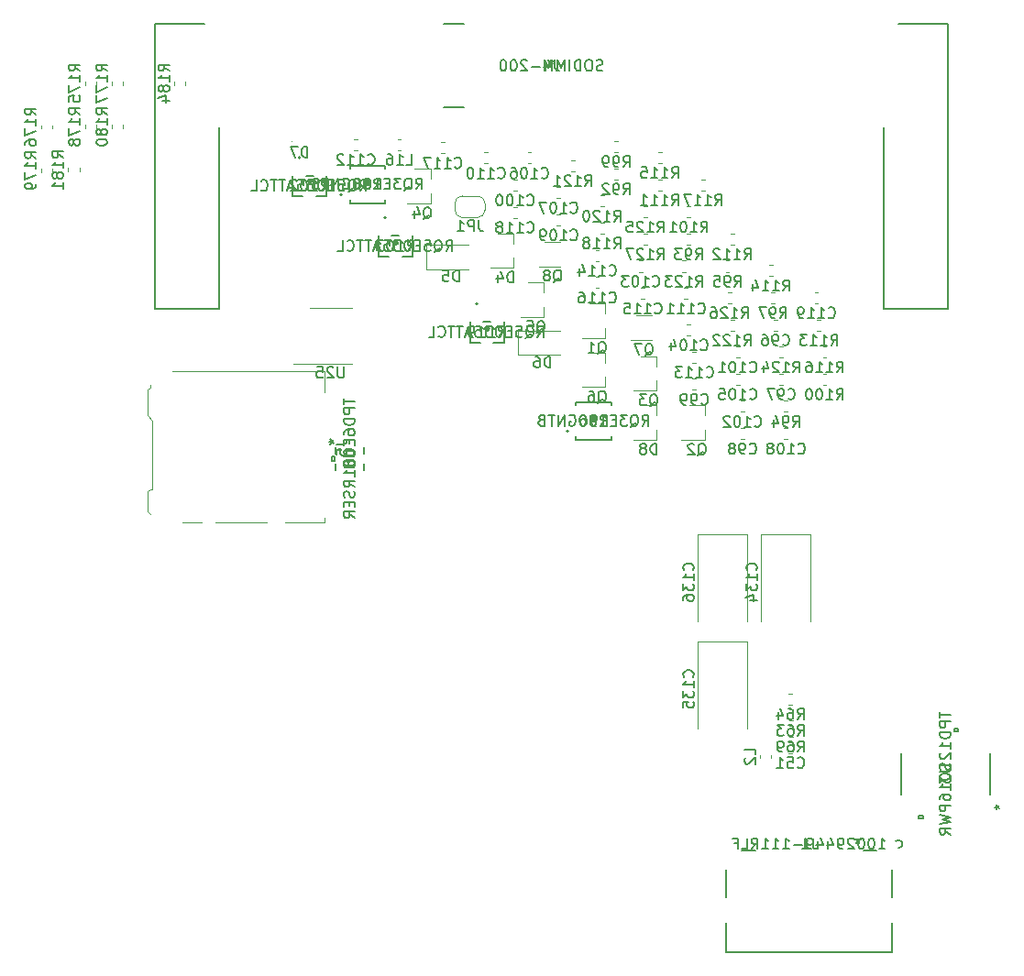
<source format=gbr>
G04 #@! TF.GenerationSoftware,KiCad,Pcbnew,5.1.4*
G04 #@! TF.CreationDate,2019-11-18T01:49:56-05:00*
G04 #@! TF.ProjectId,YellowCake,59656c6c-6f77-4436-916b-652e6b696361,rev?*
G04 #@! TF.SameCoordinates,Original*
G04 #@! TF.FileFunction,Legend,Bot*
G04 #@! TF.FilePolarity,Positive*
%FSLAX46Y46*%
G04 Gerber Fmt 4.6, Leading zero omitted, Abs format (unit mm)*
G04 Created by KiCad (PCBNEW 5.1.4) date 2019-11-18 01:49:56*
%MOMM*%
%LPD*%
G04 APERTURE LIST*
%ADD10C,0.152400*%
%ADD11C,0.120000*%
%ADD12C,0.100000*%
%ADD13C,0.150000*%
G04 APERTURE END LIST*
D10*
X134154000Y-84296000D02*
X134154000Y-84831257D01*
X134154000Y-85818743D02*
X134154000Y-86354000D01*
X131596000Y-86354000D02*
X131596000Y-85818743D01*
X131596000Y-84831257D02*
X131596000Y-84296000D01*
X131471000Y-85134500D02*
X131217000Y-85134500D01*
X131217000Y-85134500D02*
X131217000Y-85515500D01*
X131217000Y-85515500D02*
X131471000Y-85515500D01*
X131471000Y-85515500D02*
X131471000Y-85134500D01*
D11*
X114244999Y-81264999D02*
X114594999Y-81774999D01*
X114444999Y-78754999D02*
X114444999Y-78494999D01*
X114244999Y-78954999D02*
X114444999Y-78754999D01*
X114244999Y-88354999D02*
X114444999Y-88144999D01*
X114594999Y-88144999D02*
X114444999Y-88144999D01*
X114594999Y-88144999D02*
X114594999Y-81774999D01*
X119204999Y-91244999D02*
X117404999Y-91244999D01*
X125204999Y-91244999D02*
X120504999Y-91244999D01*
X114244999Y-90214999D02*
X114444999Y-90414999D01*
X114244999Y-90214999D02*
X114244999Y-88354999D01*
X114244999Y-78954999D02*
X114244999Y-81264999D01*
X130514999Y-91244999D02*
X126904999Y-91244999D01*
X130514999Y-90794999D02*
X130514999Y-91244999D01*
X130514999Y-77274999D02*
X116504999Y-77274999D01*
X130514999Y-79194999D02*
X130514999Y-77274999D01*
X173424721Y-112535000D02*
X173750279Y-112535000D01*
X173424721Y-111515000D02*
X173750279Y-111515000D01*
X172037222Y-73474999D02*
X172362780Y-73474999D01*
X172037222Y-72454999D02*
X172362780Y-72454999D01*
X172557222Y-78494999D02*
X172882780Y-78494999D01*
X172557222Y-77474999D02*
X172882780Y-77474999D01*
X168987222Y-83514999D02*
X169312780Y-83514999D01*
X168987222Y-82494999D02*
X169312780Y-82494999D01*
X164537222Y-78964999D02*
X164862780Y-78964999D01*
X164537222Y-77944999D02*
X164862780Y-77944999D01*
X147987222Y-59544999D02*
X148312780Y-59544999D01*
X147987222Y-60564999D02*
X148312780Y-60564999D01*
X168547222Y-74964999D02*
X168872780Y-74964999D01*
X168547222Y-75984999D02*
X168872780Y-75984999D01*
X168987222Y-79984999D02*
X169312780Y-79984999D01*
X168987222Y-81004999D02*
X169312780Y-81004999D01*
X159577222Y-68054999D02*
X159902780Y-68054999D01*
X159577222Y-67034999D02*
X159902780Y-67034999D01*
X164017222Y-73944999D02*
X164342780Y-73944999D01*
X164017222Y-72924999D02*
X164342780Y-72924999D01*
X168547222Y-77474999D02*
X168872780Y-77474999D01*
X168547222Y-78494999D02*
X168872780Y-78494999D01*
X149307222Y-57034999D02*
X149632780Y-57034999D01*
X149307222Y-58054999D02*
X149632780Y-58054999D01*
X151997222Y-61264999D02*
X152322780Y-61264999D01*
X151997222Y-60244999D02*
X152322780Y-60244999D01*
X172997222Y-82494999D02*
X173322780Y-82494999D01*
X172997222Y-83514999D02*
X173322780Y-83514999D01*
X151997222Y-62754999D02*
X152322780Y-62754999D01*
X151997222Y-63774999D02*
X152322780Y-63774999D01*
X145297222Y-57034999D02*
X145622780Y-57034999D01*
X145297222Y-58054999D02*
X145622780Y-58054999D01*
X163777222Y-70564999D02*
X164102780Y-70564999D01*
X163777222Y-69544999D02*
X164102780Y-69544999D01*
X133267222Y-55784999D02*
X133592780Y-55784999D01*
X133267222Y-56804999D02*
X133592780Y-56804999D01*
X164537222Y-75434999D02*
X164862780Y-75434999D01*
X164537222Y-76454999D02*
X164862780Y-76454999D01*
X155567222Y-67044999D02*
X155892780Y-67044999D01*
X155567222Y-66024999D02*
X155892780Y-66024999D01*
X159767222Y-70564999D02*
X160092780Y-70564999D01*
X159767222Y-69544999D02*
X160092780Y-69544999D01*
X155567222Y-68534999D02*
X155892780Y-68534999D01*
X155567222Y-69554999D02*
X155892780Y-69554999D01*
X141287222Y-57114999D02*
X141612780Y-57114999D01*
X141287222Y-56094999D02*
X141612780Y-56094999D01*
X147987222Y-63074999D02*
X148312780Y-63074999D01*
X147987222Y-62054999D02*
X148312780Y-62054999D01*
X175807222Y-70964999D02*
X176132780Y-70964999D01*
X175807222Y-69944999D02*
X176132780Y-69944999D01*
X175405001Y-92315001D02*
X175405001Y-100375001D01*
X170885001Y-92315001D02*
X175405001Y-92315001D01*
X170885001Y-100375001D02*
X170885001Y-92315001D01*
X165035001Y-110265001D02*
X165035001Y-102205001D01*
X165035001Y-102205001D02*
X169555001Y-102205001D01*
X169555001Y-102205001D02*
X169555001Y-110265001D01*
X165035001Y-100375001D02*
X165035001Y-92315001D01*
X165035001Y-92315001D02*
X169555001Y-92315001D01*
X169555001Y-92315001D02*
X169555001Y-100375001D01*
X148010001Y-64514999D02*
X148010001Y-65444999D01*
X148010001Y-67674999D02*
X148010001Y-66744999D01*
X148010001Y-67674999D02*
X145850001Y-67674999D01*
X148010001Y-64514999D02*
X146550001Y-64514999D01*
X139935001Y-65529999D02*
X143820001Y-65529999D01*
X139935001Y-67799999D02*
X139935001Y-65529999D01*
X143820001Y-67799999D02*
X139935001Y-67799999D01*
X152270001Y-75749999D02*
X148385001Y-75749999D01*
X148385001Y-75749999D02*
X148385001Y-73479999D01*
X148385001Y-73479999D02*
X152270001Y-73479999D01*
D12*
X127525001Y-56034999D02*
G75*
G03X127525001Y-56034999I-50000J0D01*
G01*
D11*
X161230001Y-80404999D02*
X161230001Y-81334999D01*
X161230001Y-83564999D02*
X161230001Y-82634999D01*
X161230001Y-83564999D02*
X159070001Y-83564999D01*
X161230001Y-80404999D02*
X159770001Y-80404999D01*
D10*
X182932699Y-130895262D02*
X167667299Y-130895262D01*
X167667299Y-130895262D02*
X167667299Y-128231179D01*
X169083900Y-121548062D02*
X170302158Y-121548062D01*
X182932699Y-123327380D02*
X182932699Y-125806401D01*
X180297840Y-121548062D02*
X181516097Y-121548062D01*
X182932699Y-128231179D02*
X182932699Y-130895262D01*
X167667299Y-125806401D02*
X167667299Y-123327380D01*
X183305914Y-120648180D02*
G75*
G02X183567699Y-121306000I261785J-276820D01*
G01*
X114873200Y-45189600D02*
X114873200Y-71453200D01*
X114873200Y-71453200D02*
X120842200Y-71453200D01*
X120842200Y-71453200D02*
X120842200Y-54740110D01*
X119437453Y-45189600D02*
X114873200Y-45189600D01*
X182157800Y-54740301D02*
X182157800Y-71453200D01*
X182157800Y-71453200D02*
X188126800Y-71453200D01*
X188126800Y-71453200D02*
X188126800Y-45189600D01*
X188126800Y-45189600D02*
X183557340Y-45189600D01*
X143434657Y-45189600D02*
X141560134Y-45189600D01*
X141560134Y-52835000D02*
X143434657Y-52835000D01*
D11*
X144670001Y-63044999D02*
G75*
G03X145370001Y-62344999I0J700000D01*
G01*
X145370001Y-61744999D02*
G75*
G03X144670001Y-61044999I-700000J0D01*
G01*
X143270001Y-61044999D02*
G75*
G03X142570001Y-61744999I0J-700000D01*
G01*
X142570001Y-62344999D02*
G75*
G03X143270001Y-63044999I700000J0D01*
G01*
X142570001Y-61744999D02*
X142570001Y-62344999D01*
X144670001Y-61044999D02*
X143270001Y-61044999D01*
X145370001Y-62344999D02*
X145370001Y-61744999D01*
X143270001Y-63044999D02*
X144670001Y-63044999D01*
X170790000Y-112674721D02*
X170790000Y-113000279D01*
X171810000Y-112674721D02*
X171810000Y-113000279D01*
X137277222Y-56804999D02*
X137602780Y-56804999D01*
X137277222Y-55784999D02*
X137602780Y-55784999D01*
X156460001Y-70994999D02*
X155000001Y-70994999D01*
X156460001Y-74154999D02*
X154300001Y-74154999D01*
X156460001Y-74154999D02*
X156460001Y-73224999D01*
X156460001Y-70994999D02*
X156460001Y-71924999D01*
X165680001Y-80404999D02*
X165680001Y-81334999D01*
X165680001Y-83564999D02*
X165680001Y-82634999D01*
X165680001Y-83564999D02*
X163520001Y-83564999D01*
X165680001Y-80404999D02*
X164220001Y-80404999D01*
X161230001Y-75854999D02*
X161230001Y-76784999D01*
X161230001Y-79014999D02*
X161230001Y-78084999D01*
X161230001Y-79014999D02*
X159070001Y-79014999D01*
X161230001Y-75854999D02*
X159770001Y-75854999D01*
X140330001Y-58554999D02*
X138870001Y-58554999D01*
X140330001Y-61714999D02*
X138170001Y-61714999D01*
X140330001Y-61714999D02*
X140330001Y-60784999D01*
X140330001Y-58554999D02*
X140330001Y-59484999D01*
X150810001Y-69064999D02*
X150810001Y-69994999D01*
X150810001Y-72224999D02*
X150810001Y-71294999D01*
X150810001Y-72224999D02*
X148650001Y-72224999D01*
X150810001Y-69064999D02*
X149350001Y-69064999D01*
X156460001Y-75544999D02*
X155000001Y-75544999D01*
X156460001Y-78704999D02*
X154300001Y-78704999D01*
X156460001Y-78704999D02*
X156460001Y-77774999D01*
X156460001Y-75544999D02*
X156460001Y-76474999D01*
X160750001Y-74394999D02*
X158850001Y-74394999D01*
X159350001Y-72074999D02*
X160750001Y-72074999D01*
X150900001Y-65284999D02*
X152300001Y-65284999D01*
X152300001Y-67604999D02*
X150400001Y-67604999D01*
X173449721Y-108515000D02*
X173775279Y-108515000D01*
X173449721Y-109535000D02*
X173775279Y-109535000D01*
X173424721Y-108035000D02*
X173750279Y-108035000D01*
X173424721Y-107015000D02*
X173750279Y-107015000D01*
X173449721Y-111035000D02*
X173775279Y-111035000D01*
X173449721Y-110015000D02*
X173775279Y-110015000D01*
X157327222Y-59514999D02*
X157652780Y-59514999D01*
X157327222Y-58494999D02*
X157652780Y-58494999D01*
X164027222Y-65544999D02*
X164352780Y-65544999D01*
X164027222Y-64524999D02*
X164352780Y-64524999D01*
X172997222Y-79984999D02*
X173322780Y-79984999D01*
X172997222Y-81004999D02*
X173322780Y-81004999D01*
X167597222Y-67034999D02*
X167922780Y-67034999D01*
X167597222Y-68054999D02*
X167922780Y-68054999D01*
D10*
X153053601Y-82804578D02*
G75*
G03X153053601Y-82804578I-76200J0D01*
G01*
X157036194Y-83277018D02*
X157036194Y-83556799D01*
X153784994Y-80382180D02*
X153784994Y-80102399D01*
X153784994Y-83556799D02*
X153784994Y-83277018D01*
X157036194Y-83556799D02*
X153784994Y-83556799D01*
X157036194Y-80102399D02*
X157036194Y-80382180D01*
X153784994Y-80102399D02*
X157036194Y-80102399D01*
D11*
X171797222Y-69944999D02*
X172122780Y-69944999D01*
X171797222Y-70964999D02*
X172122780Y-70964999D01*
D10*
X132884994Y-58252399D02*
X136136194Y-58252399D01*
X136136194Y-58252399D02*
X136136194Y-58532180D01*
X136136194Y-61706799D02*
X132884994Y-61706799D01*
X132884994Y-61706799D02*
X132884994Y-61427018D01*
X132884994Y-58532180D02*
X132884994Y-58252399D01*
X136136194Y-61427018D02*
X136136194Y-61706799D01*
X132153601Y-60954578D02*
G75*
G03X132153601Y-60954578I-76200J0D01*
G01*
D11*
X157327222Y-57004999D02*
X157652780Y-57004999D01*
X157327222Y-55984999D02*
X157652780Y-55984999D01*
X176567222Y-77474999D02*
X176892780Y-77474999D01*
X176567222Y-78494999D02*
X176892780Y-78494999D01*
X164027222Y-62014999D02*
X164352780Y-62014999D01*
X164027222Y-63034999D02*
X164352780Y-63034999D01*
D10*
X128815140Y-59173099D02*
X129490862Y-59173099D01*
X130727801Y-59173099D02*
X130727801Y-61078099D01*
X130727801Y-61078099D02*
X129765141Y-61078099D01*
X127578201Y-61078099D02*
X127578201Y-59173099D01*
X128540861Y-61078099D02*
X127578201Y-61078099D01*
X128279201Y-57509399D02*
G75*
G03X128279201Y-57509399I-76200J0D01*
G01*
X136229201Y-63059399D02*
G75*
G03X136229201Y-63059399I-76200J0D01*
G01*
X136490861Y-66628099D02*
X135528201Y-66628099D01*
X135528201Y-66628099D02*
X135528201Y-64723099D01*
X138677801Y-66628099D02*
X137715141Y-66628099D01*
X138677801Y-64723099D02*
X138677801Y-66628099D01*
X136765140Y-64723099D02*
X137440862Y-64723099D01*
D11*
X161337222Y-60524999D02*
X161662780Y-60524999D01*
X161337222Y-59504999D02*
X161662780Y-59504999D01*
X168037222Y-64524999D02*
X168362780Y-64524999D01*
X168037222Y-65544999D02*
X168362780Y-65544999D01*
X176047222Y-72454999D02*
X176372780Y-72454999D01*
X176047222Y-73474999D02*
X176372780Y-73474999D01*
X171607222Y-68454999D02*
X171932780Y-68454999D01*
X171607222Y-67434999D02*
X171932780Y-67434999D01*
X161337222Y-56994999D02*
X161662780Y-56994999D01*
X161337222Y-58014999D02*
X161662780Y-58014999D01*
X176567222Y-75984999D02*
X176892780Y-75984999D01*
X176567222Y-74964999D02*
X176892780Y-74964999D01*
X165347222Y-59504999D02*
X165672780Y-59504999D01*
X165347222Y-60524999D02*
X165672780Y-60524999D01*
X156007222Y-64534999D02*
X156332780Y-64534999D01*
X156007222Y-63514999D02*
X156332780Y-63514999D01*
D10*
X145215140Y-72673099D02*
X145890862Y-72673099D01*
X147127801Y-72673099D02*
X147127801Y-74578099D01*
X147127801Y-74578099D02*
X146165141Y-74578099D01*
X143978201Y-74578099D02*
X143978201Y-72673099D01*
X144940861Y-74578099D02*
X143978201Y-74578099D01*
X144679201Y-71009399D02*
G75*
G03X144679201Y-71009399I-76200J0D01*
G01*
D11*
X156007222Y-61004999D02*
X156332780Y-61004999D01*
X156007222Y-62024999D02*
X156332780Y-62024999D01*
X153317222Y-58754999D02*
X153642780Y-58754999D01*
X153317222Y-57734999D02*
X153642780Y-57734999D01*
X168027222Y-73474999D02*
X168352780Y-73474999D01*
X168027222Y-72454999D02*
X168352780Y-72454999D01*
X163587222Y-67034999D02*
X163912780Y-67034999D01*
X163587222Y-68054999D02*
X163912780Y-68054999D01*
X172557222Y-74964999D02*
X172882780Y-74964999D01*
X172557222Y-75984999D02*
X172882780Y-75984999D01*
X160017222Y-62014999D02*
X160342780Y-62014999D01*
X160017222Y-63034999D02*
X160342780Y-63034999D01*
X167787222Y-70964999D02*
X168112780Y-70964999D01*
X167787222Y-69944999D02*
X168112780Y-69944999D01*
X160017222Y-65544999D02*
X160342780Y-65544999D01*
X160017222Y-64524999D02*
X160342780Y-64524999D01*
D10*
X183823300Y-116330015D02*
X183823300Y-112519985D01*
X191976700Y-112519985D02*
X191976700Y-116330015D01*
X185815501Y-118590600D02*
X185434501Y-118590600D01*
X185434501Y-118590600D02*
X185434501Y-118336600D01*
X185434501Y-118336600D02*
X185815501Y-118336600D01*
X185815501Y-118336600D02*
X185815501Y-118590600D01*
X189065499Y-110259400D02*
X188684499Y-110259400D01*
X188684499Y-110259400D02*
X188684499Y-110513400D01*
X188684499Y-110513400D02*
X189065499Y-110513400D01*
X189065499Y-110513400D02*
X189065499Y-110259400D01*
D11*
X129150001Y-71424999D02*
X133050001Y-71424999D01*
X127650001Y-76544999D02*
X133050001Y-76544999D01*
X109440001Y-50462222D02*
X109440001Y-50787780D01*
X108420001Y-50462222D02*
X108420001Y-50787780D01*
X104370001Y-54512222D02*
X104370001Y-54837780D01*
X105390001Y-54512222D02*
X105390001Y-54837780D01*
X111950001Y-50462222D02*
X111950001Y-50787780D01*
X110930001Y-50462222D02*
X110930001Y-50787780D01*
X108420001Y-54472222D02*
X108420001Y-54797780D01*
X109440001Y-54472222D02*
X109440001Y-54797780D01*
X104370001Y-58522222D02*
X104370001Y-58847780D01*
X105390001Y-58522222D02*
X105390001Y-58847780D01*
X110930001Y-54472222D02*
X110930001Y-54797780D01*
X111950001Y-54472222D02*
X111950001Y-54797780D01*
X106880001Y-58482222D02*
X106880001Y-58807780D01*
X107900001Y-58482222D02*
X107900001Y-58807780D01*
X117690001Y-50462222D02*
X117690001Y-50787780D01*
X116670001Y-50462222D02*
X116670001Y-50787780D01*
D13*
X132327380Y-84563095D02*
X133136904Y-84563095D01*
X133232142Y-84610714D01*
X133279761Y-84658333D01*
X133327380Y-84753571D01*
X133327380Y-84944047D01*
X133279761Y-85039285D01*
X133232142Y-85086904D01*
X133136904Y-85134523D01*
X132327380Y-85134523D01*
X132755952Y-85753571D02*
X132708333Y-85658333D01*
X132660714Y-85610714D01*
X132565476Y-85563095D01*
X132517857Y-85563095D01*
X132422619Y-85610714D01*
X132375000Y-85658333D01*
X132327380Y-85753571D01*
X132327380Y-85944047D01*
X132375000Y-86039285D01*
X132422619Y-86086904D01*
X132517857Y-86134523D01*
X132565476Y-86134523D01*
X132660714Y-86086904D01*
X132708333Y-86039285D01*
X132755952Y-85944047D01*
X132755952Y-85753571D01*
X132803571Y-85658333D01*
X132851190Y-85610714D01*
X132946428Y-85563095D01*
X133136904Y-85563095D01*
X133232142Y-85610714D01*
X133279761Y-85658333D01*
X133327380Y-85753571D01*
X133327380Y-85944047D01*
X133279761Y-86039285D01*
X133232142Y-86086904D01*
X133136904Y-86134523D01*
X132946428Y-86134523D01*
X132851190Y-86086904D01*
X132803571Y-86039285D01*
X132755952Y-85944047D01*
X132327380Y-79753571D02*
X132327380Y-80325000D01*
X133327380Y-80039285D02*
X132327380Y-80039285D01*
X133327380Y-80658333D02*
X132327380Y-80658333D01*
X132327380Y-81039285D01*
X132375000Y-81134523D01*
X132422619Y-81182142D01*
X132517857Y-81229761D01*
X132660714Y-81229761D01*
X132755952Y-81182142D01*
X132803571Y-81134523D01*
X132851190Y-81039285D01*
X132851190Y-80658333D01*
X133327380Y-81658333D02*
X132327380Y-81658333D01*
X132327380Y-81896428D01*
X132375000Y-82039285D01*
X132470238Y-82134523D01*
X132565476Y-82182142D01*
X132755952Y-82229761D01*
X132898809Y-82229761D01*
X133089285Y-82182142D01*
X133184523Y-82134523D01*
X133279761Y-82039285D01*
X133327380Y-81896428D01*
X133327380Y-81658333D01*
X132327380Y-83086904D02*
X132327380Y-82896428D01*
X132375000Y-82801190D01*
X132422619Y-82753571D01*
X132565476Y-82658333D01*
X132755952Y-82610714D01*
X133136904Y-82610714D01*
X133232142Y-82658333D01*
X133279761Y-82705952D01*
X133327380Y-82801190D01*
X133327380Y-82991666D01*
X133279761Y-83086904D01*
X133232142Y-83134523D01*
X133136904Y-83182142D01*
X132898809Y-83182142D01*
X132803571Y-83134523D01*
X132755952Y-83086904D01*
X132708333Y-82991666D01*
X132708333Y-82801190D01*
X132755952Y-82705952D01*
X132803571Y-82658333D01*
X132898809Y-82610714D01*
X132803571Y-83610714D02*
X132803571Y-83944047D01*
X133327380Y-84086904D02*
X133327380Y-83610714D01*
X132327380Y-83610714D01*
X132327380Y-84086904D01*
X132327380Y-84705952D02*
X132327380Y-84801190D01*
X132375000Y-84896428D01*
X132422619Y-84944047D01*
X132517857Y-84991666D01*
X132708333Y-85039285D01*
X132946428Y-85039285D01*
X133136904Y-84991666D01*
X133232142Y-84944047D01*
X133279761Y-84896428D01*
X133327380Y-84801190D01*
X133327380Y-84705952D01*
X133279761Y-84610714D01*
X133232142Y-84563095D01*
X133136904Y-84515476D01*
X132946428Y-84467857D01*
X132708333Y-84467857D01*
X132517857Y-84515476D01*
X132422619Y-84563095D01*
X132375000Y-84610714D01*
X132327380Y-84705952D01*
X132327380Y-85658333D02*
X132327380Y-85753571D01*
X132375000Y-85848809D01*
X132422619Y-85896428D01*
X132517857Y-85944047D01*
X132708333Y-85991666D01*
X132946428Y-85991666D01*
X133136904Y-85944047D01*
X133232142Y-85896428D01*
X133279761Y-85848809D01*
X133327380Y-85753571D01*
X133327380Y-85658333D01*
X133279761Y-85563095D01*
X133232142Y-85515476D01*
X133136904Y-85467857D01*
X132946428Y-85420238D01*
X132708333Y-85420238D01*
X132517857Y-85467857D01*
X132422619Y-85515476D01*
X132375000Y-85563095D01*
X132327380Y-85658333D01*
X133327380Y-86944047D02*
X133327380Y-86372619D01*
X133327380Y-86658333D02*
X132327380Y-86658333D01*
X132470238Y-86563095D01*
X132565476Y-86467857D01*
X132613095Y-86372619D01*
X133327380Y-87944047D02*
X132851190Y-87610714D01*
X133327380Y-87372619D02*
X132327380Y-87372619D01*
X132327380Y-87753571D01*
X132375000Y-87848809D01*
X132422619Y-87896428D01*
X132517857Y-87944047D01*
X132660714Y-87944047D01*
X132755952Y-87896428D01*
X132803571Y-87848809D01*
X132851190Y-87753571D01*
X132851190Y-87372619D01*
X133279761Y-88325000D02*
X133327380Y-88467857D01*
X133327380Y-88705952D01*
X133279761Y-88801190D01*
X133232142Y-88848809D01*
X133136904Y-88896428D01*
X133041666Y-88896428D01*
X132946428Y-88848809D01*
X132898809Y-88801190D01*
X132851190Y-88705952D01*
X132803571Y-88515476D01*
X132755952Y-88420238D01*
X132708333Y-88372619D01*
X132613095Y-88325000D01*
X132517857Y-88325000D01*
X132422619Y-88372619D01*
X132375000Y-88420238D01*
X132327380Y-88515476D01*
X132327380Y-88753571D01*
X132375000Y-88896428D01*
X132803571Y-89325000D02*
X132803571Y-89658333D01*
X133327380Y-89801190D02*
X133327380Y-89325000D01*
X132327380Y-89325000D01*
X132327380Y-89801190D01*
X133327380Y-90801190D02*
X132851190Y-90467857D01*
X133327380Y-90229761D02*
X132327380Y-90229761D01*
X132327380Y-90610714D01*
X132375000Y-90705952D01*
X132422619Y-90753571D01*
X132517857Y-90801190D01*
X132660714Y-90801190D01*
X132755952Y-90753571D01*
X132803571Y-90705952D01*
X132851190Y-90610714D01*
X132851190Y-90229761D01*
X130946380Y-83765000D02*
X131184476Y-83765000D01*
X131089238Y-83526904D02*
X131184476Y-83765000D01*
X131089238Y-84003095D01*
X131374952Y-83622142D02*
X131184476Y-83765000D01*
X131374952Y-83907857D01*
X131607379Y-84011665D02*
X132321665Y-84011665D01*
X132464522Y-83964046D01*
X132559760Y-83868808D01*
X132607379Y-83725951D01*
X132607379Y-83630713D01*
X131607379Y-84964046D02*
X131607379Y-84487856D01*
X132083570Y-84440237D01*
X132035951Y-84487856D01*
X131988332Y-84583094D01*
X131988332Y-84821189D01*
X132035951Y-84916427D01*
X132083570Y-84964046D01*
X132178808Y-85011665D01*
X132416903Y-85011665D01*
X132512141Y-84964046D01*
X132559760Y-84916427D01*
X132607379Y-84821189D01*
X132607379Y-84583094D01*
X132559760Y-84487856D01*
X132512141Y-84440237D01*
X174230357Y-113812142D02*
X174277976Y-113859761D01*
X174420833Y-113907380D01*
X174516071Y-113907380D01*
X174658928Y-113859761D01*
X174754166Y-113764523D01*
X174801785Y-113669285D01*
X174849404Y-113478809D01*
X174849404Y-113335952D01*
X174801785Y-113145476D01*
X174754166Y-113050238D01*
X174658928Y-112955000D01*
X174516071Y-112907380D01*
X174420833Y-112907380D01*
X174277976Y-112955000D01*
X174230357Y-113002619D01*
X173325595Y-112907380D02*
X173801785Y-112907380D01*
X173849404Y-113383571D01*
X173801785Y-113335952D01*
X173706547Y-113288333D01*
X173468452Y-113288333D01*
X173373214Y-113335952D01*
X173325595Y-113383571D01*
X173277976Y-113478809D01*
X173277976Y-113716904D01*
X173325595Y-113812142D01*
X173373214Y-113859761D01*
X173468452Y-113907380D01*
X173706547Y-113907380D01*
X173801785Y-113859761D01*
X173849404Y-113812142D01*
X172325595Y-113907380D02*
X172897023Y-113907380D01*
X172611309Y-113907380D02*
X172611309Y-112907380D01*
X172706547Y-113050238D01*
X172801785Y-113145476D01*
X172897023Y-113193095D01*
X172842858Y-74752141D02*
X172890477Y-74799760D01*
X173033334Y-74847379D01*
X173128572Y-74847379D01*
X173271429Y-74799760D01*
X173366667Y-74704522D01*
X173414286Y-74609284D01*
X173461905Y-74418808D01*
X173461905Y-74275951D01*
X173414286Y-74085475D01*
X173366667Y-73990237D01*
X173271429Y-73894999D01*
X173128572Y-73847379D01*
X173033334Y-73847379D01*
X172890477Y-73894999D01*
X172842858Y-73942618D01*
X172366667Y-74847379D02*
X172176191Y-74847379D01*
X172080953Y-74799760D01*
X172033334Y-74752141D01*
X171938096Y-74609284D01*
X171890477Y-74418808D01*
X171890477Y-74037856D01*
X171938096Y-73942618D01*
X171985715Y-73894999D01*
X172080953Y-73847379D01*
X172271429Y-73847379D01*
X172366667Y-73894999D01*
X172414286Y-73942618D01*
X172461905Y-74037856D01*
X172461905Y-74275951D01*
X172414286Y-74371189D01*
X172366667Y-74418808D01*
X172271429Y-74466427D01*
X172080953Y-74466427D01*
X171985715Y-74418808D01*
X171938096Y-74371189D01*
X171890477Y-74275951D01*
X171033334Y-73847379D02*
X171223810Y-73847379D01*
X171319048Y-73894999D01*
X171366667Y-73942618D01*
X171461905Y-74085475D01*
X171509524Y-74275951D01*
X171509524Y-74656903D01*
X171461905Y-74752141D01*
X171414286Y-74799760D01*
X171319048Y-74847379D01*
X171128572Y-74847379D01*
X171033334Y-74799760D01*
X170985715Y-74752141D01*
X170938096Y-74656903D01*
X170938096Y-74418808D01*
X170985715Y-74323570D01*
X171033334Y-74275951D01*
X171128572Y-74228332D01*
X171319048Y-74228332D01*
X171414286Y-74275951D01*
X171461905Y-74323570D01*
X171509524Y-74418808D01*
X173362858Y-79772141D02*
X173410477Y-79819760D01*
X173553334Y-79867379D01*
X173648572Y-79867379D01*
X173791429Y-79819760D01*
X173886667Y-79724522D01*
X173934286Y-79629284D01*
X173981905Y-79438808D01*
X173981905Y-79295951D01*
X173934286Y-79105475D01*
X173886667Y-79010237D01*
X173791429Y-78914999D01*
X173648572Y-78867379D01*
X173553334Y-78867379D01*
X173410477Y-78914999D01*
X173362858Y-78962618D01*
X172886667Y-79867379D02*
X172696191Y-79867379D01*
X172600953Y-79819760D01*
X172553334Y-79772141D01*
X172458096Y-79629284D01*
X172410477Y-79438808D01*
X172410477Y-79057856D01*
X172458096Y-78962618D01*
X172505715Y-78914999D01*
X172600953Y-78867379D01*
X172791429Y-78867379D01*
X172886667Y-78914999D01*
X172934286Y-78962618D01*
X172981905Y-79057856D01*
X172981905Y-79295951D01*
X172934286Y-79391189D01*
X172886667Y-79438808D01*
X172791429Y-79486427D01*
X172600953Y-79486427D01*
X172505715Y-79438808D01*
X172458096Y-79391189D01*
X172410477Y-79295951D01*
X172077143Y-78867379D02*
X171410477Y-78867379D01*
X171839048Y-79867379D01*
X169792858Y-84792141D02*
X169840477Y-84839760D01*
X169983334Y-84887379D01*
X170078572Y-84887379D01*
X170221429Y-84839760D01*
X170316667Y-84744522D01*
X170364286Y-84649284D01*
X170411905Y-84458808D01*
X170411905Y-84315951D01*
X170364286Y-84125475D01*
X170316667Y-84030237D01*
X170221429Y-83934999D01*
X170078572Y-83887379D01*
X169983334Y-83887379D01*
X169840477Y-83934999D01*
X169792858Y-83982618D01*
X169316667Y-84887379D02*
X169126191Y-84887379D01*
X169030953Y-84839760D01*
X168983334Y-84792141D01*
X168888096Y-84649284D01*
X168840477Y-84458808D01*
X168840477Y-84077856D01*
X168888096Y-83982618D01*
X168935715Y-83934999D01*
X169030953Y-83887379D01*
X169221429Y-83887379D01*
X169316667Y-83934999D01*
X169364286Y-83982618D01*
X169411905Y-84077856D01*
X169411905Y-84315951D01*
X169364286Y-84411189D01*
X169316667Y-84458808D01*
X169221429Y-84506427D01*
X169030953Y-84506427D01*
X168935715Y-84458808D01*
X168888096Y-84411189D01*
X168840477Y-84315951D01*
X168269048Y-84315951D02*
X168364286Y-84268332D01*
X168411905Y-84220713D01*
X168459524Y-84125475D01*
X168459524Y-84077856D01*
X168411905Y-83982618D01*
X168364286Y-83934999D01*
X168269048Y-83887379D01*
X168078572Y-83887379D01*
X167983334Y-83934999D01*
X167935715Y-83982618D01*
X167888096Y-84077856D01*
X167888096Y-84125475D01*
X167935715Y-84220713D01*
X167983334Y-84268332D01*
X168078572Y-84315951D01*
X168269048Y-84315951D01*
X168364286Y-84363570D01*
X168411905Y-84411189D01*
X168459524Y-84506427D01*
X168459524Y-84696903D01*
X168411905Y-84792141D01*
X168364286Y-84839760D01*
X168269048Y-84887379D01*
X168078572Y-84887379D01*
X167983334Y-84839760D01*
X167935715Y-84792141D01*
X167888096Y-84696903D01*
X167888096Y-84506427D01*
X167935715Y-84411189D01*
X167983334Y-84363570D01*
X168078572Y-84315951D01*
X165342858Y-80242141D02*
X165390477Y-80289760D01*
X165533334Y-80337379D01*
X165628572Y-80337379D01*
X165771429Y-80289760D01*
X165866667Y-80194522D01*
X165914286Y-80099284D01*
X165961905Y-79908808D01*
X165961905Y-79765951D01*
X165914286Y-79575475D01*
X165866667Y-79480237D01*
X165771429Y-79384999D01*
X165628572Y-79337379D01*
X165533334Y-79337379D01*
X165390477Y-79384999D01*
X165342858Y-79432618D01*
X164866667Y-80337379D02*
X164676191Y-80337379D01*
X164580953Y-80289760D01*
X164533334Y-80242141D01*
X164438096Y-80099284D01*
X164390477Y-79908808D01*
X164390477Y-79527856D01*
X164438096Y-79432618D01*
X164485715Y-79384999D01*
X164580953Y-79337379D01*
X164771429Y-79337379D01*
X164866667Y-79384999D01*
X164914286Y-79432618D01*
X164961905Y-79527856D01*
X164961905Y-79765951D01*
X164914286Y-79861189D01*
X164866667Y-79908808D01*
X164771429Y-79956427D01*
X164580953Y-79956427D01*
X164485715Y-79908808D01*
X164438096Y-79861189D01*
X164390477Y-79765951D01*
X163914286Y-80337379D02*
X163723810Y-80337379D01*
X163628572Y-80289760D01*
X163580953Y-80242141D01*
X163485715Y-80099284D01*
X163438096Y-79908808D01*
X163438096Y-79527856D01*
X163485715Y-79432618D01*
X163533334Y-79384999D01*
X163628572Y-79337379D01*
X163819048Y-79337379D01*
X163914286Y-79384999D01*
X163961905Y-79432618D01*
X164009524Y-79527856D01*
X164009524Y-79765951D01*
X163961905Y-79861189D01*
X163914286Y-79908808D01*
X163819048Y-79956427D01*
X163628572Y-79956427D01*
X163533334Y-79908808D01*
X163485715Y-79861189D01*
X163438096Y-79765951D01*
X149269048Y-61842141D02*
X149316667Y-61889760D01*
X149459524Y-61937379D01*
X149554762Y-61937379D01*
X149697620Y-61889760D01*
X149792858Y-61794522D01*
X149840477Y-61699284D01*
X149888096Y-61508808D01*
X149888096Y-61365951D01*
X149840477Y-61175475D01*
X149792858Y-61080237D01*
X149697620Y-60984999D01*
X149554762Y-60937379D01*
X149459524Y-60937379D01*
X149316667Y-60984999D01*
X149269048Y-61032618D01*
X148316667Y-61937379D02*
X148888096Y-61937379D01*
X148602381Y-61937379D02*
X148602381Y-60937379D01*
X148697620Y-61080237D01*
X148792858Y-61175475D01*
X148888096Y-61223094D01*
X147697620Y-60937379D02*
X147602381Y-60937379D01*
X147507143Y-60984999D01*
X147459524Y-61032618D01*
X147411905Y-61127856D01*
X147364286Y-61318332D01*
X147364286Y-61556427D01*
X147411905Y-61746903D01*
X147459524Y-61842141D01*
X147507143Y-61889760D01*
X147602381Y-61937379D01*
X147697620Y-61937379D01*
X147792858Y-61889760D01*
X147840477Y-61842141D01*
X147888096Y-61746903D01*
X147935715Y-61556427D01*
X147935715Y-61318332D01*
X147888096Y-61127856D01*
X147840477Y-61032618D01*
X147792858Y-60984999D01*
X147697620Y-60937379D01*
X146745239Y-60937379D02*
X146650001Y-60937379D01*
X146554762Y-60984999D01*
X146507143Y-61032618D01*
X146459524Y-61127856D01*
X146411905Y-61318332D01*
X146411905Y-61556427D01*
X146459524Y-61746903D01*
X146507143Y-61842141D01*
X146554762Y-61889760D01*
X146650001Y-61937379D01*
X146745239Y-61937379D01*
X146840477Y-61889760D01*
X146888096Y-61842141D01*
X146935715Y-61746903D01*
X146983334Y-61556427D01*
X146983334Y-61318332D01*
X146935715Y-61127856D01*
X146888096Y-61032618D01*
X146840477Y-60984999D01*
X146745239Y-60937379D01*
X169829048Y-77262141D02*
X169876667Y-77309760D01*
X170019524Y-77357379D01*
X170114762Y-77357379D01*
X170257620Y-77309760D01*
X170352858Y-77214522D01*
X170400477Y-77119284D01*
X170448096Y-76928808D01*
X170448096Y-76785951D01*
X170400477Y-76595475D01*
X170352858Y-76500237D01*
X170257620Y-76404999D01*
X170114762Y-76357379D01*
X170019524Y-76357379D01*
X169876667Y-76404999D01*
X169829048Y-76452618D01*
X168876667Y-77357379D02*
X169448096Y-77357379D01*
X169162381Y-77357379D02*
X169162381Y-76357379D01*
X169257620Y-76500237D01*
X169352858Y-76595475D01*
X169448096Y-76643094D01*
X168257620Y-76357379D02*
X168162381Y-76357379D01*
X168067143Y-76404999D01*
X168019524Y-76452618D01*
X167971905Y-76547856D01*
X167924286Y-76738332D01*
X167924286Y-76976427D01*
X167971905Y-77166903D01*
X168019524Y-77262141D01*
X168067143Y-77309760D01*
X168162381Y-77357379D01*
X168257620Y-77357379D01*
X168352858Y-77309760D01*
X168400477Y-77262141D01*
X168448096Y-77166903D01*
X168495715Y-76976427D01*
X168495715Y-76738332D01*
X168448096Y-76547856D01*
X168400477Y-76452618D01*
X168352858Y-76404999D01*
X168257620Y-76357379D01*
X166971905Y-77357379D02*
X167543334Y-77357379D01*
X167257620Y-77357379D02*
X167257620Y-76357379D01*
X167352858Y-76500237D01*
X167448096Y-76595475D01*
X167543334Y-76643094D01*
X170269048Y-82282141D02*
X170316667Y-82329760D01*
X170459524Y-82377379D01*
X170554762Y-82377379D01*
X170697620Y-82329760D01*
X170792858Y-82234522D01*
X170840477Y-82139284D01*
X170888096Y-81948808D01*
X170888096Y-81805951D01*
X170840477Y-81615475D01*
X170792858Y-81520237D01*
X170697620Y-81424999D01*
X170554762Y-81377379D01*
X170459524Y-81377379D01*
X170316667Y-81424999D01*
X170269048Y-81472618D01*
X169316667Y-82377379D02*
X169888096Y-82377379D01*
X169602381Y-82377379D02*
X169602381Y-81377379D01*
X169697620Y-81520237D01*
X169792858Y-81615475D01*
X169888096Y-81663094D01*
X168697620Y-81377379D02*
X168602381Y-81377379D01*
X168507143Y-81424999D01*
X168459524Y-81472618D01*
X168411905Y-81567856D01*
X168364286Y-81758332D01*
X168364286Y-81996427D01*
X168411905Y-82186903D01*
X168459524Y-82282141D01*
X168507143Y-82329760D01*
X168602381Y-82377379D01*
X168697620Y-82377379D01*
X168792858Y-82329760D01*
X168840477Y-82282141D01*
X168888096Y-82186903D01*
X168935715Y-81996427D01*
X168935715Y-81758332D01*
X168888096Y-81567856D01*
X168840477Y-81472618D01*
X168792858Y-81424999D01*
X168697620Y-81377379D01*
X167983334Y-81472618D02*
X167935715Y-81424999D01*
X167840477Y-81377379D01*
X167602381Y-81377379D01*
X167507143Y-81424999D01*
X167459524Y-81472618D01*
X167411905Y-81567856D01*
X167411905Y-81663094D01*
X167459524Y-81805951D01*
X168030953Y-82377379D01*
X167411905Y-82377379D01*
X160859048Y-69332141D02*
X160906667Y-69379760D01*
X161049524Y-69427379D01*
X161144762Y-69427379D01*
X161287620Y-69379760D01*
X161382858Y-69284522D01*
X161430477Y-69189284D01*
X161478096Y-68998808D01*
X161478096Y-68855951D01*
X161430477Y-68665475D01*
X161382858Y-68570237D01*
X161287620Y-68474999D01*
X161144762Y-68427379D01*
X161049524Y-68427379D01*
X160906667Y-68474999D01*
X160859048Y-68522618D01*
X159906667Y-69427379D02*
X160478096Y-69427379D01*
X160192381Y-69427379D02*
X160192381Y-68427379D01*
X160287620Y-68570237D01*
X160382858Y-68665475D01*
X160478096Y-68713094D01*
X159287620Y-68427379D02*
X159192381Y-68427379D01*
X159097143Y-68474999D01*
X159049524Y-68522618D01*
X159001905Y-68617856D01*
X158954286Y-68808332D01*
X158954286Y-69046427D01*
X159001905Y-69236903D01*
X159049524Y-69332141D01*
X159097143Y-69379760D01*
X159192381Y-69427379D01*
X159287620Y-69427379D01*
X159382858Y-69379760D01*
X159430477Y-69332141D01*
X159478096Y-69236903D01*
X159525715Y-69046427D01*
X159525715Y-68808332D01*
X159478096Y-68617856D01*
X159430477Y-68522618D01*
X159382858Y-68474999D01*
X159287620Y-68427379D01*
X158620953Y-68427379D02*
X158001905Y-68427379D01*
X158335239Y-68808332D01*
X158192381Y-68808332D01*
X158097143Y-68855951D01*
X158049524Y-68903570D01*
X158001905Y-68998808D01*
X158001905Y-69236903D01*
X158049524Y-69332141D01*
X158097143Y-69379760D01*
X158192381Y-69427379D01*
X158478096Y-69427379D01*
X158573334Y-69379760D01*
X158620953Y-69332141D01*
X165299048Y-75222141D02*
X165346667Y-75269760D01*
X165489524Y-75317379D01*
X165584762Y-75317379D01*
X165727620Y-75269760D01*
X165822858Y-75174522D01*
X165870477Y-75079284D01*
X165918096Y-74888808D01*
X165918096Y-74745951D01*
X165870477Y-74555475D01*
X165822858Y-74460237D01*
X165727620Y-74364999D01*
X165584762Y-74317379D01*
X165489524Y-74317379D01*
X165346667Y-74364999D01*
X165299048Y-74412618D01*
X164346667Y-75317379D02*
X164918096Y-75317379D01*
X164632381Y-75317379D02*
X164632381Y-74317379D01*
X164727620Y-74460237D01*
X164822858Y-74555475D01*
X164918096Y-74603094D01*
X163727620Y-74317379D02*
X163632381Y-74317379D01*
X163537143Y-74364999D01*
X163489524Y-74412618D01*
X163441905Y-74507856D01*
X163394286Y-74698332D01*
X163394286Y-74936427D01*
X163441905Y-75126903D01*
X163489524Y-75222141D01*
X163537143Y-75269760D01*
X163632381Y-75317379D01*
X163727620Y-75317379D01*
X163822858Y-75269760D01*
X163870477Y-75222141D01*
X163918096Y-75126903D01*
X163965715Y-74936427D01*
X163965715Y-74698332D01*
X163918096Y-74507856D01*
X163870477Y-74412618D01*
X163822858Y-74364999D01*
X163727620Y-74317379D01*
X162537143Y-74650713D02*
X162537143Y-75317379D01*
X162775239Y-74269760D02*
X163013334Y-74984046D01*
X162394286Y-74984046D01*
X169829048Y-79772141D02*
X169876667Y-79819760D01*
X170019524Y-79867379D01*
X170114762Y-79867379D01*
X170257620Y-79819760D01*
X170352858Y-79724522D01*
X170400477Y-79629284D01*
X170448096Y-79438808D01*
X170448096Y-79295951D01*
X170400477Y-79105475D01*
X170352858Y-79010237D01*
X170257620Y-78914999D01*
X170114762Y-78867379D01*
X170019524Y-78867379D01*
X169876667Y-78914999D01*
X169829048Y-78962618D01*
X168876667Y-79867379D02*
X169448096Y-79867379D01*
X169162381Y-79867379D02*
X169162381Y-78867379D01*
X169257620Y-79010237D01*
X169352858Y-79105475D01*
X169448096Y-79153094D01*
X168257620Y-78867379D02*
X168162381Y-78867379D01*
X168067143Y-78914999D01*
X168019524Y-78962618D01*
X167971905Y-79057856D01*
X167924286Y-79248332D01*
X167924286Y-79486427D01*
X167971905Y-79676903D01*
X168019524Y-79772141D01*
X168067143Y-79819760D01*
X168162381Y-79867379D01*
X168257620Y-79867379D01*
X168352858Y-79819760D01*
X168400477Y-79772141D01*
X168448096Y-79676903D01*
X168495715Y-79486427D01*
X168495715Y-79248332D01*
X168448096Y-79057856D01*
X168400477Y-78962618D01*
X168352858Y-78914999D01*
X168257620Y-78867379D01*
X167019524Y-78867379D02*
X167495715Y-78867379D01*
X167543334Y-79343570D01*
X167495715Y-79295951D01*
X167400477Y-79248332D01*
X167162381Y-79248332D01*
X167067143Y-79295951D01*
X167019524Y-79343570D01*
X166971905Y-79438808D01*
X166971905Y-79676903D01*
X167019524Y-79772141D01*
X167067143Y-79819760D01*
X167162381Y-79867379D01*
X167400477Y-79867379D01*
X167495715Y-79819760D01*
X167543334Y-79772141D01*
X150589048Y-59332141D02*
X150636667Y-59379760D01*
X150779524Y-59427379D01*
X150874762Y-59427379D01*
X151017620Y-59379760D01*
X151112858Y-59284522D01*
X151160477Y-59189284D01*
X151208096Y-58998808D01*
X151208096Y-58855951D01*
X151160477Y-58665475D01*
X151112858Y-58570237D01*
X151017620Y-58474999D01*
X150874762Y-58427379D01*
X150779524Y-58427379D01*
X150636667Y-58474999D01*
X150589048Y-58522618D01*
X149636667Y-59427379D02*
X150208096Y-59427379D01*
X149922381Y-59427379D02*
X149922381Y-58427379D01*
X150017620Y-58570237D01*
X150112858Y-58665475D01*
X150208096Y-58713094D01*
X149017620Y-58427379D02*
X148922381Y-58427379D01*
X148827143Y-58474999D01*
X148779524Y-58522618D01*
X148731905Y-58617856D01*
X148684286Y-58808332D01*
X148684286Y-59046427D01*
X148731905Y-59236903D01*
X148779524Y-59332141D01*
X148827143Y-59379760D01*
X148922381Y-59427379D01*
X149017620Y-59427379D01*
X149112858Y-59379760D01*
X149160477Y-59332141D01*
X149208096Y-59236903D01*
X149255715Y-59046427D01*
X149255715Y-58808332D01*
X149208096Y-58617856D01*
X149160477Y-58522618D01*
X149112858Y-58474999D01*
X149017620Y-58427379D01*
X147827143Y-58427379D02*
X148017620Y-58427379D01*
X148112858Y-58474999D01*
X148160477Y-58522618D01*
X148255715Y-58665475D01*
X148303334Y-58855951D01*
X148303334Y-59236903D01*
X148255715Y-59332141D01*
X148208096Y-59379760D01*
X148112858Y-59427379D01*
X147922381Y-59427379D01*
X147827143Y-59379760D01*
X147779524Y-59332141D01*
X147731905Y-59236903D01*
X147731905Y-58998808D01*
X147779524Y-58903570D01*
X147827143Y-58855951D01*
X147922381Y-58808332D01*
X148112858Y-58808332D01*
X148208096Y-58855951D01*
X148255715Y-58903570D01*
X148303334Y-58998808D01*
X153279048Y-62542141D02*
X153326667Y-62589760D01*
X153469524Y-62637379D01*
X153564762Y-62637379D01*
X153707620Y-62589760D01*
X153802858Y-62494522D01*
X153850477Y-62399284D01*
X153898096Y-62208808D01*
X153898096Y-62065951D01*
X153850477Y-61875475D01*
X153802858Y-61780237D01*
X153707620Y-61684999D01*
X153564762Y-61637379D01*
X153469524Y-61637379D01*
X153326667Y-61684999D01*
X153279048Y-61732618D01*
X152326667Y-62637379D02*
X152898096Y-62637379D01*
X152612381Y-62637379D02*
X152612381Y-61637379D01*
X152707620Y-61780237D01*
X152802858Y-61875475D01*
X152898096Y-61923094D01*
X151707620Y-61637379D02*
X151612381Y-61637379D01*
X151517143Y-61684999D01*
X151469524Y-61732618D01*
X151421905Y-61827856D01*
X151374286Y-62018332D01*
X151374286Y-62256427D01*
X151421905Y-62446903D01*
X151469524Y-62542141D01*
X151517143Y-62589760D01*
X151612381Y-62637379D01*
X151707620Y-62637379D01*
X151802858Y-62589760D01*
X151850477Y-62542141D01*
X151898096Y-62446903D01*
X151945715Y-62256427D01*
X151945715Y-62018332D01*
X151898096Y-61827856D01*
X151850477Y-61732618D01*
X151802858Y-61684999D01*
X151707620Y-61637379D01*
X151040953Y-61637379D02*
X150374286Y-61637379D01*
X150802858Y-62637379D01*
X174279048Y-84792141D02*
X174326667Y-84839760D01*
X174469524Y-84887379D01*
X174564762Y-84887379D01*
X174707620Y-84839760D01*
X174802858Y-84744522D01*
X174850477Y-84649284D01*
X174898096Y-84458808D01*
X174898096Y-84315951D01*
X174850477Y-84125475D01*
X174802858Y-84030237D01*
X174707620Y-83934999D01*
X174564762Y-83887379D01*
X174469524Y-83887379D01*
X174326667Y-83934999D01*
X174279048Y-83982618D01*
X173326667Y-84887379D02*
X173898096Y-84887379D01*
X173612381Y-84887379D02*
X173612381Y-83887379D01*
X173707620Y-84030237D01*
X173802858Y-84125475D01*
X173898096Y-84173094D01*
X172707620Y-83887379D02*
X172612381Y-83887379D01*
X172517143Y-83934999D01*
X172469524Y-83982618D01*
X172421905Y-84077856D01*
X172374286Y-84268332D01*
X172374286Y-84506427D01*
X172421905Y-84696903D01*
X172469524Y-84792141D01*
X172517143Y-84839760D01*
X172612381Y-84887379D01*
X172707620Y-84887379D01*
X172802858Y-84839760D01*
X172850477Y-84792141D01*
X172898096Y-84696903D01*
X172945715Y-84506427D01*
X172945715Y-84268332D01*
X172898096Y-84077856D01*
X172850477Y-83982618D01*
X172802858Y-83934999D01*
X172707620Y-83887379D01*
X171802858Y-84315951D02*
X171898096Y-84268332D01*
X171945715Y-84220713D01*
X171993334Y-84125475D01*
X171993334Y-84077856D01*
X171945715Y-83982618D01*
X171898096Y-83934999D01*
X171802858Y-83887379D01*
X171612381Y-83887379D01*
X171517143Y-83934999D01*
X171469524Y-83982618D01*
X171421905Y-84077856D01*
X171421905Y-84125475D01*
X171469524Y-84220713D01*
X171517143Y-84268332D01*
X171612381Y-84315951D01*
X171802858Y-84315951D01*
X171898096Y-84363570D01*
X171945715Y-84411189D01*
X171993334Y-84506427D01*
X171993334Y-84696903D01*
X171945715Y-84792141D01*
X171898096Y-84839760D01*
X171802858Y-84887379D01*
X171612381Y-84887379D01*
X171517143Y-84839760D01*
X171469524Y-84792141D01*
X171421905Y-84696903D01*
X171421905Y-84506427D01*
X171469524Y-84411189D01*
X171517143Y-84363570D01*
X171612381Y-84315951D01*
X153279048Y-65052141D02*
X153326667Y-65099760D01*
X153469524Y-65147379D01*
X153564762Y-65147379D01*
X153707620Y-65099760D01*
X153802858Y-65004522D01*
X153850477Y-64909284D01*
X153898096Y-64718808D01*
X153898096Y-64575951D01*
X153850477Y-64385475D01*
X153802858Y-64290237D01*
X153707620Y-64194999D01*
X153564762Y-64147379D01*
X153469524Y-64147379D01*
X153326667Y-64194999D01*
X153279048Y-64242618D01*
X152326667Y-65147379D02*
X152898096Y-65147379D01*
X152612381Y-65147379D02*
X152612381Y-64147379D01*
X152707620Y-64290237D01*
X152802858Y-64385475D01*
X152898096Y-64433094D01*
X151707620Y-64147379D02*
X151612381Y-64147379D01*
X151517143Y-64194999D01*
X151469524Y-64242618D01*
X151421905Y-64337856D01*
X151374286Y-64528332D01*
X151374286Y-64766427D01*
X151421905Y-64956903D01*
X151469524Y-65052141D01*
X151517143Y-65099760D01*
X151612381Y-65147379D01*
X151707620Y-65147379D01*
X151802858Y-65099760D01*
X151850477Y-65052141D01*
X151898096Y-64956903D01*
X151945715Y-64766427D01*
X151945715Y-64528332D01*
X151898096Y-64337856D01*
X151850477Y-64242618D01*
X151802858Y-64194999D01*
X151707620Y-64147379D01*
X150898096Y-65147379D02*
X150707620Y-65147379D01*
X150612381Y-65099760D01*
X150564762Y-65052141D01*
X150469524Y-64909284D01*
X150421905Y-64718808D01*
X150421905Y-64337856D01*
X150469524Y-64242618D01*
X150517143Y-64194999D01*
X150612381Y-64147379D01*
X150802858Y-64147379D01*
X150898096Y-64194999D01*
X150945715Y-64242618D01*
X150993334Y-64337856D01*
X150993334Y-64575951D01*
X150945715Y-64671189D01*
X150898096Y-64718808D01*
X150802858Y-64766427D01*
X150612381Y-64766427D01*
X150517143Y-64718808D01*
X150469524Y-64671189D01*
X150421905Y-64575951D01*
X146579048Y-59332141D02*
X146626667Y-59379760D01*
X146769524Y-59427379D01*
X146864762Y-59427379D01*
X147007620Y-59379760D01*
X147102858Y-59284522D01*
X147150477Y-59189284D01*
X147198096Y-58998808D01*
X147198096Y-58855951D01*
X147150477Y-58665475D01*
X147102858Y-58570237D01*
X147007620Y-58474999D01*
X146864762Y-58427379D01*
X146769524Y-58427379D01*
X146626667Y-58474999D01*
X146579048Y-58522618D01*
X145626667Y-59427379D02*
X146198096Y-59427379D01*
X145912381Y-59427379D02*
X145912381Y-58427379D01*
X146007620Y-58570237D01*
X146102858Y-58665475D01*
X146198096Y-58713094D01*
X144674286Y-59427379D02*
X145245715Y-59427379D01*
X144960001Y-59427379D02*
X144960001Y-58427379D01*
X145055239Y-58570237D01*
X145150477Y-58665475D01*
X145245715Y-58713094D01*
X144055239Y-58427379D02*
X143960001Y-58427379D01*
X143864762Y-58474999D01*
X143817143Y-58522618D01*
X143769524Y-58617856D01*
X143721905Y-58808332D01*
X143721905Y-59046427D01*
X143769524Y-59236903D01*
X143817143Y-59332141D01*
X143864762Y-59379760D01*
X143960001Y-59427379D01*
X144055239Y-59427379D01*
X144150477Y-59379760D01*
X144198096Y-59332141D01*
X144245715Y-59236903D01*
X144293334Y-59046427D01*
X144293334Y-58808332D01*
X144245715Y-58617856D01*
X144198096Y-58522618D01*
X144150477Y-58474999D01*
X144055239Y-58427379D01*
X165059048Y-71842141D02*
X165106667Y-71889760D01*
X165249524Y-71937379D01*
X165344762Y-71937379D01*
X165487620Y-71889760D01*
X165582858Y-71794522D01*
X165630477Y-71699284D01*
X165678096Y-71508808D01*
X165678096Y-71365951D01*
X165630477Y-71175475D01*
X165582858Y-71080237D01*
X165487620Y-70984999D01*
X165344762Y-70937379D01*
X165249524Y-70937379D01*
X165106667Y-70984999D01*
X165059048Y-71032618D01*
X164106667Y-71937379D02*
X164678096Y-71937379D01*
X164392381Y-71937379D02*
X164392381Y-70937379D01*
X164487620Y-71080237D01*
X164582858Y-71175475D01*
X164678096Y-71223094D01*
X163154286Y-71937379D02*
X163725715Y-71937379D01*
X163440001Y-71937379D02*
X163440001Y-70937379D01*
X163535239Y-71080237D01*
X163630477Y-71175475D01*
X163725715Y-71223094D01*
X162201905Y-71937379D02*
X162773334Y-71937379D01*
X162487620Y-71937379D02*
X162487620Y-70937379D01*
X162582858Y-71080237D01*
X162678096Y-71175475D01*
X162773334Y-71223094D01*
X134549048Y-58082141D02*
X134596667Y-58129760D01*
X134739524Y-58177379D01*
X134834762Y-58177379D01*
X134977620Y-58129760D01*
X135072858Y-58034522D01*
X135120477Y-57939284D01*
X135168096Y-57748808D01*
X135168096Y-57605951D01*
X135120477Y-57415475D01*
X135072858Y-57320237D01*
X134977620Y-57224999D01*
X134834762Y-57177379D01*
X134739524Y-57177379D01*
X134596667Y-57224999D01*
X134549048Y-57272618D01*
X133596667Y-58177379D02*
X134168096Y-58177379D01*
X133882381Y-58177379D02*
X133882381Y-57177379D01*
X133977620Y-57320237D01*
X134072858Y-57415475D01*
X134168096Y-57463094D01*
X132644286Y-58177379D02*
X133215715Y-58177379D01*
X132930001Y-58177379D02*
X132930001Y-57177379D01*
X133025239Y-57320237D01*
X133120477Y-57415475D01*
X133215715Y-57463094D01*
X132263334Y-57272618D02*
X132215715Y-57224999D01*
X132120477Y-57177379D01*
X131882381Y-57177379D01*
X131787143Y-57224999D01*
X131739524Y-57272618D01*
X131691905Y-57367856D01*
X131691905Y-57463094D01*
X131739524Y-57605951D01*
X132310953Y-58177379D01*
X131691905Y-58177379D01*
X165819048Y-77732141D02*
X165866667Y-77779760D01*
X166009524Y-77827379D01*
X166104762Y-77827379D01*
X166247620Y-77779760D01*
X166342858Y-77684522D01*
X166390477Y-77589284D01*
X166438096Y-77398808D01*
X166438096Y-77255951D01*
X166390477Y-77065475D01*
X166342858Y-76970237D01*
X166247620Y-76874999D01*
X166104762Y-76827379D01*
X166009524Y-76827379D01*
X165866667Y-76874999D01*
X165819048Y-76922618D01*
X164866667Y-77827379D02*
X165438096Y-77827379D01*
X165152381Y-77827379D02*
X165152381Y-76827379D01*
X165247620Y-76970237D01*
X165342858Y-77065475D01*
X165438096Y-77113094D01*
X163914286Y-77827379D02*
X164485715Y-77827379D01*
X164200001Y-77827379D02*
X164200001Y-76827379D01*
X164295239Y-76970237D01*
X164390477Y-77065475D01*
X164485715Y-77113094D01*
X163580953Y-76827379D02*
X162961905Y-76827379D01*
X163295239Y-77208332D01*
X163152381Y-77208332D01*
X163057143Y-77255951D01*
X163009524Y-77303570D01*
X162961905Y-77398808D01*
X162961905Y-77636903D01*
X163009524Y-77732141D01*
X163057143Y-77779760D01*
X163152381Y-77827379D01*
X163438096Y-77827379D01*
X163533334Y-77779760D01*
X163580953Y-77732141D01*
X156849048Y-68322141D02*
X156896667Y-68369760D01*
X157039524Y-68417379D01*
X157134762Y-68417379D01*
X157277620Y-68369760D01*
X157372858Y-68274522D01*
X157420477Y-68179284D01*
X157468096Y-67988808D01*
X157468096Y-67845951D01*
X157420477Y-67655475D01*
X157372858Y-67560237D01*
X157277620Y-67464999D01*
X157134762Y-67417379D01*
X157039524Y-67417379D01*
X156896667Y-67464999D01*
X156849048Y-67512618D01*
X155896667Y-68417379D02*
X156468096Y-68417379D01*
X156182381Y-68417379D02*
X156182381Y-67417379D01*
X156277620Y-67560237D01*
X156372858Y-67655475D01*
X156468096Y-67703094D01*
X154944286Y-68417379D02*
X155515715Y-68417379D01*
X155230001Y-68417379D02*
X155230001Y-67417379D01*
X155325239Y-67560237D01*
X155420477Y-67655475D01*
X155515715Y-67703094D01*
X154087143Y-67750713D02*
X154087143Y-68417379D01*
X154325239Y-67369760D02*
X154563334Y-68084046D01*
X153944286Y-68084046D01*
X161049048Y-71842141D02*
X161096667Y-71889760D01*
X161239524Y-71937379D01*
X161334762Y-71937379D01*
X161477620Y-71889760D01*
X161572858Y-71794522D01*
X161620477Y-71699284D01*
X161668096Y-71508808D01*
X161668096Y-71365951D01*
X161620477Y-71175475D01*
X161572858Y-71080237D01*
X161477620Y-70984999D01*
X161334762Y-70937379D01*
X161239524Y-70937379D01*
X161096667Y-70984999D01*
X161049048Y-71032618D01*
X160096667Y-71937379D02*
X160668096Y-71937379D01*
X160382381Y-71937379D02*
X160382381Y-70937379D01*
X160477620Y-71080237D01*
X160572858Y-71175475D01*
X160668096Y-71223094D01*
X159144286Y-71937379D02*
X159715715Y-71937379D01*
X159430001Y-71937379D02*
X159430001Y-70937379D01*
X159525239Y-71080237D01*
X159620477Y-71175475D01*
X159715715Y-71223094D01*
X158239524Y-70937379D02*
X158715715Y-70937379D01*
X158763334Y-71413570D01*
X158715715Y-71365951D01*
X158620477Y-71318332D01*
X158382381Y-71318332D01*
X158287143Y-71365951D01*
X158239524Y-71413570D01*
X158191905Y-71508808D01*
X158191905Y-71746903D01*
X158239524Y-71842141D01*
X158287143Y-71889760D01*
X158382381Y-71937379D01*
X158620477Y-71937379D01*
X158715715Y-71889760D01*
X158763334Y-71842141D01*
X156849048Y-70832141D02*
X156896667Y-70879760D01*
X157039524Y-70927379D01*
X157134762Y-70927379D01*
X157277620Y-70879760D01*
X157372858Y-70784522D01*
X157420477Y-70689284D01*
X157468096Y-70498808D01*
X157468096Y-70355951D01*
X157420477Y-70165475D01*
X157372858Y-70070237D01*
X157277620Y-69974999D01*
X157134762Y-69927379D01*
X157039524Y-69927379D01*
X156896667Y-69974999D01*
X156849048Y-70022618D01*
X155896667Y-70927379D02*
X156468096Y-70927379D01*
X156182381Y-70927379D02*
X156182381Y-69927379D01*
X156277620Y-70070237D01*
X156372858Y-70165475D01*
X156468096Y-70213094D01*
X154944286Y-70927379D02*
X155515715Y-70927379D01*
X155230001Y-70927379D02*
X155230001Y-69927379D01*
X155325239Y-70070237D01*
X155420477Y-70165475D01*
X155515715Y-70213094D01*
X154087143Y-69927379D02*
X154277620Y-69927379D01*
X154372858Y-69974999D01*
X154420477Y-70022618D01*
X154515715Y-70165475D01*
X154563334Y-70355951D01*
X154563334Y-70736903D01*
X154515715Y-70832141D01*
X154468096Y-70879760D01*
X154372858Y-70927379D01*
X154182381Y-70927379D01*
X154087143Y-70879760D01*
X154039524Y-70832141D01*
X153991905Y-70736903D01*
X153991905Y-70498808D01*
X154039524Y-70403570D01*
X154087143Y-70355951D01*
X154182381Y-70308332D01*
X154372858Y-70308332D01*
X154468096Y-70355951D01*
X154515715Y-70403570D01*
X154563334Y-70498808D01*
X142569048Y-58392141D02*
X142616667Y-58439760D01*
X142759524Y-58487379D01*
X142854762Y-58487379D01*
X142997620Y-58439760D01*
X143092858Y-58344522D01*
X143140477Y-58249284D01*
X143188096Y-58058808D01*
X143188096Y-57915951D01*
X143140477Y-57725475D01*
X143092858Y-57630237D01*
X142997620Y-57534999D01*
X142854762Y-57487379D01*
X142759524Y-57487379D01*
X142616667Y-57534999D01*
X142569048Y-57582618D01*
X141616667Y-58487379D02*
X142188096Y-58487379D01*
X141902381Y-58487379D02*
X141902381Y-57487379D01*
X141997620Y-57630237D01*
X142092858Y-57725475D01*
X142188096Y-57773094D01*
X140664286Y-58487379D02*
X141235715Y-58487379D01*
X140950001Y-58487379D02*
X140950001Y-57487379D01*
X141045239Y-57630237D01*
X141140477Y-57725475D01*
X141235715Y-57773094D01*
X140330953Y-57487379D02*
X139664286Y-57487379D01*
X140092858Y-58487379D01*
X149269048Y-64352141D02*
X149316667Y-64399760D01*
X149459524Y-64447379D01*
X149554762Y-64447379D01*
X149697620Y-64399760D01*
X149792858Y-64304522D01*
X149840477Y-64209284D01*
X149888096Y-64018808D01*
X149888096Y-63875951D01*
X149840477Y-63685475D01*
X149792858Y-63590237D01*
X149697620Y-63494999D01*
X149554762Y-63447379D01*
X149459524Y-63447379D01*
X149316667Y-63494999D01*
X149269048Y-63542618D01*
X148316667Y-64447379D02*
X148888096Y-64447379D01*
X148602381Y-64447379D02*
X148602381Y-63447379D01*
X148697620Y-63590237D01*
X148792858Y-63685475D01*
X148888096Y-63733094D01*
X147364286Y-64447379D02*
X147935715Y-64447379D01*
X147650001Y-64447379D02*
X147650001Y-63447379D01*
X147745239Y-63590237D01*
X147840477Y-63685475D01*
X147935715Y-63733094D01*
X146792858Y-63875951D02*
X146888096Y-63828332D01*
X146935715Y-63780713D01*
X146983334Y-63685475D01*
X146983334Y-63637856D01*
X146935715Y-63542618D01*
X146888096Y-63494999D01*
X146792858Y-63447379D01*
X146602381Y-63447379D01*
X146507143Y-63494999D01*
X146459524Y-63542618D01*
X146411905Y-63637856D01*
X146411905Y-63685475D01*
X146459524Y-63780713D01*
X146507143Y-63828332D01*
X146602381Y-63875951D01*
X146792858Y-63875951D01*
X146888096Y-63923570D01*
X146935715Y-63971189D01*
X146983334Y-64066427D01*
X146983334Y-64256903D01*
X146935715Y-64352141D01*
X146888096Y-64399760D01*
X146792858Y-64447379D01*
X146602381Y-64447379D01*
X146507143Y-64399760D01*
X146459524Y-64352141D01*
X146411905Y-64256903D01*
X146411905Y-64066427D01*
X146459524Y-63971189D01*
X146507143Y-63923570D01*
X146602381Y-63875951D01*
X177089048Y-72242141D02*
X177136667Y-72289760D01*
X177279524Y-72337379D01*
X177374762Y-72337379D01*
X177517620Y-72289760D01*
X177612858Y-72194522D01*
X177660477Y-72099284D01*
X177708096Y-71908808D01*
X177708096Y-71765951D01*
X177660477Y-71575475D01*
X177612858Y-71480237D01*
X177517620Y-71384999D01*
X177374762Y-71337379D01*
X177279524Y-71337379D01*
X177136667Y-71384999D01*
X177089048Y-71432618D01*
X176136667Y-72337379D02*
X176708096Y-72337379D01*
X176422381Y-72337379D02*
X176422381Y-71337379D01*
X176517620Y-71480237D01*
X176612858Y-71575475D01*
X176708096Y-71623094D01*
X175184286Y-72337379D02*
X175755715Y-72337379D01*
X175470001Y-72337379D02*
X175470001Y-71337379D01*
X175565239Y-71480237D01*
X175660477Y-71575475D01*
X175755715Y-71623094D01*
X174708096Y-72337379D02*
X174517620Y-72337379D01*
X174422381Y-72289760D01*
X174374762Y-72242141D01*
X174279524Y-72099284D01*
X174231905Y-71908808D01*
X174231905Y-71527856D01*
X174279524Y-71432618D01*
X174327143Y-71384999D01*
X174422381Y-71337379D01*
X174612858Y-71337379D01*
X174708096Y-71384999D01*
X174755715Y-71432618D01*
X174803334Y-71527856D01*
X174803334Y-71765951D01*
X174755715Y-71861189D01*
X174708096Y-71908808D01*
X174612858Y-71956427D01*
X174422381Y-71956427D01*
X174327143Y-71908808D01*
X174279524Y-71861189D01*
X174231905Y-71765951D01*
X170402143Y-95605953D02*
X170449762Y-95558334D01*
X170497381Y-95415477D01*
X170497381Y-95320239D01*
X170449762Y-95177381D01*
X170354524Y-95082143D01*
X170259286Y-95034524D01*
X170068810Y-94986905D01*
X169925953Y-94986905D01*
X169735477Y-95034524D01*
X169640239Y-95082143D01*
X169545001Y-95177381D01*
X169497381Y-95320239D01*
X169497381Y-95415477D01*
X169545001Y-95558334D01*
X169592620Y-95605953D01*
X170497381Y-96558334D02*
X170497381Y-95986905D01*
X170497381Y-96272620D02*
X169497381Y-96272620D01*
X169640239Y-96177381D01*
X169735477Y-96082143D01*
X169783096Y-95986905D01*
X169497381Y-96891667D02*
X169497381Y-97510715D01*
X169878334Y-97177381D01*
X169878334Y-97320239D01*
X169925953Y-97415477D01*
X169973572Y-97463096D01*
X170068810Y-97510715D01*
X170306905Y-97510715D01*
X170402143Y-97463096D01*
X170449762Y-97415477D01*
X170497381Y-97320239D01*
X170497381Y-97034524D01*
X170449762Y-96939286D01*
X170402143Y-96891667D01*
X169830715Y-98367858D02*
X170497381Y-98367858D01*
X169449762Y-98129762D02*
X170164048Y-97891667D01*
X170164048Y-98510715D01*
X164552143Y-105495953D02*
X164599762Y-105448334D01*
X164647381Y-105305477D01*
X164647381Y-105210239D01*
X164599762Y-105067381D01*
X164504524Y-104972143D01*
X164409286Y-104924524D01*
X164218810Y-104876905D01*
X164075953Y-104876905D01*
X163885477Y-104924524D01*
X163790239Y-104972143D01*
X163695001Y-105067381D01*
X163647381Y-105210239D01*
X163647381Y-105305477D01*
X163695001Y-105448334D01*
X163742620Y-105495953D01*
X164647381Y-106448334D02*
X164647381Y-105876905D01*
X164647381Y-106162620D02*
X163647381Y-106162620D01*
X163790239Y-106067381D01*
X163885477Y-105972143D01*
X163933096Y-105876905D01*
X163647381Y-106781667D02*
X163647381Y-107400715D01*
X164028334Y-107067381D01*
X164028334Y-107210239D01*
X164075953Y-107305477D01*
X164123572Y-107353096D01*
X164218810Y-107400715D01*
X164456905Y-107400715D01*
X164552143Y-107353096D01*
X164599762Y-107305477D01*
X164647381Y-107210239D01*
X164647381Y-106924524D01*
X164599762Y-106829286D01*
X164552143Y-106781667D01*
X163647381Y-108305477D02*
X163647381Y-107829286D01*
X164123572Y-107781667D01*
X164075953Y-107829286D01*
X164028334Y-107924524D01*
X164028334Y-108162620D01*
X164075953Y-108257858D01*
X164123572Y-108305477D01*
X164218810Y-108353096D01*
X164456905Y-108353096D01*
X164552143Y-108305477D01*
X164599762Y-108257858D01*
X164647381Y-108162620D01*
X164647381Y-107924524D01*
X164599762Y-107829286D01*
X164552143Y-107781667D01*
X164552143Y-95605953D02*
X164599762Y-95558334D01*
X164647381Y-95415477D01*
X164647381Y-95320239D01*
X164599762Y-95177381D01*
X164504524Y-95082143D01*
X164409286Y-95034524D01*
X164218810Y-94986905D01*
X164075953Y-94986905D01*
X163885477Y-95034524D01*
X163790239Y-95082143D01*
X163695001Y-95177381D01*
X163647381Y-95320239D01*
X163647381Y-95415477D01*
X163695001Y-95558334D01*
X163742620Y-95605953D01*
X164647381Y-96558334D02*
X164647381Y-95986905D01*
X164647381Y-96272620D02*
X163647381Y-96272620D01*
X163790239Y-96177381D01*
X163885477Y-96082143D01*
X163933096Y-95986905D01*
X163647381Y-96891667D02*
X163647381Y-97510715D01*
X164028334Y-97177381D01*
X164028334Y-97320239D01*
X164075953Y-97415477D01*
X164123572Y-97463096D01*
X164218810Y-97510715D01*
X164456905Y-97510715D01*
X164552143Y-97463096D01*
X164599762Y-97415477D01*
X164647381Y-97320239D01*
X164647381Y-97034524D01*
X164599762Y-96939286D01*
X164552143Y-96891667D01*
X163647381Y-98367858D02*
X163647381Y-98177381D01*
X163695001Y-98082143D01*
X163742620Y-98034524D01*
X163885477Y-97939286D01*
X164075953Y-97891667D01*
X164456905Y-97891667D01*
X164552143Y-97939286D01*
X164599762Y-97986905D01*
X164647381Y-98082143D01*
X164647381Y-98272620D01*
X164599762Y-98367858D01*
X164552143Y-98415477D01*
X164456905Y-98463096D01*
X164218810Y-98463096D01*
X164123572Y-98415477D01*
X164075953Y-98367858D01*
X164028334Y-98272620D01*
X164028334Y-98082143D01*
X164075953Y-97986905D01*
X164123572Y-97939286D01*
X164218810Y-97891667D01*
X147988096Y-69047379D02*
X147988096Y-68047379D01*
X147750001Y-68047379D01*
X147607143Y-68094999D01*
X147511905Y-68190237D01*
X147464286Y-68285475D01*
X147416667Y-68475951D01*
X147416667Y-68618808D01*
X147464286Y-68809284D01*
X147511905Y-68904522D01*
X147607143Y-68999760D01*
X147750001Y-69047379D01*
X147988096Y-69047379D01*
X146559524Y-68380713D02*
X146559524Y-69047379D01*
X146797620Y-67999760D02*
X147035715Y-68714046D01*
X146416667Y-68714046D01*
X142958096Y-68937379D02*
X142958096Y-67937379D01*
X142720001Y-67937379D01*
X142577143Y-67984999D01*
X142481905Y-68080237D01*
X142434286Y-68175475D01*
X142386667Y-68365951D01*
X142386667Y-68508808D01*
X142434286Y-68699284D01*
X142481905Y-68794522D01*
X142577143Y-68889760D01*
X142720001Y-68937379D01*
X142958096Y-68937379D01*
X141481905Y-67937379D02*
X141958096Y-67937379D01*
X142005715Y-68413570D01*
X141958096Y-68365951D01*
X141862858Y-68318332D01*
X141624762Y-68318332D01*
X141529524Y-68365951D01*
X141481905Y-68413570D01*
X141434286Y-68508808D01*
X141434286Y-68746903D01*
X141481905Y-68842141D01*
X141529524Y-68889760D01*
X141624762Y-68937379D01*
X141862858Y-68937379D01*
X141958096Y-68889760D01*
X142005715Y-68842141D01*
X151408096Y-76887379D02*
X151408096Y-75887379D01*
X151170001Y-75887379D01*
X151027143Y-75934999D01*
X150931905Y-76030237D01*
X150884286Y-76125475D01*
X150836667Y-76315951D01*
X150836667Y-76458808D01*
X150884286Y-76649284D01*
X150931905Y-76744522D01*
X151027143Y-76839760D01*
X151170001Y-76887379D01*
X151408096Y-76887379D01*
X149979524Y-75887379D02*
X150170001Y-75887379D01*
X150265239Y-75934999D01*
X150312858Y-75982618D01*
X150408096Y-76125475D01*
X150455715Y-76315951D01*
X150455715Y-76696903D01*
X150408096Y-76792141D01*
X150360477Y-76839760D01*
X150265239Y-76887379D01*
X150074762Y-76887379D01*
X149979524Y-76839760D01*
X149931905Y-76792141D01*
X149884286Y-76696903D01*
X149884286Y-76458808D01*
X149931905Y-76363570D01*
X149979524Y-76315951D01*
X150074762Y-76268332D01*
X150265239Y-76268332D01*
X150360477Y-76315951D01*
X150408096Y-76363570D01*
X150455715Y-76458808D01*
X128973096Y-57487379D02*
X128973096Y-56487379D01*
X128735001Y-56487379D01*
X128592143Y-56534999D01*
X128496905Y-56630237D01*
X128449286Y-56725475D01*
X128401667Y-56915951D01*
X128401667Y-57058808D01*
X128449286Y-57249284D01*
X128496905Y-57344522D01*
X128592143Y-57439760D01*
X128735001Y-57487379D01*
X128973096Y-57487379D01*
X128068334Y-56487379D02*
X127401667Y-56487379D01*
X127830239Y-57487379D01*
X161208096Y-84937379D02*
X161208096Y-83937379D01*
X160970001Y-83937379D01*
X160827143Y-83984999D01*
X160731905Y-84080237D01*
X160684286Y-84175475D01*
X160636667Y-84365951D01*
X160636667Y-84508808D01*
X160684286Y-84699284D01*
X160731905Y-84794522D01*
X160827143Y-84889760D01*
X160970001Y-84937379D01*
X161208096Y-84937379D01*
X160065239Y-84365951D02*
X160160477Y-84318332D01*
X160208096Y-84270713D01*
X160255715Y-84175475D01*
X160255715Y-84127856D01*
X160208096Y-84032618D01*
X160160477Y-83984999D01*
X160065239Y-83937379D01*
X159874762Y-83937379D01*
X159779524Y-83984999D01*
X159731905Y-84032618D01*
X159684286Y-84127856D01*
X159684286Y-84175475D01*
X159731905Y-84270713D01*
X159779524Y-84318332D01*
X159874762Y-84365951D01*
X160065239Y-84365951D01*
X160160477Y-84413570D01*
X160208096Y-84461189D01*
X160255715Y-84556427D01*
X160255715Y-84746903D01*
X160208096Y-84842141D01*
X160160477Y-84889760D01*
X160065239Y-84937379D01*
X159874762Y-84937379D01*
X159779524Y-84889760D01*
X159731905Y-84842141D01*
X159684286Y-84746903D01*
X159684286Y-84556427D01*
X159731905Y-84461189D01*
X159779524Y-84413570D01*
X159874762Y-84365951D01*
X175633332Y-120377380D02*
X175633332Y-121091666D01*
X175680951Y-121234523D01*
X175776189Y-121329761D01*
X175919046Y-121377380D01*
X176014284Y-121377380D01*
X174633332Y-121377380D02*
X175204760Y-121377380D01*
X174919046Y-121377380D02*
X174919046Y-120377380D01*
X175014284Y-120520238D01*
X175109522Y-120615476D01*
X175204760Y-120663095D01*
X181728570Y-121377380D02*
X182299999Y-121377380D01*
X182014284Y-121377380D02*
X182014284Y-120377380D01*
X182109522Y-120520238D01*
X182204760Y-120615476D01*
X182299999Y-120663095D01*
X181109522Y-120377380D02*
X181014284Y-120377380D01*
X180919046Y-120425000D01*
X180871427Y-120472619D01*
X180823808Y-120567857D01*
X180776189Y-120758333D01*
X180776189Y-120996428D01*
X180823808Y-121186904D01*
X180871427Y-121282142D01*
X180919046Y-121329761D01*
X181014284Y-121377380D01*
X181109522Y-121377380D01*
X181204760Y-121329761D01*
X181252379Y-121282142D01*
X181299999Y-121186904D01*
X181347618Y-120996428D01*
X181347618Y-120758333D01*
X181299999Y-120567857D01*
X181252379Y-120472619D01*
X181204760Y-120425000D01*
X181109522Y-120377380D01*
X180157141Y-120377380D02*
X180061903Y-120377380D01*
X179966665Y-120425000D01*
X179919046Y-120472619D01*
X179871427Y-120567857D01*
X179823808Y-120758333D01*
X179823808Y-120996428D01*
X179871427Y-121186904D01*
X179919046Y-121282142D01*
X179966665Y-121329761D01*
X180061903Y-121377380D01*
X180157141Y-121377380D01*
X180252379Y-121329761D01*
X180299999Y-121282142D01*
X180347618Y-121186904D01*
X180395237Y-120996428D01*
X180395237Y-120758333D01*
X180347618Y-120567857D01*
X180299999Y-120472619D01*
X180252379Y-120425000D01*
X180157141Y-120377380D01*
X179442856Y-120472619D02*
X179395237Y-120425000D01*
X179299999Y-120377380D01*
X179061903Y-120377380D01*
X178966665Y-120425000D01*
X178919046Y-120472619D01*
X178871427Y-120567857D01*
X178871427Y-120663095D01*
X178919046Y-120805952D01*
X179490475Y-121377380D01*
X178871427Y-121377380D01*
X178395237Y-121377380D02*
X178204760Y-121377380D01*
X178109522Y-121329761D01*
X178061903Y-121282142D01*
X177966665Y-121139285D01*
X177919046Y-120948809D01*
X177919046Y-120567857D01*
X177966665Y-120472619D01*
X178014284Y-120425000D01*
X178109522Y-120377380D01*
X178299999Y-120377380D01*
X178395237Y-120425000D01*
X178442856Y-120472619D01*
X178490475Y-120567857D01*
X178490475Y-120805952D01*
X178442856Y-120901190D01*
X178395237Y-120948809D01*
X178299999Y-120996428D01*
X178109522Y-120996428D01*
X178014284Y-120948809D01*
X177966665Y-120901190D01*
X177919046Y-120805952D01*
X177061903Y-120710714D02*
X177061903Y-121377380D01*
X177299999Y-120329761D02*
X177538094Y-121044047D01*
X176919046Y-121044047D01*
X176109522Y-120710714D02*
X176109522Y-121377380D01*
X176347618Y-120329761D02*
X176585713Y-121044047D01*
X175966665Y-121044047D01*
X175538094Y-121377380D02*
X175347618Y-121377380D01*
X175252379Y-121329761D01*
X175204760Y-121282142D01*
X175109522Y-121139285D01*
X175061903Y-120948809D01*
X175061903Y-120567857D01*
X175109522Y-120472619D01*
X175157141Y-120425000D01*
X175252379Y-120377380D01*
X175442856Y-120377380D01*
X175538094Y-120425000D01*
X175585713Y-120472619D01*
X175633332Y-120567857D01*
X175633332Y-120805952D01*
X175585713Y-120901190D01*
X175538094Y-120948809D01*
X175442856Y-120996428D01*
X175252379Y-120996428D01*
X175157141Y-120948809D01*
X175109522Y-120901190D01*
X175061903Y-120805952D01*
X174633332Y-120996428D02*
X173871427Y-120996428D01*
X172871427Y-121377380D02*
X173442856Y-121377380D01*
X173157141Y-121377380D02*
X173157141Y-120377380D01*
X173252379Y-120520238D01*
X173347618Y-120615476D01*
X173442856Y-120663095D01*
X171919046Y-121377380D02*
X172490475Y-121377380D01*
X172204760Y-121377380D02*
X172204760Y-120377380D01*
X172299999Y-120520238D01*
X172395237Y-120615476D01*
X172490475Y-120663095D01*
X170966665Y-121377380D02*
X171538094Y-121377380D01*
X171252379Y-121377380D02*
X171252379Y-120377380D01*
X171347618Y-120520238D01*
X171442856Y-120615476D01*
X171538094Y-120663095D01*
X169966665Y-121377380D02*
X170299999Y-120901190D01*
X170538094Y-121377380D02*
X170538094Y-120377380D01*
X170157141Y-120377380D01*
X170061903Y-120425000D01*
X170014284Y-120472619D01*
X169966665Y-120567857D01*
X169966665Y-120710714D01*
X170014284Y-120805952D01*
X170061903Y-120853571D01*
X170157141Y-120901190D01*
X170538094Y-120901190D01*
X169061903Y-121377380D02*
X169538094Y-121377380D01*
X169538094Y-120377380D01*
X168395237Y-120853571D02*
X168728570Y-120853571D01*
X168728570Y-121377380D02*
X168728570Y-120377380D01*
X168252379Y-120377380D01*
X179800000Y-120377380D02*
X179800000Y-120615476D01*
X180038095Y-120520238D02*
X179800000Y-120615476D01*
X179561904Y-120520238D01*
X179942857Y-120805952D02*
X179800000Y-120615476D01*
X179657142Y-120805952D01*
X151833333Y-48477380D02*
X151833333Y-49191666D01*
X151880952Y-49334523D01*
X151976190Y-49429761D01*
X152119047Y-49477380D01*
X152214285Y-49477380D01*
X150928571Y-48810714D02*
X150928571Y-49477380D01*
X151166666Y-48429761D02*
X151404761Y-49144047D01*
X150785714Y-49144047D01*
X156238095Y-49429761D02*
X156095238Y-49477380D01*
X155857142Y-49477380D01*
X155761904Y-49429761D01*
X155714285Y-49382142D01*
X155666666Y-49286904D01*
X155666666Y-49191666D01*
X155714285Y-49096428D01*
X155761904Y-49048809D01*
X155857142Y-49001190D01*
X156047619Y-48953571D01*
X156142857Y-48905952D01*
X156190476Y-48858333D01*
X156238095Y-48763095D01*
X156238095Y-48667857D01*
X156190476Y-48572619D01*
X156142857Y-48525000D01*
X156047619Y-48477380D01*
X155809523Y-48477380D01*
X155666666Y-48525000D01*
X155047619Y-48477380D02*
X154857142Y-48477380D01*
X154761904Y-48525000D01*
X154666666Y-48620238D01*
X154619047Y-48810714D01*
X154619047Y-49144047D01*
X154666666Y-49334523D01*
X154761904Y-49429761D01*
X154857142Y-49477380D01*
X155047619Y-49477380D01*
X155142857Y-49429761D01*
X155238095Y-49334523D01*
X155285714Y-49144047D01*
X155285714Y-48810714D01*
X155238095Y-48620238D01*
X155142857Y-48525000D01*
X155047619Y-48477380D01*
X154190476Y-49477380D02*
X154190476Y-48477380D01*
X153952380Y-48477380D01*
X153809523Y-48525000D01*
X153714285Y-48620238D01*
X153666666Y-48715476D01*
X153619047Y-48905952D01*
X153619047Y-49048809D01*
X153666666Y-49239285D01*
X153714285Y-49334523D01*
X153809523Y-49429761D01*
X153952380Y-49477380D01*
X154190476Y-49477380D01*
X153190476Y-49477380D02*
X153190476Y-48477380D01*
X152714285Y-49477380D02*
X152714285Y-48477380D01*
X152380952Y-49191666D01*
X152047619Y-48477380D01*
X152047619Y-49477380D01*
X151571428Y-49477380D02*
X151571428Y-48477380D01*
X151238095Y-49191666D01*
X150904761Y-48477380D01*
X150904761Y-49477380D01*
X150428571Y-49096428D02*
X149666666Y-49096428D01*
X149238095Y-48572619D02*
X149190476Y-48525000D01*
X149095238Y-48477380D01*
X148857142Y-48477380D01*
X148761904Y-48525000D01*
X148714285Y-48572619D01*
X148666666Y-48667857D01*
X148666666Y-48763095D01*
X148714285Y-48905952D01*
X149285714Y-49477380D01*
X148666666Y-49477380D01*
X148047619Y-48477380D02*
X147952380Y-48477380D01*
X147857142Y-48525000D01*
X147809523Y-48572619D01*
X147761904Y-48667857D01*
X147714285Y-48858333D01*
X147714285Y-49096428D01*
X147761904Y-49286904D01*
X147809523Y-49382142D01*
X147857142Y-49429761D01*
X147952380Y-49477380D01*
X148047619Y-49477380D01*
X148142857Y-49429761D01*
X148190476Y-49382142D01*
X148238095Y-49286904D01*
X148285714Y-49096428D01*
X148285714Y-48858333D01*
X148238095Y-48667857D01*
X148190476Y-48572619D01*
X148142857Y-48525000D01*
X148047619Y-48477380D01*
X147095238Y-48477380D02*
X147000000Y-48477380D01*
X146904761Y-48525000D01*
X146857142Y-48572619D01*
X146809523Y-48667857D01*
X146761904Y-48858333D01*
X146761904Y-49096428D01*
X146809523Y-49286904D01*
X146857142Y-49382142D01*
X146904761Y-49429761D01*
X147000000Y-49477380D01*
X147095238Y-49477380D01*
X147190476Y-49429761D01*
X147238095Y-49382142D01*
X147285714Y-49286904D01*
X147333333Y-49096428D01*
X147333333Y-48858333D01*
X147285714Y-48667857D01*
X147238095Y-48572619D01*
X147190476Y-48525000D01*
X147095238Y-48477380D01*
X151500000Y-48477380D02*
X151500000Y-48715476D01*
X151738095Y-48620238D02*
X151500000Y-48715476D01*
X151261904Y-48620238D01*
X151642857Y-48905952D02*
X151500000Y-48715476D01*
X151357142Y-48905952D01*
X144803334Y-63297379D02*
X144803334Y-64011665D01*
X144850953Y-64154522D01*
X144946191Y-64249760D01*
X145089048Y-64297379D01*
X145184286Y-64297379D01*
X144327143Y-64297379D02*
X144327143Y-63297379D01*
X143946191Y-63297379D01*
X143850953Y-63344999D01*
X143803334Y-63392618D01*
X143755715Y-63487856D01*
X143755715Y-63630713D01*
X143803334Y-63725951D01*
X143850953Y-63773570D01*
X143946191Y-63821189D01*
X144327143Y-63821189D01*
X142803334Y-64297379D02*
X143374762Y-64297379D01*
X143089048Y-64297379D02*
X143089048Y-63297379D01*
X143184286Y-63440237D01*
X143279524Y-63535475D01*
X143374762Y-63583094D01*
X170322380Y-112670833D02*
X170322380Y-112194642D01*
X169322380Y-112194642D01*
X169417619Y-112956547D02*
X169370000Y-113004166D01*
X169322380Y-113099404D01*
X169322380Y-113337500D01*
X169370000Y-113432738D01*
X169417619Y-113480357D01*
X169512857Y-113527976D01*
X169608095Y-113527976D01*
X169750952Y-113480357D01*
X170322380Y-112908928D01*
X170322380Y-113527976D01*
X138082858Y-58177379D02*
X138559048Y-58177379D01*
X138559048Y-57177379D01*
X137225715Y-58177379D02*
X137797143Y-58177379D01*
X137511429Y-58177379D02*
X137511429Y-57177379D01*
X137606667Y-57320237D01*
X137701905Y-57415475D01*
X137797143Y-57463094D01*
X136368572Y-57177379D02*
X136559048Y-57177379D01*
X136654286Y-57224999D01*
X136701905Y-57272618D01*
X136797143Y-57415475D01*
X136844762Y-57605951D01*
X136844762Y-57986903D01*
X136797143Y-58082141D01*
X136749524Y-58129760D01*
X136654286Y-58177379D01*
X136463810Y-58177379D01*
X136368572Y-58129760D01*
X136320953Y-58082141D01*
X136273334Y-57986903D01*
X136273334Y-57748808D01*
X136320953Y-57653570D01*
X136368572Y-57605951D01*
X136463810Y-57558332D01*
X136654286Y-57558332D01*
X136749524Y-57605951D01*
X136797143Y-57653570D01*
X136844762Y-57748808D01*
X155795239Y-75622618D02*
X155890477Y-75574999D01*
X155985715Y-75479760D01*
X156128572Y-75336903D01*
X156223810Y-75289284D01*
X156319048Y-75289284D01*
X156271429Y-75527379D02*
X156366667Y-75479760D01*
X156461905Y-75384522D01*
X156509524Y-75194046D01*
X156509524Y-74860713D01*
X156461905Y-74670237D01*
X156366667Y-74574999D01*
X156271429Y-74527379D01*
X156080953Y-74527379D01*
X155985715Y-74574999D01*
X155890477Y-74670237D01*
X155842858Y-74860713D01*
X155842858Y-75194046D01*
X155890477Y-75384522D01*
X155985715Y-75479760D01*
X156080953Y-75527379D01*
X156271429Y-75527379D01*
X154890477Y-75527379D02*
X155461905Y-75527379D01*
X155176191Y-75527379D02*
X155176191Y-74527379D01*
X155271429Y-74670237D01*
X155366667Y-74765475D01*
X155461905Y-74813094D01*
X165015239Y-85032618D02*
X165110477Y-84984999D01*
X165205715Y-84889760D01*
X165348572Y-84746903D01*
X165443810Y-84699284D01*
X165539048Y-84699284D01*
X165491429Y-84937379D02*
X165586667Y-84889760D01*
X165681905Y-84794522D01*
X165729524Y-84604046D01*
X165729524Y-84270713D01*
X165681905Y-84080237D01*
X165586667Y-83984999D01*
X165491429Y-83937379D01*
X165300953Y-83937379D01*
X165205715Y-83984999D01*
X165110477Y-84080237D01*
X165062858Y-84270713D01*
X165062858Y-84604046D01*
X165110477Y-84794522D01*
X165205715Y-84889760D01*
X165300953Y-84937379D01*
X165491429Y-84937379D01*
X164681905Y-84032618D02*
X164634286Y-83984999D01*
X164539048Y-83937379D01*
X164300953Y-83937379D01*
X164205715Y-83984999D01*
X164158096Y-84032618D01*
X164110477Y-84127856D01*
X164110477Y-84223094D01*
X164158096Y-84365951D01*
X164729524Y-84937379D01*
X164110477Y-84937379D01*
X160565239Y-80482618D02*
X160660477Y-80434999D01*
X160755715Y-80339760D01*
X160898572Y-80196903D01*
X160993810Y-80149284D01*
X161089048Y-80149284D01*
X161041429Y-80387379D02*
X161136667Y-80339760D01*
X161231905Y-80244522D01*
X161279524Y-80054046D01*
X161279524Y-79720713D01*
X161231905Y-79530237D01*
X161136667Y-79434999D01*
X161041429Y-79387379D01*
X160850953Y-79387379D01*
X160755715Y-79434999D01*
X160660477Y-79530237D01*
X160612858Y-79720713D01*
X160612858Y-80054046D01*
X160660477Y-80244522D01*
X160755715Y-80339760D01*
X160850953Y-80387379D01*
X161041429Y-80387379D01*
X160279524Y-79387379D02*
X159660477Y-79387379D01*
X159993810Y-79768332D01*
X159850953Y-79768332D01*
X159755715Y-79815951D01*
X159708096Y-79863570D01*
X159660477Y-79958808D01*
X159660477Y-80196903D01*
X159708096Y-80292141D01*
X159755715Y-80339760D01*
X159850953Y-80387379D01*
X160136667Y-80387379D01*
X160231905Y-80339760D01*
X160279524Y-80292141D01*
X139665239Y-63182618D02*
X139760477Y-63134999D01*
X139855715Y-63039760D01*
X139998572Y-62896903D01*
X140093810Y-62849284D01*
X140189048Y-62849284D01*
X140141429Y-63087379D02*
X140236667Y-63039760D01*
X140331905Y-62944522D01*
X140379524Y-62754046D01*
X140379524Y-62420713D01*
X140331905Y-62230237D01*
X140236667Y-62134999D01*
X140141429Y-62087379D01*
X139950953Y-62087379D01*
X139855715Y-62134999D01*
X139760477Y-62230237D01*
X139712858Y-62420713D01*
X139712858Y-62754046D01*
X139760477Y-62944522D01*
X139855715Y-63039760D01*
X139950953Y-63087379D01*
X140141429Y-63087379D01*
X138855715Y-62420713D02*
X138855715Y-63087379D01*
X139093810Y-62039760D02*
X139331905Y-62754046D01*
X138712858Y-62754046D01*
X150145239Y-73692618D02*
X150240477Y-73644999D01*
X150335715Y-73549760D01*
X150478572Y-73406903D01*
X150573810Y-73359284D01*
X150669048Y-73359284D01*
X150621429Y-73597379D02*
X150716667Y-73549760D01*
X150811905Y-73454522D01*
X150859524Y-73264046D01*
X150859524Y-72930713D01*
X150811905Y-72740237D01*
X150716667Y-72644999D01*
X150621429Y-72597379D01*
X150430953Y-72597379D01*
X150335715Y-72644999D01*
X150240477Y-72740237D01*
X150192858Y-72930713D01*
X150192858Y-73264046D01*
X150240477Y-73454522D01*
X150335715Y-73549760D01*
X150430953Y-73597379D01*
X150621429Y-73597379D01*
X149288096Y-72597379D02*
X149764286Y-72597379D01*
X149811905Y-73073570D01*
X149764286Y-73025951D01*
X149669048Y-72978332D01*
X149430953Y-72978332D01*
X149335715Y-73025951D01*
X149288096Y-73073570D01*
X149240477Y-73168808D01*
X149240477Y-73406903D01*
X149288096Y-73502141D01*
X149335715Y-73549760D01*
X149430953Y-73597379D01*
X149669048Y-73597379D01*
X149764286Y-73549760D01*
X149811905Y-73502141D01*
X155795239Y-80172618D02*
X155890477Y-80124999D01*
X155985715Y-80029760D01*
X156128572Y-79886903D01*
X156223810Y-79839284D01*
X156319048Y-79839284D01*
X156271429Y-80077379D02*
X156366667Y-80029760D01*
X156461905Y-79934522D01*
X156509524Y-79744046D01*
X156509524Y-79410713D01*
X156461905Y-79220237D01*
X156366667Y-79124999D01*
X156271429Y-79077379D01*
X156080953Y-79077379D01*
X155985715Y-79124999D01*
X155890477Y-79220237D01*
X155842858Y-79410713D01*
X155842858Y-79744046D01*
X155890477Y-79934522D01*
X155985715Y-80029760D01*
X156080953Y-80077379D01*
X156271429Y-80077379D01*
X154985715Y-79077379D02*
X155176191Y-79077379D01*
X155271429Y-79124999D01*
X155319048Y-79172618D01*
X155414286Y-79315475D01*
X155461905Y-79505951D01*
X155461905Y-79886903D01*
X155414286Y-79982141D01*
X155366667Y-80029760D01*
X155271429Y-80077379D01*
X155080953Y-80077379D01*
X154985715Y-80029760D01*
X154938096Y-79982141D01*
X154890477Y-79886903D01*
X154890477Y-79648808D01*
X154938096Y-79553570D01*
X154985715Y-79505951D01*
X155080953Y-79458332D01*
X155271429Y-79458332D01*
X155366667Y-79505951D01*
X155414286Y-79553570D01*
X155461905Y-79648808D01*
X160145239Y-75782618D02*
X160240477Y-75734999D01*
X160335715Y-75639760D01*
X160478572Y-75496903D01*
X160573810Y-75449284D01*
X160669048Y-75449284D01*
X160621429Y-75687379D02*
X160716667Y-75639760D01*
X160811905Y-75544522D01*
X160859524Y-75354046D01*
X160859524Y-75020713D01*
X160811905Y-74830237D01*
X160716667Y-74734999D01*
X160621429Y-74687379D01*
X160430953Y-74687379D01*
X160335715Y-74734999D01*
X160240477Y-74830237D01*
X160192858Y-75020713D01*
X160192858Y-75354046D01*
X160240477Y-75544522D01*
X160335715Y-75639760D01*
X160430953Y-75687379D01*
X160621429Y-75687379D01*
X159859524Y-74687379D02*
X159192858Y-74687379D01*
X159621429Y-75687379D01*
X151695239Y-68992618D02*
X151790477Y-68944999D01*
X151885715Y-68849760D01*
X152028572Y-68706903D01*
X152123810Y-68659284D01*
X152219048Y-68659284D01*
X152171429Y-68897379D02*
X152266667Y-68849760D01*
X152361905Y-68754522D01*
X152409524Y-68564046D01*
X152409524Y-68230713D01*
X152361905Y-68040237D01*
X152266667Y-67944999D01*
X152171429Y-67897379D01*
X151980953Y-67897379D01*
X151885715Y-67944999D01*
X151790477Y-68040237D01*
X151742858Y-68230713D01*
X151742858Y-68564046D01*
X151790477Y-68754522D01*
X151885715Y-68849760D01*
X151980953Y-68897379D01*
X152171429Y-68897379D01*
X151171429Y-68325951D02*
X151266667Y-68278332D01*
X151314286Y-68230713D01*
X151361905Y-68135475D01*
X151361905Y-68087856D01*
X151314286Y-67992618D01*
X151266667Y-67944999D01*
X151171429Y-67897379D01*
X150980953Y-67897379D01*
X150885715Y-67944999D01*
X150838096Y-67992618D01*
X150790477Y-68087856D01*
X150790477Y-68135475D01*
X150838096Y-68230713D01*
X150885715Y-68278332D01*
X150980953Y-68325951D01*
X151171429Y-68325951D01*
X151266667Y-68373570D01*
X151314286Y-68421189D01*
X151361905Y-68516427D01*
X151361905Y-68706903D01*
X151314286Y-68802141D01*
X151266667Y-68849760D01*
X151171429Y-68897379D01*
X150980953Y-68897379D01*
X150885715Y-68849760D01*
X150838096Y-68802141D01*
X150790477Y-68706903D01*
X150790477Y-68516427D01*
X150838096Y-68421189D01*
X150885715Y-68373570D01*
X150980953Y-68325951D01*
X174255357Y-110907380D02*
X174588690Y-110431190D01*
X174826785Y-110907380D02*
X174826785Y-109907380D01*
X174445833Y-109907380D01*
X174350595Y-109955000D01*
X174302976Y-110002619D01*
X174255357Y-110097857D01*
X174255357Y-110240714D01*
X174302976Y-110335952D01*
X174350595Y-110383571D01*
X174445833Y-110431190D01*
X174826785Y-110431190D01*
X173398214Y-109907380D02*
X173588690Y-109907380D01*
X173683928Y-109955000D01*
X173731547Y-110002619D01*
X173826785Y-110145476D01*
X173874404Y-110335952D01*
X173874404Y-110716904D01*
X173826785Y-110812142D01*
X173779166Y-110859761D01*
X173683928Y-110907380D01*
X173493452Y-110907380D01*
X173398214Y-110859761D01*
X173350595Y-110812142D01*
X173302976Y-110716904D01*
X173302976Y-110478809D01*
X173350595Y-110383571D01*
X173398214Y-110335952D01*
X173493452Y-110288333D01*
X173683928Y-110288333D01*
X173779166Y-110335952D01*
X173826785Y-110383571D01*
X173874404Y-110478809D01*
X172969642Y-109907380D02*
X172350595Y-109907380D01*
X172683928Y-110288333D01*
X172541071Y-110288333D01*
X172445833Y-110335952D01*
X172398214Y-110383571D01*
X172350595Y-110478809D01*
X172350595Y-110716904D01*
X172398214Y-110812142D01*
X172445833Y-110859761D01*
X172541071Y-110907380D01*
X172826785Y-110907380D01*
X172922023Y-110859761D01*
X172969642Y-110812142D01*
X174230357Y-109407380D02*
X174563690Y-108931190D01*
X174801785Y-109407380D02*
X174801785Y-108407380D01*
X174420833Y-108407380D01*
X174325595Y-108455000D01*
X174277976Y-108502619D01*
X174230357Y-108597857D01*
X174230357Y-108740714D01*
X174277976Y-108835952D01*
X174325595Y-108883571D01*
X174420833Y-108931190D01*
X174801785Y-108931190D01*
X173373214Y-108407380D02*
X173563690Y-108407380D01*
X173658928Y-108455000D01*
X173706547Y-108502619D01*
X173801785Y-108645476D01*
X173849404Y-108835952D01*
X173849404Y-109216904D01*
X173801785Y-109312142D01*
X173754166Y-109359761D01*
X173658928Y-109407380D01*
X173468452Y-109407380D01*
X173373214Y-109359761D01*
X173325595Y-109312142D01*
X173277976Y-109216904D01*
X173277976Y-108978809D01*
X173325595Y-108883571D01*
X173373214Y-108835952D01*
X173468452Y-108788333D01*
X173658928Y-108788333D01*
X173754166Y-108835952D01*
X173801785Y-108883571D01*
X173849404Y-108978809D01*
X172420833Y-108740714D02*
X172420833Y-109407380D01*
X172658928Y-108359761D02*
X172897023Y-109074047D01*
X172277976Y-109074047D01*
X174255357Y-112407380D02*
X174588690Y-111931190D01*
X174826785Y-112407380D02*
X174826785Y-111407380D01*
X174445833Y-111407380D01*
X174350595Y-111455000D01*
X174302976Y-111502619D01*
X174255357Y-111597857D01*
X174255357Y-111740714D01*
X174302976Y-111835952D01*
X174350595Y-111883571D01*
X174445833Y-111931190D01*
X174826785Y-111931190D01*
X173398214Y-111407380D02*
X173588690Y-111407380D01*
X173683928Y-111455000D01*
X173731547Y-111502619D01*
X173826785Y-111645476D01*
X173874404Y-111835952D01*
X173874404Y-112216904D01*
X173826785Y-112312142D01*
X173779166Y-112359761D01*
X173683928Y-112407380D01*
X173493452Y-112407380D01*
X173398214Y-112359761D01*
X173350595Y-112312142D01*
X173302976Y-112216904D01*
X173302976Y-111978809D01*
X173350595Y-111883571D01*
X173398214Y-111835952D01*
X173493452Y-111788333D01*
X173683928Y-111788333D01*
X173779166Y-111835952D01*
X173826785Y-111883571D01*
X173874404Y-111978809D01*
X172826785Y-112407380D02*
X172636309Y-112407380D01*
X172541071Y-112359761D01*
X172493452Y-112312142D01*
X172398214Y-112169285D01*
X172350595Y-111978809D01*
X172350595Y-111597857D01*
X172398214Y-111502619D01*
X172445833Y-111455000D01*
X172541071Y-111407380D01*
X172731547Y-111407380D01*
X172826785Y-111455000D01*
X172874404Y-111502619D01*
X172922023Y-111597857D01*
X172922023Y-111835952D01*
X172874404Y-111931190D01*
X172826785Y-111978809D01*
X172731547Y-112026428D01*
X172541071Y-112026428D01*
X172445833Y-111978809D01*
X172398214Y-111931190D01*
X172350595Y-111835952D01*
X158132858Y-60887379D02*
X158466191Y-60411189D01*
X158704286Y-60887379D02*
X158704286Y-59887379D01*
X158323334Y-59887379D01*
X158228096Y-59934999D01*
X158180477Y-59982618D01*
X158132858Y-60077856D01*
X158132858Y-60220713D01*
X158180477Y-60315951D01*
X158228096Y-60363570D01*
X158323334Y-60411189D01*
X158704286Y-60411189D01*
X157656667Y-60887379D02*
X157466191Y-60887379D01*
X157370953Y-60839760D01*
X157323334Y-60792141D01*
X157228096Y-60649284D01*
X157180477Y-60458808D01*
X157180477Y-60077856D01*
X157228096Y-59982618D01*
X157275715Y-59934999D01*
X157370953Y-59887379D01*
X157561429Y-59887379D01*
X157656667Y-59934999D01*
X157704286Y-59982618D01*
X157751905Y-60077856D01*
X157751905Y-60315951D01*
X157704286Y-60411189D01*
X157656667Y-60458808D01*
X157561429Y-60506427D01*
X157370953Y-60506427D01*
X157275715Y-60458808D01*
X157228096Y-60411189D01*
X157180477Y-60315951D01*
X156799524Y-59982618D02*
X156751905Y-59934999D01*
X156656667Y-59887379D01*
X156418572Y-59887379D01*
X156323334Y-59934999D01*
X156275715Y-59982618D01*
X156228096Y-60077856D01*
X156228096Y-60173094D01*
X156275715Y-60315951D01*
X156847143Y-60887379D01*
X156228096Y-60887379D01*
X164832858Y-66917379D02*
X165166191Y-66441189D01*
X165404286Y-66917379D02*
X165404286Y-65917379D01*
X165023334Y-65917379D01*
X164928096Y-65964999D01*
X164880477Y-66012618D01*
X164832858Y-66107856D01*
X164832858Y-66250713D01*
X164880477Y-66345951D01*
X164928096Y-66393570D01*
X165023334Y-66441189D01*
X165404286Y-66441189D01*
X164356667Y-66917379D02*
X164166191Y-66917379D01*
X164070953Y-66869760D01*
X164023334Y-66822141D01*
X163928096Y-66679284D01*
X163880477Y-66488808D01*
X163880477Y-66107856D01*
X163928096Y-66012618D01*
X163975715Y-65964999D01*
X164070953Y-65917379D01*
X164261429Y-65917379D01*
X164356667Y-65964999D01*
X164404286Y-66012618D01*
X164451905Y-66107856D01*
X164451905Y-66345951D01*
X164404286Y-66441189D01*
X164356667Y-66488808D01*
X164261429Y-66536427D01*
X164070953Y-66536427D01*
X163975715Y-66488808D01*
X163928096Y-66441189D01*
X163880477Y-66345951D01*
X163547143Y-65917379D02*
X162928096Y-65917379D01*
X163261429Y-66298332D01*
X163118572Y-66298332D01*
X163023334Y-66345951D01*
X162975715Y-66393570D01*
X162928096Y-66488808D01*
X162928096Y-66726903D01*
X162975715Y-66822141D01*
X163023334Y-66869760D01*
X163118572Y-66917379D01*
X163404286Y-66917379D01*
X163499524Y-66869760D01*
X163547143Y-66822141D01*
X173802858Y-82377379D02*
X174136191Y-81901189D01*
X174374286Y-82377379D02*
X174374286Y-81377379D01*
X173993334Y-81377379D01*
X173898096Y-81424999D01*
X173850477Y-81472618D01*
X173802858Y-81567856D01*
X173802858Y-81710713D01*
X173850477Y-81805951D01*
X173898096Y-81853570D01*
X173993334Y-81901189D01*
X174374286Y-81901189D01*
X173326667Y-82377379D02*
X173136191Y-82377379D01*
X173040953Y-82329760D01*
X172993334Y-82282141D01*
X172898096Y-82139284D01*
X172850477Y-81948808D01*
X172850477Y-81567856D01*
X172898096Y-81472618D01*
X172945715Y-81424999D01*
X173040953Y-81377379D01*
X173231429Y-81377379D01*
X173326667Y-81424999D01*
X173374286Y-81472618D01*
X173421905Y-81567856D01*
X173421905Y-81805951D01*
X173374286Y-81901189D01*
X173326667Y-81948808D01*
X173231429Y-81996427D01*
X173040953Y-81996427D01*
X172945715Y-81948808D01*
X172898096Y-81901189D01*
X172850477Y-81805951D01*
X171993334Y-81710713D02*
X171993334Y-82377379D01*
X172231429Y-81329760D02*
X172469524Y-82044046D01*
X171850477Y-82044046D01*
X168402858Y-69427379D02*
X168736191Y-68951189D01*
X168974286Y-69427379D02*
X168974286Y-68427379D01*
X168593334Y-68427379D01*
X168498096Y-68474999D01*
X168450477Y-68522618D01*
X168402858Y-68617856D01*
X168402858Y-68760713D01*
X168450477Y-68855951D01*
X168498096Y-68903570D01*
X168593334Y-68951189D01*
X168974286Y-68951189D01*
X167926667Y-69427379D02*
X167736191Y-69427379D01*
X167640953Y-69379760D01*
X167593334Y-69332141D01*
X167498096Y-69189284D01*
X167450477Y-68998808D01*
X167450477Y-68617856D01*
X167498096Y-68522618D01*
X167545715Y-68474999D01*
X167640953Y-68427379D01*
X167831429Y-68427379D01*
X167926667Y-68474999D01*
X167974286Y-68522618D01*
X168021905Y-68617856D01*
X168021905Y-68855951D01*
X167974286Y-68951189D01*
X167926667Y-68998808D01*
X167831429Y-69046427D01*
X167640953Y-69046427D01*
X167545715Y-68998808D01*
X167498096Y-68951189D01*
X167450477Y-68855951D01*
X166545715Y-68427379D02*
X167021905Y-68427379D01*
X167069524Y-68903570D01*
X167021905Y-68855951D01*
X166926667Y-68808332D01*
X166688572Y-68808332D01*
X166593334Y-68855951D01*
X166545715Y-68903570D01*
X166498096Y-68998808D01*
X166498096Y-69236903D01*
X166545715Y-69332141D01*
X166593334Y-69379760D01*
X166688572Y-69427379D01*
X166926667Y-69427379D01*
X167021905Y-69379760D01*
X167069524Y-69332141D01*
X156053451Y-82281979D02*
X156386784Y-81805789D01*
X156624879Y-82281979D02*
X156624879Y-81281979D01*
X156243927Y-81281979D01*
X156148689Y-81329599D01*
X156101070Y-81377218D01*
X156053451Y-81472456D01*
X156053451Y-81615313D01*
X156101070Y-81710551D01*
X156148689Y-81758170D01*
X156243927Y-81805789D01*
X156624879Y-81805789D01*
X155577260Y-82281979D02*
X155386784Y-82281979D01*
X155291546Y-82234360D01*
X155243927Y-82186741D01*
X155148689Y-82043884D01*
X155101070Y-81853408D01*
X155101070Y-81472456D01*
X155148689Y-81377218D01*
X155196308Y-81329599D01*
X155291546Y-81281979D01*
X155482022Y-81281979D01*
X155577260Y-81329599D01*
X155624879Y-81377218D01*
X155672498Y-81472456D01*
X155672498Y-81710551D01*
X155624879Y-81805789D01*
X155577260Y-81853408D01*
X155482022Y-81901027D01*
X155291546Y-81901027D01*
X155196308Y-81853408D01*
X155148689Y-81805789D01*
X155101070Y-81710551D01*
X154243927Y-81281979D02*
X154434403Y-81281979D01*
X154529641Y-81329599D01*
X154577260Y-81377218D01*
X154672498Y-81520075D01*
X154720117Y-81710551D01*
X154720117Y-82091503D01*
X154672498Y-82186741D01*
X154624879Y-82234360D01*
X154529641Y-82281979D01*
X154339165Y-82281979D01*
X154243927Y-82234360D01*
X154196308Y-82186741D01*
X154148689Y-82091503D01*
X154148689Y-81853408D01*
X154196308Y-81758170D01*
X154243927Y-81710551D01*
X154339165Y-81662932D01*
X154529641Y-81662932D01*
X154624879Y-81710551D01*
X154672498Y-81758170D01*
X154720117Y-81853408D01*
X159886784Y-82281979D02*
X160220117Y-81805789D01*
X160458213Y-82281979D02*
X160458213Y-81281979D01*
X160077260Y-81281979D01*
X159982022Y-81329599D01*
X159934403Y-81377218D01*
X159886784Y-81472456D01*
X159886784Y-81615313D01*
X159934403Y-81710551D01*
X159982022Y-81758170D01*
X160077260Y-81805789D01*
X160458213Y-81805789D01*
X158791546Y-82377218D02*
X158886784Y-82329599D01*
X158982022Y-82234360D01*
X159124879Y-82091503D01*
X159220117Y-82043884D01*
X159315355Y-82043884D01*
X159267736Y-82281979D02*
X159362974Y-82234360D01*
X159458213Y-82139122D01*
X159505832Y-81948646D01*
X159505832Y-81615313D01*
X159458213Y-81424837D01*
X159362974Y-81329599D01*
X159267736Y-81281979D01*
X159077260Y-81281979D01*
X158982022Y-81329599D01*
X158886784Y-81424837D01*
X158839165Y-81615313D01*
X158839165Y-81948646D01*
X158886784Y-82139122D01*
X158982022Y-82234360D01*
X159077260Y-82281979D01*
X159267736Y-82281979D01*
X158505832Y-81281979D02*
X157886784Y-81281979D01*
X158220117Y-81662932D01*
X158077260Y-81662932D01*
X157982022Y-81710551D01*
X157934403Y-81758170D01*
X157886784Y-81853408D01*
X157886784Y-82091503D01*
X157934403Y-82186741D01*
X157982022Y-82234360D01*
X158077260Y-82281979D01*
X158362974Y-82281979D01*
X158458213Y-82234360D01*
X158505832Y-82186741D01*
X157458213Y-81758170D02*
X157124879Y-81758170D01*
X156982022Y-82281979D02*
X157458213Y-82281979D01*
X157458213Y-81281979D01*
X156982022Y-81281979D01*
X156029641Y-82281979D02*
X156601070Y-82281979D01*
X156315355Y-82281979D02*
X156315355Y-81281979D01*
X156410594Y-81424837D01*
X156505832Y-81520075D01*
X156601070Y-81567694D01*
X155458213Y-81710551D02*
X155553451Y-81662932D01*
X155601070Y-81615313D01*
X155648689Y-81520075D01*
X155648689Y-81472456D01*
X155601070Y-81377218D01*
X155553451Y-81329599D01*
X155458213Y-81281979D01*
X155267736Y-81281979D01*
X155172498Y-81329599D01*
X155124879Y-81377218D01*
X155077260Y-81472456D01*
X155077260Y-81520075D01*
X155124879Y-81615313D01*
X155172498Y-81662932D01*
X155267736Y-81710551D01*
X155458213Y-81710551D01*
X155553451Y-81758170D01*
X155601070Y-81805789D01*
X155648689Y-81901027D01*
X155648689Y-82091503D01*
X155601070Y-82186741D01*
X155553451Y-82234360D01*
X155458213Y-82281979D01*
X155267736Y-82281979D01*
X155172498Y-82234360D01*
X155124879Y-82186741D01*
X155077260Y-82091503D01*
X155077260Y-81901027D01*
X155124879Y-81805789D01*
X155172498Y-81758170D01*
X155267736Y-81710551D01*
X154458213Y-81281979D02*
X154362974Y-81281979D01*
X154267736Y-81329599D01*
X154220117Y-81377218D01*
X154172498Y-81472456D01*
X154124879Y-81662932D01*
X154124879Y-81901027D01*
X154172498Y-82091503D01*
X154220117Y-82186741D01*
X154267736Y-82234360D01*
X154362974Y-82281979D01*
X154458213Y-82281979D01*
X154553451Y-82234360D01*
X154601070Y-82186741D01*
X154648689Y-82091503D01*
X154696308Y-81901027D01*
X154696308Y-81662932D01*
X154648689Y-81472456D01*
X154601070Y-81377218D01*
X154553451Y-81329599D01*
X154458213Y-81281979D01*
X153172498Y-81329599D02*
X153267736Y-81281979D01*
X153410594Y-81281979D01*
X153553451Y-81329599D01*
X153648689Y-81424837D01*
X153696308Y-81520075D01*
X153743927Y-81710551D01*
X153743927Y-81853408D01*
X153696308Y-82043884D01*
X153648689Y-82139122D01*
X153553451Y-82234360D01*
X153410594Y-82281979D01*
X153315355Y-82281979D01*
X153172498Y-82234360D01*
X153124879Y-82186741D01*
X153124879Y-81853408D01*
X153315355Y-81853408D01*
X152696308Y-82281979D02*
X152696308Y-81281979D01*
X152124879Y-82281979D01*
X152124879Y-81281979D01*
X151791546Y-81281979D02*
X151220117Y-81281979D01*
X151505832Y-82281979D02*
X151505832Y-81281979D01*
X150553451Y-81758170D02*
X150410594Y-81805789D01*
X150362974Y-81853408D01*
X150315355Y-81948646D01*
X150315355Y-82091503D01*
X150362974Y-82186741D01*
X150410594Y-82234360D01*
X150505832Y-82281979D01*
X150886784Y-82281979D01*
X150886784Y-81281979D01*
X150553451Y-81281979D01*
X150458213Y-81329599D01*
X150410594Y-81377218D01*
X150362974Y-81472456D01*
X150362974Y-81567694D01*
X150410594Y-81662932D01*
X150458213Y-81710551D01*
X150553451Y-81758170D01*
X150886784Y-81758170D01*
X155410594Y-81281979D02*
X155410594Y-81520075D01*
X155648689Y-81424837D02*
X155410594Y-81520075D01*
X155172498Y-81424837D01*
X155553451Y-81710551D02*
X155410594Y-81520075D01*
X155267736Y-81710551D01*
X172602858Y-72337379D02*
X172936191Y-71861189D01*
X173174286Y-72337379D02*
X173174286Y-71337379D01*
X172793334Y-71337379D01*
X172698096Y-71384999D01*
X172650477Y-71432618D01*
X172602858Y-71527856D01*
X172602858Y-71670713D01*
X172650477Y-71765951D01*
X172698096Y-71813570D01*
X172793334Y-71861189D01*
X173174286Y-71861189D01*
X172126667Y-72337379D02*
X171936191Y-72337379D01*
X171840953Y-72289760D01*
X171793334Y-72242141D01*
X171698096Y-72099284D01*
X171650477Y-71908808D01*
X171650477Y-71527856D01*
X171698096Y-71432618D01*
X171745715Y-71384999D01*
X171840953Y-71337379D01*
X172031429Y-71337379D01*
X172126667Y-71384999D01*
X172174286Y-71432618D01*
X172221905Y-71527856D01*
X172221905Y-71765951D01*
X172174286Y-71861189D01*
X172126667Y-71908808D01*
X172031429Y-71956427D01*
X171840953Y-71956427D01*
X171745715Y-71908808D01*
X171698096Y-71861189D01*
X171650477Y-71765951D01*
X171317143Y-71337379D02*
X170650477Y-71337379D01*
X171079048Y-72337379D01*
X135153451Y-60431979D02*
X135486784Y-59955789D01*
X135724879Y-60431979D02*
X135724879Y-59431979D01*
X135343927Y-59431979D01*
X135248689Y-59479599D01*
X135201070Y-59527218D01*
X135153451Y-59622456D01*
X135153451Y-59765313D01*
X135201070Y-59860551D01*
X135248689Y-59908170D01*
X135343927Y-59955789D01*
X135724879Y-59955789D01*
X134677260Y-60431979D02*
X134486784Y-60431979D01*
X134391546Y-60384360D01*
X134343927Y-60336741D01*
X134248689Y-60193884D01*
X134201070Y-60003408D01*
X134201070Y-59622456D01*
X134248689Y-59527218D01*
X134296308Y-59479599D01*
X134391546Y-59431979D01*
X134582022Y-59431979D01*
X134677260Y-59479599D01*
X134724879Y-59527218D01*
X134772498Y-59622456D01*
X134772498Y-59860551D01*
X134724879Y-59955789D01*
X134677260Y-60003408D01*
X134582022Y-60051027D01*
X134391546Y-60051027D01*
X134296308Y-60003408D01*
X134248689Y-59955789D01*
X134201070Y-59860551D01*
X133629641Y-59860551D02*
X133724879Y-59812932D01*
X133772498Y-59765313D01*
X133820117Y-59670075D01*
X133820117Y-59622456D01*
X133772498Y-59527218D01*
X133724879Y-59479599D01*
X133629641Y-59431979D01*
X133439165Y-59431979D01*
X133343927Y-59479599D01*
X133296308Y-59527218D01*
X133248689Y-59622456D01*
X133248689Y-59670075D01*
X133296308Y-59765313D01*
X133343927Y-59812932D01*
X133439165Y-59860551D01*
X133629641Y-59860551D01*
X133724879Y-59908170D01*
X133772498Y-59955789D01*
X133820117Y-60051027D01*
X133820117Y-60241503D01*
X133772498Y-60336741D01*
X133724879Y-60384360D01*
X133629641Y-60431979D01*
X133439165Y-60431979D01*
X133343927Y-60384360D01*
X133296308Y-60336741D01*
X133248689Y-60241503D01*
X133248689Y-60051027D01*
X133296308Y-59955789D01*
X133343927Y-59908170D01*
X133439165Y-59860551D01*
X138986784Y-60431979D02*
X139320117Y-59955789D01*
X139558213Y-60431979D02*
X139558213Y-59431979D01*
X139177260Y-59431979D01*
X139082022Y-59479599D01*
X139034403Y-59527218D01*
X138986784Y-59622456D01*
X138986784Y-59765313D01*
X139034403Y-59860551D01*
X139082022Y-59908170D01*
X139177260Y-59955789D01*
X139558213Y-59955789D01*
X137891546Y-60527218D02*
X137986784Y-60479599D01*
X138082022Y-60384360D01*
X138224879Y-60241503D01*
X138320117Y-60193884D01*
X138415355Y-60193884D01*
X138367736Y-60431979D02*
X138462974Y-60384360D01*
X138558213Y-60289122D01*
X138605832Y-60098646D01*
X138605832Y-59765313D01*
X138558213Y-59574837D01*
X138462974Y-59479599D01*
X138367736Y-59431979D01*
X138177260Y-59431979D01*
X138082022Y-59479599D01*
X137986784Y-59574837D01*
X137939165Y-59765313D01*
X137939165Y-60098646D01*
X137986784Y-60289122D01*
X138082022Y-60384360D01*
X138177260Y-60431979D01*
X138367736Y-60431979D01*
X137605832Y-59431979D02*
X136986784Y-59431979D01*
X137320117Y-59812932D01*
X137177260Y-59812932D01*
X137082022Y-59860551D01*
X137034403Y-59908170D01*
X136986784Y-60003408D01*
X136986784Y-60241503D01*
X137034403Y-60336741D01*
X137082022Y-60384360D01*
X137177260Y-60431979D01*
X137462974Y-60431979D01*
X137558213Y-60384360D01*
X137605832Y-60336741D01*
X136558213Y-59908170D02*
X136224879Y-59908170D01*
X136082022Y-60431979D02*
X136558213Y-60431979D01*
X136558213Y-59431979D01*
X136082022Y-59431979D01*
X135129641Y-60431979D02*
X135701070Y-60431979D01*
X135415355Y-60431979D02*
X135415355Y-59431979D01*
X135510594Y-59574837D01*
X135605832Y-59670075D01*
X135701070Y-59717694D01*
X134558213Y-59860551D02*
X134653451Y-59812932D01*
X134701070Y-59765313D01*
X134748689Y-59670075D01*
X134748689Y-59622456D01*
X134701070Y-59527218D01*
X134653451Y-59479599D01*
X134558213Y-59431979D01*
X134367736Y-59431979D01*
X134272498Y-59479599D01*
X134224879Y-59527218D01*
X134177260Y-59622456D01*
X134177260Y-59670075D01*
X134224879Y-59765313D01*
X134272498Y-59812932D01*
X134367736Y-59860551D01*
X134558213Y-59860551D01*
X134653451Y-59908170D01*
X134701070Y-59955789D01*
X134748689Y-60051027D01*
X134748689Y-60241503D01*
X134701070Y-60336741D01*
X134653451Y-60384360D01*
X134558213Y-60431979D01*
X134367736Y-60431979D01*
X134272498Y-60384360D01*
X134224879Y-60336741D01*
X134177260Y-60241503D01*
X134177260Y-60051027D01*
X134224879Y-59955789D01*
X134272498Y-59908170D01*
X134367736Y-59860551D01*
X133558213Y-59431979D02*
X133462974Y-59431979D01*
X133367736Y-59479599D01*
X133320117Y-59527218D01*
X133272498Y-59622456D01*
X133224879Y-59812932D01*
X133224879Y-60051027D01*
X133272498Y-60241503D01*
X133320117Y-60336741D01*
X133367736Y-60384360D01*
X133462974Y-60431979D01*
X133558213Y-60431979D01*
X133653451Y-60384360D01*
X133701070Y-60336741D01*
X133748689Y-60241503D01*
X133796308Y-60051027D01*
X133796308Y-59812932D01*
X133748689Y-59622456D01*
X133701070Y-59527218D01*
X133653451Y-59479599D01*
X133558213Y-59431979D01*
X132272498Y-59479599D02*
X132367736Y-59431979D01*
X132510594Y-59431979D01*
X132653451Y-59479599D01*
X132748689Y-59574837D01*
X132796308Y-59670075D01*
X132843927Y-59860551D01*
X132843927Y-60003408D01*
X132796308Y-60193884D01*
X132748689Y-60289122D01*
X132653451Y-60384360D01*
X132510594Y-60431979D01*
X132415355Y-60431979D01*
X132272498Y-60384360D01*
X132224879Y-60336741D01*
X132224879Y-60003408D01*
X132415355Y-60003408D01*
X131796308Y-60431979D02*
X131796308Y-59431979D01*
X131224879Y-60431979D01*
X131224879Y-59431979D01*
X130891546Y-59431979D02*
X130320117Y-59431979D01*
X130605832Y-60431979D02*
X130605832Y-59431979D01*
X129653451Y-59908170D02*
X129510594Y-59955789D01*
X129462974Y-60003408D01*
X129415355Y-60098646D01*
X129415355Y-60241503D01*
X129462974Y-60336741D01*
X129510594Y-60384360D01*
X129605832Y-60431979D01*
X129986784Y-60431979D01*
X129986784Y-59431979D01*
X129653451Y-59431979D01*
X129558213Y-59479599D01*
X129510594Y-59527218D01*
X129462974Y-59622456D01*
X129462974Y-59717694D01*
X129510594Y-59812932D01*
X129558213Y-59860551D01*
X129653451Y-59908170D01*
X129986784Y-59908170D01*
X134510594Y-59431979D02*
X134510594Y-59670075D01*
X134748689Y-59574837D02*
X134510594Y-59670075D01*
X134272498Y-59574837D01*
X134653451Y-59860551D02*
X134510594Y-59670075D01*
X134367736Y-59860551D01*
X158132858Y-58377379D02*
X158466191Y-57901189D01*
X158704286Y-58377379D02*
X158704286Y-57377379D01*
X158323334Y-57377379D01*
X158228096Y-57424999D01*
X158180477Y-57472618D01*
X158132858Y-57567856D01*
X158132858Y-57710713D01*
X158180477Y-57805951D01*
X158228096Y-57853570D01*
X158323334Y-57901189D01*
X158704286Y-57901189D01*
X157656667Y-58377379D02*
X157466191Y-58377379D01*
X157370953Y-58329760D01*
X157323334Y-58282141D01*
X157228096Y-58139284D01*
X157180477Y-57948808D01*
X157180477Y-57567856D01*
X157228096Y-57472618D01*
X157275715Y-57424999D01*
X157370953Y-57377379D01*
X157561429Y-57377379D01*
X157656667Y-57424999D01*
X157704286Y-57472618D01*
X157751905Y-57567856D01*
X157751905Y-57805951D01*
X157704286Y-57901189D01*
X157656667Y-57948808D01*
X157561429Y-57996427D01*
X157370953Y-57996427D01*
X157275715Y-57948808D01*
X157228096Y-57901189D01*
X157180477Y-57805951D01*
X156704286Y-58377379D02*
X156513810Y-58377379D01*
X156418572Y-58329760D01*
X156370953Y-58282141D01*
X156275715Y-58139284D01*
X156228096Y-57948808D01*
X156228096Y-57567856D01*
X156275715Y-57472618D01*
X156323334Y-57424999D01*
X156418572Y-57377379D01*
X156609048Y-57377379D01*
X156704286Y-57424999D01*
X156751905Y-57472618D01*
X156799524Y-57567856D01*
X156799524Y-57805951D01*
X156751905Y-57901189D01*
X156704286Y-57948808D01*
X156609048Y-57996427D01*
X156418572Y-57996427D01*
X156323334Y-57948808D01*
X156275715Y-57901189D01*
X156228096Y-57805951D01*
X177849048Y-79867379D02*
X178182381Y-79391189D01*
X178420477Y-79867379D02*
X178420477Y-78867379D01*
X178039524Y-78867379D01*
X177944286Y-78914999D01*
X177896667Y-78962618D01*
X177849048Y-79057856D01*
X177849048Y-79200713D01*
X177896667Y-79295951D01*
X177944286Y-79343570D01*
X178039524Y-79391189D01*
X178420477Y-79391189D01*
X176896667Y-79867379D02*
X177468096Y-79867379D01*
X177182381Y-79867379D02*
X177182381Y-78867379D01*
X177277620Y-79010237D01*
X177372858Y-79105475D01*
X177468096Y-79153094D01*
X176277620Y-78867379D02*
X176182381Y-78867379D01*
X176087143Y-78914999D01*
X176039524Y-78962618D01*
X175991905Y-79057856D01*
X175944286Y-79248332D01*
X175944286Y-79486427D01*
X175991905Y-79676903D01*
X176039524Y-79772141D01*
X176087143Y-79819760D01*
X176182381Y-79867379D01*
X176277620Y-79867379D01*
X176372858Y-79819760D01*
X176420477Y-79772141D01*
X176468096Y-79676903D01*
X176515715Y-79486427D01*
X176515715Y-79248332D01*
X176468096Y-79057856D01*
X176420477Y-78962618D01*
X176372858Y-78914999D01*
X176277620Y-78867379D01*
X175325239Y-78867379D02*
X175230001Y-78867379D01*
X175134762Y-78914999D01*
X175087143Y-78962618D01*
X175039524Y-79057856D01*
X174991905Y-79248332D01*
X174991905Y-79486427D01*
X175039524Y-79676903D01*
X175087143Y-79772141D01*
X175134762Y-79819760D01*
X175230001Y-79867379D01*
X175325239Y-79867379D01*
X175420477Y-79819760D01*
X175468096Y-79772141D01*
X175515715Y-79676903D01*
X175563334Y-79486427D01*
X175563334Y-79248332D01*
X175515715Y-79057856D01*
X175468096Y-78962618D01*
X175420477Y-78914999D01*
X175325239Y-78867379D01*
X165309048Y-64407379D02*
X165642381Y-63931189D01*
X165880477Y-64407379D02*
X165880477Y-63407379D01*
X165499524Y-63407379D01*
X165404286Y-63454999D01*
X165356667Y-63502618D01*
X165309048Y-63597856D01*
X165309048Y-63740713D01*
X165356667Y-63835951D01*
X165404286Y-63883570D01*
X165499524Y-63931189D01*
X165880477Y-63931189D01*
X164356667Y-64407379D02*
X164928096Y-64407379D01*
X164642381Y-64407379D02*
X164642381Y-63407379D01*
X164737620Y-63550237D01*
X164832858Y-63645475D01*
X164928096Y-63693094D01*
X163737620Y-63407379D02*
X163642381Y-63407379D01*
X163547143Y-63454999D01*
X163499524Y-63502618D01*
X163451905Y-63597856D01*
X163404286Y-63788332D01*
X163404286Y-64026427D01*
X163451905Y-64216903D01*
X163499524Y-64312141D01*
X163547143Y-64359760D01*
X163642381Y-64407379D01*
X163737620Y-64407379D01*
X163832858Y-64359760D01*
X163880477Y-64312141D01*
X163928096Y-64216903D01*
X163975715Y-64026427D01*
X163975715Y-63788332D01*
X163928096Y-63597856D01*
X163880477Y-63502618D01*
X163832858Y-63454999D01*
X163737620Y-63407379D01*
X162451905Y-64407379D02*
X163023334Y-64407379D01*
X162737620Y-64407379D02*
X162737620Y-63407379D01*
X162832858Y-63550237D01*
X162928096Y-63645475D01*
X163023334Y-63693094D01*
X130272048Y-60577979D02*
X130605381Y-60101789D01*
X130843477Y-60577979D02*
X130843477Y-59577979D01*
X130462524Y-59577979D01*
X130367286Y-59625599D01*
X130319667Y-59673218D01*
X130272048Y-59768456D01*
X130272048Y-59911313D01*
X130319667Y-60006551D01*
X130367286Y-60054170D01*
X130462524Y-60101789D01*
X130843477Y-60101789D01*
X129319667Y-60577979D02*
X129891096Y-60577979D01*
X129605381Y-60577979D02*
X129605381Y-59577979D01*
X129700620Y-59720837D01*
X129795858Y-59816075D01*
X129891096Y-59863694D01*
X128700620Y-59577979D02*
X128605381Y-59577979D01*
X128510143Y-59625599D01*
X128462524Y-59673218D01*
X128414905Y-59768456D01*
X128367286Y-59958932D01*
X128367286Y-60197027D01*
X128414905Y-60387503D01*
X128462524Y-60482741D01*
X128510143Y-60530360D01*
X128605381Y-60577979D01*
X128700620Y-60577979D01*
X128795858Y-60530360D01*
X128843477Y-60482741D01*
X128891096Y-60387503D01*
X128938715Y-60197027D01*
X128938715Y-59958932D01*
X128891096Y-59768456D01*
X128843477Y-59673218D01*
X128795858Y-59625599D01*
X128700620Y-59577979D01*
X127986334Y-59673218D02*
X127938715Y-59625599D01*
X127843477Y-59577979D01*
X127605381Y-59577979D01*
X127510143Y-59625599D01*
X127462524Y-59673218D01*
X127414905Y-59768456D01*
X127414905Y-59863694D01*
X127462524Y-60006551D01*
X128033953Y-60577979D01*
X127414905Y-60577979D01*
X133819667Y-60577979D02*
X134153001Y-60101789D01*
X134391096Y-60577979D02*
X134391096Y-59577979D01*
X134010143Y-59577979D01*
X133914905Y-59625599D01*
X133867286Y-59673218D01*
X133819667Y-59768456D01*
X133819667Y-59911313D01*
X133867286Y-60006551D01*
X133914905Y-60054170D01*
X134010143Y-60101789D01*
X134391096Y-60101789D01*
X132724429Y-60673218D02*
X132819667Y-60625599D01*
X132914905Y-60530360D01*
X133057762Y-60387503D01*
X133153001Y-60339884D01*
X133248239Y-60339884D01*
X133200620Y-60577979D02*
X133295858Y-60530360D01*
X133391096Y-60435122D01*
X133438715Y-60244646D01*
X133438715Y-59911313D01*
X133391096Y-59720837D01*
X133295858Y-59625599D01*
X133200620Y-59577979D01*
X133010143Y-59577979D01*
X132914905Y-59625599D01*
X132819667Y-59720837D01*
X132772048Y-59911313D01*
X132772048Y-60244646D01*
X132819667Y-60435122D01*
X132914905Y-60530360D01*
X133010143Y-60577979D01*
X133200620Y-60577979D01*
X131867286Y-59577979D02*
X132343477Y-59577979D01*
X132391096Y-60054170D01*
X132343477Y-60006551D01*
X132248239Y-59958932D01*
X132010143Y-59958932D01*
X131914905Y-60006551D01*
X131867286Y-60054170D01*
X131819667Y-60149408D01*
X131819667Y-60387503D01*
X131867286Y-60482741D01*
X131914905Y-60530360D01*
X132010143Y-60577979D01*
X132248239Y-60577979D01*
X132343477Y-60530360D01*
X132391096Y-60482741D01*
X131391096Y-60054170D02*
X131057762Y-60054170D01*
X130914905Y-60577979D02*
X131391096Y-60577979D01*
X131391096Y-59577979D01*
X130914905Y-59577979D01*
X130295858Y-59577979D02*
X130200620Y-59577979D01*
X130105381Y-59625599D01*
X130057762Y-59673218D01*
X130010143Y-59768456D01*
X129962524Y-59958932D01*
X129962524Y-60197027D01*
X130010143Y-60387503D01*
X130057762Y-60482741D01*
X130105381Y-60530360D01*
X130200620Y-60577979D01*
X130295858Y-60577979D01*
X130391096Y-60530360D01*
X130438715Y-60482741D01*
X130486334Y-60387503D01*
X130533953Y-60197027D01*
X130533953Y-59958932D01*
X130486334Y-59768456D01*
X130438715Y-59673218D01*
X130391096Y-59625599D01*
X130295858Y-59577979D01*
X129629191Y-59577979D02*
X129010143Y-59577979D01*
X129343477Y-59958932D01*
X129200620Y-59958932D01*
X129105381Y-60006551D01*
X129057762Y-60054170D01*
X129010143Y-60149408D01*
X129010143Y-60387503D01*
X129057762Y-60482741D01*
X129105381Y-60530360D01*
X129200620Y-60577979D01*
X129486334Y-60577979D01*
X129581572Y-60530360D01*
X129629191Y-60482741D01*
X128105381Y-59577979D02*
X128581572Y-59577979D01*
X128629191Y-60054170D01*
X128581572Y-60006551D01*
X128486334Y-59958932D01*
X128248239Y-59958932D01*
X128153001Y-60006551D01*
X128105381Y-60054170D01*
X128057762Y-60149408D01*
X128057762Y-60387503D01*
X128105381Y-60482741D01*
X128153001Y-60530360D01*
X128248239Y-60577979D01*
X128486334Y-60577979D01*
X128581572Y-60530360D01*
X128629191Y-60482741D01*
X127676810Y-60292265D02*
X127200620Y-60292265D01*
X127772048Y-60577979D02*
X127438715Y-59577979D01*
X127105381Y-60577979D01*
X126914905Y-59577979D02*
X126343477Y-59577979D01*
X126629191Y-60577979D02*
X126629191Y-59577979D01*
X126153001Y-59577979D02*
X125581572Y-59577979D01*
X125867286Y-60577979D02*
X125867286Y-59577979D01*
X124676810Y-60482741D02*
X124724429Y-60530360D01*
X124867286Y-60577979D01*
X124962524Y-60577979D01*
X125105381Y-60530360D01*
X125200620Y-60435122D01*
X125248239Y-60339884D01*
X125295858Y-60149408D01*
X125295858Y-60006551D01*
X125248239Y-59816075D01*
X125200620Y-59720837D01*
X125105381Y-59625599D01*
X124962524Y-59577979D01*
X124867286Y-59577979D01*
X124724429Y-59625599D01*
X124676810Y-59673218D01*
X123772048Y-60577979D02*
X124248239Y-60577979D01*
X124248239Y-59577979D01*
X129153001Y-59577979D02*
X129153001Y-59816075D01*
X129391096Y-59720837D02*
X129153001Y-59816075D01*
X128914905Y-59720837D01*
X129295858Y-60006551D02*
X129153001Y-59816075D01*
X129010143Y-60006551D01*
X138222048Y-66127979D02*
X138555381Y-65651789D01*
X138793477Y-66127979D02*
X138793477Y-65127979D01*
X138412524Y-65127979D01*
X138317286Y-65175599D01*
X138269667Y-65223218D01*
X138222048Y-65318456D01*
X138222048Y-65461313D01*
X138269667Y-65556551D01*
X138317286Y-65604170D01*
X138412524Y-65651789D01*
X138793477Y-65651789D01*
X137269667Y-66127979D02*
X137841096Y-66127979D01*
X137555381Y-66127979D02*
X137555381Y-65127979D01*
X137650620Y-65270837D01*
X137745858Y-65366075D01*
X137841096Y-65413694D01*
X136650620Y-65127979D02*
X136555381Y-65127979D01*
X136460143Y-65175599D01*
X136412524Y-65223218D01*
X136364905Y-65318456D01*
X136317286Y-65508932D01*
X136317286Y-65747027D01*
X136364905Y-65937503D01*
X136412524Y-66032741D01*
X136460143Y-66080360D01*
X136555381Y-66127979D01*
X136650620Y-66127979D01*
X136745858Y-66080360D01*
X136793477Y-66032741D01*
X136841096Y-65937503D01*
X136888715Y-65747027D01*
X136888715Y-65508932D01*
X136841096Y-65318456D01*
X136793477Y-65223218D01*
X136745858Y-65175599D01*
X136650620Y-65127979D01*
X135983953Y-65127979D02*
X135364905Y-65127979D01*
X135698239Y-65508932D01*
X135555381Y-65508932D01*
X135460143Y-65556551D01*
X135412524Y-65604170D01*
X135364905Y-65699408D01*
X135364905Y-65937503D01*
X135412524Y-66032741D01*
X135460143Y-66080360D01*
X135555381Y-66127979D01*
X135841096Y-66127979D01*
X135936334Y-66080360D01*
X135983953Y-66032741D01*
X141769667Y-66127979D02*
X142103001Y-65651789D01*
X142341096Y-66127979D02*
X142341096Y-65127979D01*
X141960143Y-65127979D01*
X141864905Y-65175599D01*
X141817286Y-65223218D01*
X141769667Y-65318456D01*
X141769667Y-65461313D01*
X141817286Y-65556551D01*
X141864905Y-65604170D01*
X141960143Y-65651789D01*
X142341096Y-65651789D01*
X140674429Y-66223218D02*
X140769667Y-66175599D01*
X140864905Y-66080360D01*
X141007762Y-65937503D01*
X141103001Y-65889884D01*
X141198239Y-65889884D01*
X141150620Y-66127979D02*
X141245858Y-66080360D01*
X141341096Y-65985122D01*
X141388715Y-65794646D01*
X141388715Y-65461313D01*
X141341096Y-65270837D01*
X141245858Y-65175599D01*
X141150620Y-65127979D01*
X140960143Y-65127979D01*
X140864905Y-65175599D01*
X140769667Y-65270837D01*
X140722048Y-65461313D01*
X140722048Y-65794646D01*
X140769667Y-65985122D01*
X140864905Y-66080360D01*
X140960143Y-66127979D01*
X141150620Y-66127979D01*
X139817286Y-65127979D02*
X140293477Y-65127979D01*
X140341096Y-65604170D01*
X140293477Y-65556551D01*
X140198239Y-65508932D01*
X139960143Y-65508932D01*
X139864905Y-65556551D01*
X139817286Y-65604170D01*
X139769667Y-65699408D01*
X139769667Y-65937503D01*
X139817286Y-66032741D01*
X139864905Y-66080360D01*
X139960143Y-66127979D01*
X140198239Y-66127979D01*
X140293477Y-66080360D01*
X140341096Y-66032741D01*
X139341096Y-65604170D02*
X139007762Y-65604170D01*
X138864905Y-66127979D02*
X139341096Y-66127979D01*
X139341096Y-65127979D01*
X138864905Y-65127979D01*
X138245858Y-65127979D02*
X138150620Y-65127979D01*
X138055381Y-65175599D01*
X138007762Y-65223218D01*
X137960143Y-65318456D01*
X137912524Y-65508932D01*
X137912524Y-65747027D01*
X137960143Y-65937503D01*
X138007762Y-66032741D01*
X138055381Y-66080360D01*
X138150620Y-66127979D01*
X138245858Y-66127979D01*
X138341096Y-66080360D01*
X138388715Y-66032741D01*
X138436334Y-65937503D01*
X138483953Y-65747027D01*
X138483953Y-65508932D01*
X138436334Y-65318456D01*
X138388715Y-65223218D01*
X138341096Y-65175599D01*
X138245858Y-65127979D01*
X137579191Y-65127979D02*
X136960143Y-65127979D01*
X137293477Y-65508932D01*
X137150620Y-65508932D01*
X137055381Y-65556551D01*
X137007762Y-65604170D01*
X136960143Y-65699408D01*
X136960143Y-65937503D01*
X137007762Y-66032741D01*
X137055381Y-66080360D01*
X137150620Y-66127979D01*
X137436334Y-66127979D01*
X137531572Y-66080360D01*
X137579191Y-66032741D01*
X136055381Y-65127979D02*
X136531572Y-65127979D01*
X136579191Y-65604170D01*
X136531572Y-65556551D01*
X136436334Y-65508932D01*
X136198239Y-65508932D01*
X136103001Y-65556551D01*
X136055381Y-65604170D01*
X136007762Y-65699408D01*
X136007762Y-65937503D01*
X136055381Y-66032741D01*
X136103001Y-66080360D01*
X136198239Y-66127979D01*
X136436334Y-66127979D01*
X136531572Y-66080360D01*
X136579191Y-66032741D01*
X135626810Y-65842265D02*
X135150620Y-65842265D01*
X135722048Y-66127979D02*
X135388715Y-65127979D01*
X135055381Y-66127979D01*
X134864905Y-65127979D02*
X134293477Y-65127979D01*
X134579191Y-66127979D02*
X134579191Y-65127979D01*
X134103001Y-65127979D02*
X133531572Y-65127979D01*
X133817286Y-66127979D02*
X133817286Y-65127979D01*
X132626810Y-66032741D02*
X132674429Y-66080360D01*
X132817286Y-66127979D01*
X132912524Y-66127979D01*
X133055381Y-66080360D01*
X133150620Y-65985122D01*
X133198239Y-65889884D01*
X133245858Y-65699408D01*
X133245858Y-65556551D01*
X133198239Y-65366075D01*
X133150620Y-65270837D01*
X133055381Y-65175599D01*
X132912524Y-65127979D01*
X132817286Y-65127979D01*
X132674429Y-65175599D01*
X132626810Y-65223218D01*
X131722048Y-66127979D02*
X132198239Y-66127979D01*
X132198239Y-65127979D01*
X137103001Y-65127979D02*
X137103001Y-65366075D01*
X137341096Y-65270837D02*
X137103001Y-65366075D01*
X136864905Y-65270837D01*
X137245858Y-65556551D02*
X137103001Y-65366075D01*
X136960143Y-65556551D01*
X162619048Y-61897379D02*
X162952381Y-61421189D01*
X163190477Y-61897379D02*
X163190477Y-60897379D01*
X162809524Y-60897379D01*
X162714286Y-60944999D01*
X162666667Y-60992618D01*
X162619048Y-61087856D01*
X162619048Y-61230713D01*
X162666667Y-61325951D01*
X162714286Y-61373570D01*
X162809524Y-61421189D01*
X163190477Y-61421189D01*
X161666667Y-61897379D02*
X162238096Y-61897379D01*
X161952381Y-61897379D02*
X161952381Y-60897379D01*
X162047620Y-61040237D01*
X162142858Y-61135475D01*
X162238096Y-61183094D01*
X160714286Y-61897379D02*
X161285715Y-61897379D01*
X161000001Y-61897379D02*
X161000001Y-60897379D01*
X161095239Y-61040237D01*
X161190477Y-61135475D01*
X161285715Y-61183094D01*
X159761905Y-61897379D02*
X160333334Y-61897379D01*
X160047620Y-61897379D02*
X160047620Y-60897379D01*
X160142858Y-61040237D01*
X160238096Y-61135475D01*
X160333334Y-61183094D01*
X169319048Y-66917379D02*
X169652381Y-66441189D01*
X169890477Y-66917379D02*
X169890477Y-65917379D01*
X169509524Y-65917379D01*
X169414286Y-65964999D01*
X169366667Y-66012618D01*
X169319048Y-66107856D01*
X169319048Y-66250713D01*
X169366667Y-66345951D01*
X169414286Y-66393570D01*
X169509524Y-66441189D01*
X169890477Y-66441189D01*
X168366667Y-66917379D02*
X168938096Y-66917379D01*
X168652381Y-66917379D02*
X168652381Y-65917379D01*
X168747620Y-66060237D01*
X168842858Y-66155475D01*
X168938096Y-66203094D01*
X167414286Y-66917379D02*
X167985715Y-66917379D01*
X167700001Y-66917379D02*
X167700001Y-65917379D01*
X167795239Y-66060237D01*
X167890477Y-66155475D01*
X167985715Y-66203094D01*
X167033334Y-66012618D02*
X166985715Y-65964999D01*
X166890477Y-65917379D01*
X166652381Y-65917379D01*
X166557143Y-65964999D01*
X166509524Y-66012618D01*
X166461905Y-66107856D01*
X166461905Y-66203094D01*
X166509524Y-66345951D01*
X167080953Y-66917379D01*
X166461905Y-66917379D01*
X177329048Y-74847379D02*
X177662381Y-74371189D01*
X177900477Y-74847379D02*
X177900477Y-73847379D01*
X177519524Y-73847379D01*
X177424286Y-73894999D01*
X177376667Y-73942618D01*
X177329048Y-74037856D01*
X177329048Y-74180713D01*
X177376667Y-74275951D01*
X177424286Y-74323570D01*
X177519524Y-74371189D01*
X177900477Y-74371189D01*
X176376667Y-74847379D02*
X176948096Y-74847379D01*
X176662381Y-74847379D02*
X176662381Y-73847379D01*
X176757620Y-73990237D01*
X176852858Y-74085475D01*
X176948096Y-74133094D01*
X175424286Y-74847379D02*
X175995715Y-74847379D01*
X175710001Y-74847379D02*
X175710001Y-73847379D01*
X175805239Y-73990237D01*
X175900477Y-74085475D01*
X175995715Y-74133094D01*
X175090953Y-73847379D02*
X174471905Y-73847379D01*
X174805239Y-74228332D01*
X174662381Y-74228332D01*
X174567143Y-74275951D01*
X174519524Y-74323570D01*
X174471905Y-74418808D01*
X174471905Y-74656903D01*
X174519524Y-74752141D01*
X174567143Y-74799760D01*
X174662381Y-74847379D01*
X174948096Y-74847379D01*
X175043334Y-74799760D01*
X175090953Y-74752141D01*
X172889048Y-69827379D02*
X173222381Y-69351189D01*
X173460477Y-69827379D02*
X173460477Y-68827379D01*
X173079524Y-68827379D01*
X172984286Y-68874999D01*
X172936667Y-68922618D01*
X172889048Y-69017856D01*
X172889048Y-69160713D01*
X172936667Y-69255951D01*
X172984286Y-69303570D01*
X173079524Y-69351189D01*
X173460477Y-69351189D01*
X171936667Y-69827379D02*
X172508096Y-69827379D01*
X172222381Y-69827379D02*
X172222381Y-68827379D01*
X172317620Y-68970237D01*
X172412858Y-69065475D01*
X172508096Y-69113094D01*
X170984286Y-69827379D02*
X171555715Y-69827379D01*
X171270001Y-69827379D02*
X171270001Y-68827379D01*
X171365239Y-68970237D01*
X171460477Y-69065475D01*
X171555715Y-69113094D01*
X170127143Y-69160713D02*
X170127143Y-69827379D01*
X170365239Y-68779760D02*
X170603334Y-69494046D01*
X169984286Y-69494046D01*
X162619048Y-59387379D02*
X162952381Y-58911189D01*
X163190477Y-59387379D02*
X163190477Y-58387379D01*
X162809524Y-58387379D01*
X162714286Y-58434999D01*
X162666667Y-58482618D01*
X162619048Y-58577856D01*
X162619048Y-58720713D01*
X162666667Y-58815951D01*
X162714286Y-58863570D01*
X162809524Y-58911189D01*
X163190477Y-58911189D01*
X161666667Y-59387379D02*
X162238096Y-59387379D01*
X161952381Y-59387379D02*
X161952381Y-58387379D01*
X162047620Y-58530237D01*
X162142858Y-58625475D01*
X162238096Y-58673094D01*
X160714286Y-59387379D02*
X161285715Y-59387379D01*
X161000001Y-59387379D02*
X161000001Y-58387379D01*
X161095239Y-58530237D01*
X161190477Y-58625475D01*
X161285715Y-58673094D01*
X159809524Y-58387379D02*
X160285715Y-58387379D01*
X160333334Y-58863570D01*
X160285715Y-58815951D01*
X160190477Y-58768332D01*
X159952381Y-58768332D01*
X159857143Y-58815951D01*
X159809524Y-58863570D01*
X159761905Y-58958808D01*
X159761905Y-59196903D01*
X159809524Y-59292141D01*
X159857143Y-59339760D01*
X159952381Y-59387379D01*
X160190477Y-59387379D01*
X160285715Y-59339760D01*
X160333334Y-59292141D01*
X177849048Y-77357379D02*
X178182381Y-76881189D01*
X178420477Y-77357379D02*
X178420477Y-76357379D01*
X178039524Y-76357379D01*
X177944286Y-76404999D01*
X177896667Y-76452618D01*
X177849048Y-76547856D01*
X177849048Y-76690713D01*
X177896667Y-76785951D01*
X177944286Y-76833570D01*
X178039524Y-76881189D01*
X178420477Y-76881189D01*
X176896667Y-77357379D02*
X177468096Y-77357379D01*
X177182381Y-77357379D02*
X177182381Y-76357379D01*
X177277620Y-76500237D01*
X177372858Y-76595475D01*
X177468096Y-76643094D01*
X175944286Y-77357379D02*
X176515715Y-77357379D01*
X176230001Y-77357379D02*
X176230001Y-76357379D01*
X176325239Y-76500237D01*
X176420477Y-76595475D01*
X176515715Y-76643094D01*
X175087143Y-76357379D02*
X175277620Y-76357379D01*
X175372858Y-76404999D01*
X175420477Y-76452618D01*
X175515715Y-76595475D01*
X175563334Y-76785951D01*
X175563334Y-77166903D01*
X175515715Y-77262141D01*
X175468096Y-77309760D01*
X175372858Y-77357379D01*
X175182381Y-77357379D01*
X175087143Y-77309760D01*
X175039524Y-77262141D01*
X174991905Y-77166903D01*
X174991905Y-76928808D01*
X175039524Y-76833570D01*
X175087143Y-76785951D01*
X175182381Y-76738332D01*
X175372858Y-76738332D01*
X175468096Y-76785951D01*
X175515715Y-76833570D01*
X175563334Y-76928808D01*
X166629048Y-61897379D02*
X166962381Y-61421189D01*
X167200477Y-61897379D02*
X167200477Y-60897379D01*
X166819524Y-60897379D01*
X166724286Y-60944999D01*
X166676667Y-60992618D01*
X166629048Y-61087856D01*
X166629048Y-61230713D01*
X166676667Y-61325951D01*
X166724286Y-61373570D01*
X166819524Y-61421189D01*
X167200477Y-61421189D01*
X165676667Y-61897379D02*
X166248096Y-61897379D01*
X165962381Y-61897379D02*
X165962381Y-60897379D01*
X166057620Y-61040237D01*
X166152858Y-61135475D01*
X166248096Y-61183094D01*
X164724286Y-61897379D02*
X165295715Y-61897379D01*
X165010001Y-61897379D02*
X165010001Y-60897379D01*
X165105239Y-61040237D01*
X165200477Y-61135475D01*
X165295715Y-61183094D01*
X164390953Y-60897379D02*
X163724286Y-60897379D01*
X164152858Y-61897379D01*
X157289048Y-65907379D02*
X157622381Y-65431189D01*
X157860477Y-65907379D02*
X157860477Y-64907379D01*
X157479524Y-64907379D01*
X157384286Y-64954999D01*
X157336667Y-65002618D01*
X157289048Y-65097856D01*
X157289048Y-65240713D01*
X157336667Y-65335951D01*
X157384286Y-65383570D01*
X157479524Y-65431189D01*
X157860477Y-65431189D01*
X156336667Y-65907379D02*
X156908096Y-65907379D01*
X156622381Y-65907379D02*
X156622381Y-64907379D01*
X156717620Y-65050237D01*
X156812858Y-65145475D01*
X156908096Y-65193094D01*
X155384286Y-65907379D02*
X155955715Y-65907379D01*
X155670001Y-65907379D02*
X155670001Y-64907379D01*
X155765239Y-65050237D01*
X155860477Y-65145475D01*
X155955715Y-65193094D01*
X154812858Y-65335951D02*
X154908096Y-65288332D01*
X154955715Y-65240713D01*
X155003334Y-65145475D01*
X155003334Y-65097856D01*
X154955715Y-65002618D01*
X154908096Y-64954999D01*
X154812858Y-64907379D01*
X154622381Y-64907379D01*
X154527143Y-64954999D01*
X154479524Y-65002618D01*
X154431905Y-65097856D01*
X154431905Y-65145475D01*
X154479524Y-65240713D01*
X154527143Y-65288332D01*
X154622381Y-65335951D01*
X154812858Y-65335951D01*
X154908096Y-65383570D01*
X154955715Y-65431189D01*
X155003334Y-65526427D01*
X155003334Y-65716903D01*
X154955715Y-65812141D01*
X154908096Y-65859760D01*
X154812858Y-65907379D01*
X154622381Y-65907379D01*
X154527143Y-65859760D01*
X154479524Y-65812141D01*
X154431905Y-65716903D01*
X154431905Y-65526427D01*
X154479524Y-65431189D01*
X154527143Y-65383570D01*
X154622381Y-65335951D01*
X146672048Y-74077979D02*
X147005381Y-73601789D01*
X147243477Y-74077979D02*
X147243477Y-73077979D01*
X146862524Y-73077979D01*
X146767286Y-73125599D01*
X146719667Y-73173218D01*
X146672048Y-73268456D01*
X146672048Y-73411313D01*
X146719667Y-73506551D01*
X146767286Y-73554170D01*
X146862524Y-73601789D01*
X147243477Y-73601789D01*
X145719667Y-74077979D02*
X146291096Y-74077979D01*
X146005381Y-74077979D02*
X146005381Y-73077979D01*
X146100620Y-73220837D01*
X146195858Y-73316075D01*
X146291096Y-73363694D01*
X144767286Y-74077979D02*
X145338715Y-74077979D01*
X145053001Y-74077979D02*
X145053001Y-73077979D01*
X145148239Y-73220837D01*
X145243477Y-73316075D01*
X145338715Y-73363694D01*
X144291096Y-74077979D02*
X144100620Y-74077979D01*
X144005381Y-74030360D01*
X143957762Y-73982741D01*
X143862524Y-73839884D01*
X143814905Y-73649408D01*
X143814905Y-73268456D01*
X143862524Y-73173218D01*
X143910143Y-73125599D01*
X144005381Y-73077979D01*
X144195858Y-73077979D01*
X144291096Y-73125599D01*
X144338715Y-73173218D01*
X144386334Y-73268456D01*
X144386334Y-73506551D01*
X144338715Y-73601789D01*
X144291096Y-73649408D01*
X144195858Y-73697027D01*
X144005381Y-73697027D01*
X143910143Y-73649408D01*
X143862524Y-73601789D01*
X143814905Y-73506551D01*
X150219667Y-74077979D02*
X150553001Y-73601789D01*
X150791096Y-74077979D02*
X150791096Y-73077979D01*
X150410143Y-73077979D01*
X150314905Y-73125599D01*
X150267286Y-73173218D01*
X150219667Y-73268456D01*
X150219667Y-73411313D01*
X150267286Y-73506551D01*
X150314905Y-73554170D01*
X150410143Y-73601789D01*
X150791096Y-73601789D01*
X149124429Y-74173218D02*
X149219667Y-74125599D01*
X149314905Y-74030360D01*
X149457762Y-73887503D01*
X149553001Y-73839884D01*
X149648239Y-73839884D01*
X149600620Y-74077979D02*
X149695858Y-74030360D01*
X149791096Y-73935122D01*
X149838715Y-73744646D01*
X149838715Y-73411313D01*
X149791096Y-73220837D01*
X149695858Y-73125599D01*
X149600620Y-73077979D01*
X149410143Y-73077979D01*
X149314905Y-73125599D01*
X149219667Y-73220837D01*
X149172048Y-73411313D01*
X149172048Y-73744646D01*
X149219667Y-73935122D01*
X149314905Y-74030360D01*
X149410143Y-74077979D01*
X149600620Y-74077979D01*
X148267286Y-73077979D02*
X148743477Y-73077979D01*
X148791096Y-73554170D01*
X148743477Y-73506551D01*
X148648239Y-73458932D01*
X148410143Y-73458932D01*
X148314905Y-73506551D01*
X148267286Y-73554170D01*
X148219667Y-73649408D01*
X148219667Y-73887503D01*
X148267286Y-73982741D01*
X148314905Y-74030360D01*
X148410143Y-74077979D01*
X148648239Y-74077979D01*
X148743477Y-74030360D01*
X148791096Y-73982741D01*
X147791096Y-73554170D02*
X147457762Y-73554170D01*
X147314905Y-74077979D02*
X147791096Y-74077979D01*
X147791096Y-73077979D01*
X147314905Y-73077979D01*
X146695858Y-73077979D02*
X146600620Y-73077979D01*
X146505381Y-73125599D01*
X146457762Y-73173218D01*
X146410143Y-73268456D01*
X146362524Y-73458932D01*
X146362524Y-73697027D01*
X146410143Y-73887503D01*
X146457762Y-73982741D01*
X146505381Y-74030360D01*
X146600620Y-74077979D01*
X146695858Y-74077979D01*
X146791096Y-74030360D01*
X146838715Y-73982741D01*
X146886334Y-73887503D01*
X146933953Y-73697027D01*
X146933953Y-73458932D01*
X146886334Y-73268456D01*
X146838715Y-73173218D01*
X146791096Y-73125599D01*
X146695858Y-73077979D01*
X146029191Y-73077979D02*
X145410143Y-73077979D01*
X145743477Y-73458932D01*
X145600620Y-73458932D01*
X145505381Y-73506551D01*
X145457762Y-73554170D01*
X145410143Y-73649408D01*
X145410143Y-73887503D01*
X145457762Y-73982741D01*
X145505381Y-74030360D01*
X145600620Y-74077979D01*
X145886334Y-74077979D01*
X145981572Y-74030360D01*
X146029191Y-73982741D01*
X144505381Y-73077979D02*
X144981572Y-73077979D01*
X145029191Y-73554170D01*
X144981572Y-73506551D01*
X144886334Y-73458932D01*
X144648239Y-73458932D01*
X144553001Y-73506551D01*
X144505381Y-73554170D01*
X144457762Y-73649408D01*
X144457762Y-73887503D01*
X144505381Y-73982741D01*
X144553001Y-74030360D01*
X144648239Y-74077979D01*
X144886334Y-74077979D01*
X144981572Y-74030360D01*
X145029191Y-73982741D01*
X144076810Y-73792265D02*
X143600620Y-73792265D01*
X144172048Y-74077979D02*
X143838715Y-73077979D01*
X143505381Y-74077979D01*
X143314905Y-73077979D02*
X142743477Y-73077979D01*
X143029191Y-74077979D02*
X143029191Y-73077979D01*
X142553001Y-73077979D02*
X141981572Y-73077979D01*
X142267286Y-74077979D02*
X142267286Y-73077979D01*
X141076810Y-73982741D02*
X141124429Y-74030360D01*
X141267286Y-74077979D01*
X141362524Y-74077979D01*
X141505381Y-74030360D01*
X141600620Y-73935122D01*
X141648239Y-73839884D01*
X141695858Y-73649408D01*
X141695858Y-73506551D01*
X141648239Y-73316075D01*
X141600620Y-73220837D01*
X141505381Y-73125599D01*
X141362524Y-73077979D01*
X141267286Y-73077979D01*
X141124429Y-73125599D01*
X141076810Y-73173218D01*
X140172048Y-74077979D02*
X140648239Y-74077979D01*
X140648239Y-73077979D01*
X145553001Y-73077979D02*
X145553001Y-73316075D01*
X145791096Y-73220837D02*
X145553001Y-73316075D01*
X145314905Y-73220837D01*
X145695858Y-73506551D02*
X145553001Y-73316075D01*
X145410143Y-73506551D01*
X157289048Y-63397379D02*
X157622381Y-62921189D01*
X157860477Y-63397379D02*
X157860477Y-62397379D01*
X157479524Y-62397379D01*
X157384286Y-62444999D01*
X157336667Y-62492618D01*
X157289048Y-62587856D01*
X157289048Y-62730713D01*
X157336667Y-62825951D01*
X157384286Y-62873570D01*
X157479524Y-62921189D01*
X157860477Y-62921189D01*
X156336667Y-63397379D02*
X156908096Y-63397379D01*
X156622381Y-63397379D02*
X156622381Y-62397379D01*
X156717620Y-62540237D01*
X156812858Y-62635475D01*
X156908096Y-62683094D01*
X155955715Y-62492618D02*
X155908096Y-62444999D01*
X155812858Y-62397379D01*
X155574762Y-62397379D01*
X155479524Y-62444999D01*
X155431905Y-62492618D01*
X155384286Y-62587856D01*
X155384286Y-62683094D01*
X155431905Y-62825951D01*
X156003334Y-63397379D01*
X155384286Y-63397379D01*
X154765239Y-62397379D02*
X154670001Y-62397379D01*
X154574762Y-62444999D01*
X154527143Y-62492618D01*
X154479524Y-62587856D01*
X154431905Y-62778332D01*
X154431905Y-63016427D01*
X154479524Y-63206903D01*
X154527143Y-63302141D01*
X154574762Y-63349760D01*
X154670001Y-63397379D01*
X154765239Y-63397379D01*
X154860477Y-63349760D01*
X154908096Y-63302141D01*
X154955715Y-63206903D01*
X155003334Y-63016427D01*
X155003334Y-62778332D01*
X154955715Y-62587856D01*
X154908096Y-62492618D01*
X154860477Y-62444999D01*
X154765239Y-62397379D01*
X154599048Y-60127379D02*
X154932381Y-59651189D01*
X155170477Y-60127379D02*
X155170477Y-59127379D01*
X154789524Y-59127379D01*
X154694286Y-59174999D01*
X154646667Y-59222618D01*
X154599048Y-59317856D01*
X154599048Y-59460713D01*
X154646667Y-59555951D01*
X154694286Y-59603570D01*
X154789524Y-59651189D01*
X155170477Y-59651189D01*
X153646667Y-60127379D02*
X154218096Y-60127379D01*
X153932381Y-60127379D02*
X153932381Y-59127379D01*
X154027620Y-59270237D01*
X154122858Y-59365475D01*
X154218096Y-59413094D01*
X153265715Y-59222618D02*
X153218096Y-59174999D01*
X153122858Y-59127379D01*
X152884762Y-59127379D01*
X152789524Y-59174999D01*
X152741905Y-59222618D01*
X152694286Y-59317856D01*
X152694286Y-59413094D01*
X152741905Y-59555951D01*
X153313334Y-60127379D01*
X152694286Y-60127379D01*
X151741905Y-60127379D02*
X152313334Y-60127379D01*
X152027620Y-60127379D02*
X152027620Y-59127379D01*
X152122858Y-59270237D01*
X152218096Y-59365475D01*
X152313334Y-59413094D01*
X169309048Y-74847379D02*
X169642381Y-74371189D01*
X169880477Y-74847379D02*
X169880477Y-73847379D01*
X169499524Y-73847379D01*
X169404286Y-73894999D01*
X169356667Y-73942618D01*
X169309048Y-74037856D01*
X169309048Y-74180713D01*
X169356667Y-74275951D01*
X169404286Y-74323570D01*
X169499524Y-74371189D01*
X169880477Y-74371189D01*
X168356667Y-74847379D02*
X168928096Y-74847379D01*
X168642381Y-74847379D02*
X168642381Y-73847379D01*
X168737620Y-73990237D01*
X168832858Y-74085475D01*
X168928096Y-74133094D01*
X167975715Y-73942618D02*
X167928096Y-73894999D01*
X167832858Y-73847379D01*
X167594762Y-73847379D01*
X167499524Y-73894999D01*
X167451905Y-73942618D01*
X167404286Y-74037856D01*
X167404286Y-74133094D01*
X167451905Y-74275951D01*
X168023334Y-74847379D01*
X167404286Y-74847379D01*
X167023334Y-73942618D02*
X166975715Y-73894999D01*
X166880477Y-73847379D01*
X166642381Y-73847379D01*
X166547143Y-73894999D01*
X166499524Y-73942618D01*
X166451905Y-74037856D01*
X166451905Y-74133094D01*
X166499524Y-74275951D01*
X167070953Y-74847379D01*
X166451905Y-74847379D01*
X164869048Y-69427379D02*
X165202381Y-68951189D01*
X165440477Y-69427379D02*
X165440477Y-68427379D01*
X165059524Y-68427379D01*
X164964286Y-68474999D01*
X164916667Y-68522618D01*
X164869048Y-68617856D01*
X164869048Y-68760713D01*
X164916667Y-68855951D01*
X164964286Y-68903570D01*
X165059524Y-68951189D01*
X165440477Y-68951189D01*
X163916667Y-69427379D02*
X164488096Y-69427379D01*
X164202381Y-69427379D02*
X164202381Y-68427379D01*
X164297620Y-68570237D01*
X164392858Y-68665475D01*
X164488096Y-68713094D01*
X163535715Y-68522618D02*
X163488096Y-68474999D01*
X163392858Y-68427379D01*
X163154762Y-68427379D01*
X163059524Y-68474999D01*
X163011905Y-68522618D01*
X162964286Y-68617856D01*
X162964286Y-68713094D01*
X163011905Y-68855951D01*
X163583334Y-69427379D01*
X162964286Y-69427379D01*
X162630953Y-68427379D02*
X162011905Y-68427379D01*
X162345239Y-68808332D01*
X162202381Y-68808332D01*
X162107143Y-68855951D01*
X162059524Y-68903570D01*
X162011905Y-68998808D01*
X162011905Y-69236903D01*
X162059524Y-69332141D01*
X162107143Y-69379760D01*
X162202381Y-69427379D01*
X162488096Y-69427379D01*
X162583334Y-69379760D01*
X162630953Y-69332141D01*
X173839048Y-77357379D02*
X174172381Y-76881189D01*
X174410477Y-77357379D02*
X174410477Y-76357379D01*
X174029524Y-76357379D01*
X173934286Y-76404999D01*
X173886667Y-76452618D01*
X173839048Y-76547856D01*
X173839048Y-76690713D01*
X173886667Y-76785951D01*
X173934286Y-76833570D01*
X174029524Y-76881189D01*
X174410477Y-76881189D01*
X172886667Y-77357379D02*
X173458096Y-77357379D01*
X173172381Y-77357379D02*
X173172381Y-76357379D01*
X173267620Y-76500237D01*
X173362858Y-76595475D01*
X173458096Y-76643094D01*
X172505715Y-76452618D02*
X172458096Y-76404999D01*
X172362858Y-76357379D01*
X172124762Y-76357379D01*
X172029524Y-76404999D01*
X171981905Y-76452618D01*
X171934286Y-76547856D01*
X171934286Y-76643094D01*
X171981905Y-76785951D01*
X172553334Y-77357379D01*
X171934286Y-77357379D01*
X171077143Y-76690713D02*
X171077143Y-77357379D01*
X171315239Y-76309760D02*
X171553334Y-77024046D01*
X170934286Y-77024046D01*
X161299048Y-64407379D02*
X161632381Y-63931189D01*
X161870477Y-64407379D02*
X161870477Y-63407379D01*
X161489524Y-63407379D01*
X161394286Y-63454999D01*
X161346667Y-63502618D01*
X161299048Y-63597856D01*
X161299048Y-63740713D01*
X161346667Y-63835951D01*
X161394286Y-63883570D01*
X161489524Y-63931189D01*
X161870477Y-63931189D01*
X160346667Y-64407379D02*
X160918096Y-64407379D01*
X160632381Y-64407379D02*
X160632381Y-63407379D01*
X160727620Y-63550237D01*
X160822858Y-63645475D01*
X160918096Y-63693094D01*
X159965715Y-63502618D02*
X159918096Y-63454999D01*
X159822858Y-63407379D01*
X159584762Y-63407379D01*
X159489524Y-63454999D01*
X159441905Y-63502618D01*
X159394286Y-63597856D01*
X159394286Y-63693094D01*
X159441905Y-63835951D01*
X160013334Y-64407379D01*
X159394286Y-64407379D01*
X158489524Y-63407379D02*
X158965715Y-63407379D01*
X159013334Y-63883570D01*
X158965715Y-63835951D01*
X158870477Y-63788332D01*
X158632381Y-63788332D01*
X158537143Y-63835951D01*
X158489524Y-63883570D01*
X158441905Y-63978808D01*
X158441905Y-64216903D01*
X158489524Y-64312141D01*
X158537143Y-64359760D01*
X158632381Y-64407379D01*
X158870477Y-64407379D01*
X158965715Y-64359760D01*
X159013334Y-64312141D01*
X169069048Y-72337379D02*
X169402381Y-71861189D01*
X169640477Y-72337379D02*
X169640477Y-71337379D01*
X169259524Y-71337379D01*
X169164286Y-71384999D01*
X169116667Y-71432618D01*
X169069048Y-71527856D01*
X169069048Y-71670713D01*
X169116667Y-71765951D01*
X169164286Y-71813570D01*
X169259524Y-71861189D01*
X169640477Y-71861189D01*
X168116667Y-72337379D02*
X168688096Y-72337379D01*
X168402381Y-72337379D02*
X168402381Y-71337379D01*
X168497620Y-71480237D01*
X168592858Y-71575475D01*
X168688096Y-71623094D01*
X167735715Y-71432618D02*
X167688096Y-71384999D01*
X167592858Y-71337379D01*
X167354762Y-71337379D01*
X167259524Y-71384999D01*
X167211905Y-71432618D01*
X167164286Y-71527856D01*
X167164286Y-71623094D01*
X167211905Y-71765951D01*
X167783334Y-72337379D01*
X167164286Y-72337379D01*
X166307143Y-71337379D02*
X166497620Y-71337379D01*
X166592858Y-71384999D01*
X166640477Y-71432618D01*
X166735715Y-71575475D01*
X166783334Y-71765951D01*
X166783334Y-72146903D01*
X166735715Y-72242141D01*
X166688096Y-72289760D01*
X166592858Y-72337379D01*
X166402381Y-72337379D01*
X166307143Y-72289760D01*
X166259524Y-72242141D01*
X166211905Y-72146903D01*
X166211905Y-71908808D01*
X166259524Y-71813570D01*
X166307143Y-71765951D01*
X166402381Y-71718332D01*
X166592858Y-71718332D01*
X166688096Y-71765951D01*
X166735715Y-71813570D01*
X166783334Y-71908808D01*
X161299048Y-66917379D02*
X161632381Y-66441189D01*
X161870477Y-66917379D02*
X161870477Y-65917379D01*
X161489524Y-65917379D01*
X161394286Y-65964999D01*
X161346667Y-66012618D01*
X161299048Y-66107856D01*
X161299048Y-66250713D01*
X161346667Y-66345951D01*
X161394286Y-66393570D01*
X161489524Y-66441189D01*
X161870477Y-66441189D01*
X160346667Y-66917379D02*
X160918096Y-66917379D01*
X160632381Y-66917379D02*
X160632381Y-65917379D01*
X160727620Y-66060237D01*
X160822858Y-66155475D01*
X160918096Y-66203094D01*
X159965715Y-66012618D02*
X159918096Y-65964999D01*
X159822858Y-65917379D01*
X159584762Y-65917379D01*
X159489524Y-65964999D01*
X159441905Y-66012618D01*
X159394286Y-66107856D01*
X159394286Y-66203094D01*
X159441905Y-66345951D01*
X160013334Y-66917379D01*
X159394286Y-66917379D01*
X159060953Y-65917379D02*
X158394286Y-65917379D01*
X158822858Y-66917379D01*
X187352380Y-113663095D02*
X188161904Y-113663095D01*
X188257142Y-113710714D01*
X188304761Y-113758333D01*
X188352380Y-113853571D01*
X188352380Y-114044047D01*
X188304761Y-114139285D01*
X188257142Y-114186904D01*
X188161904Y-114234523D01*
X187352380Y-114234523D01*
X187352380Y-114615476D02*
X187352380Y-115234523D01*
X187733333Y-114901190D01*
X187733333Y-115044047D01*
X187780952Y-115139285D01*
X187828571Y-115186904D01*
X187923809Y-115234523D01*
X188161904Y-115234523D01*
X188257142Y-115186904D01*
X188304761Y-115139285D01*
X188352380Y-115044047D01*
X188352380Y-114758333D01*
X188304761Y-114663095D01*
X188257142Y-114615476D01*
X187352380Y-108710714D02*
X187352380Y-109282142D01*
X188352380Y-108996428D02*
X187352380Y-108996428D01*
X188352380Y-109615476D02*
X187352380Y-109615476D01*
X187352380Y-109996428D01*
X187400000Y-110091666D01*
X187447619Y-110139285D01*
X187542857Y-110186904D01*
X187685714Y-110186904D01*
X187780952Y-110139285D01*
X187828571Y-110091666D01*
X187876190Y-109996428D01*
X187876190Y-109615476D01*
X188352380Y-110615476D02*
X187352380Y-110615476D01*
X187352380Y-110853571D01*
X187400000Y-110996428D01*
X187495238Y-111091666D01*
X187590476Y-111139285D01*
X187780952Y-111186904D01*
X187923809Y-111186904D01*
X188114285Y-111139285D01*
X188209523Y-111091666D01*
X188304761Y-110996428D01*
X188352380Y-110853571D01*
X188352380Y-110615476D01*
X188352380Y-112139285D02*
X188352380Y-111567857D01*
X188352380Y-111853571D02*
X187352380Y-111853571D01*
X187495238Y-111758333D01*
X187590476Y-111663095D01*
X187638095Y-111567857D01*
X187447619Y-112520238D02*
X187400000Y-112567857D01*
X187352380Y-112663095D01*
X187352380Y-112901190D01*
X187400000Y-112996428D01*
X187447619Y-113044047D01*
X187542857Y-113091666D01*
X187638095Y-113091666D01*
X187780952Y-113044047D01*
X188352380Y-112472619D01*
X188352380Y-113091666D01*
X188304761Y-113472619D02*
X188352380Y-113615476D01*
X188352380Y-113853571D01*
X188304761Y-113948809D01*
X188257142Y-113996428D01*
X188161904Y-114044047D01*
X188066666Y-114044047D01*
X187971428Y-113996428D01*
X187923809Y-113948809D01*
X187876190Y-113853571D01*
X187828571Y-113663095D01*
X187780952Y-113567857D01*
X187733333Y-113520238D01*
X187638095Y-113472619D01*
X187542857Y-113472619D01*
X187447619Y-113520238D01*
X187400000Y-113567857D01*
X187352380Y-113663095D01*
X187352380Y-113901190D01*
X187400000Y-114044047D01*
X187352380Y-114663095D02*
X187352380Y-114758333D01*
X187400000Y-114853571D01*
X187447619Y-114901190D01*
X187542857Y-114948809D01*
X187733333Y-114996428D01*
X187971428Y-114996428D01*
X188161904Y-114948809D01*
X188257142Y-114901190D01*
X188304761Y-114853571D01*
X188352380Y-114758333D01*
X188352380Y-114663095D01*
X188304761Y-114567857D01*
X188257142Y-114520238D01*
X188161904Y-114472619D01*
X187971428Y-114425000D01*
X187733333Y-114425000D01*
X187542857Y-114472619D01*
X187447619Y-114520238D01*
X187400000Y-114567857D01*
X187352380Y-114663095D01*
X188352380Y-115948809D02*
X188352380Y-115377380D01*
X188352380Y-115663095D02*
X187352380Y-115663095D01*
X187495238Y-115567857D01*
X187590476Y-115472619D01*
X187638095Y-115377380D01*
X187352380Y-116805952D02*
X187352380Y-116615476D01*
X187400000Y-116520238D01*
X187447619Y-116472619D01*
X187590476Y-116377380D01*
X187780952Y-116329761D01*
X188161904Y-116329761D01*
X188257142Y-116377380D01*
X188304761Y-116425000D01*
X188352380Y-116520238D01*
X188352380Y-116710714D01*
X188304761Y-116805952D01*
X188257142Y-116853571D01*
X188161904Y-116901190D01*
X187923809Y-116901190D01*
X187828571Y-116853571D01*
X187780952Y-116805952D01*
X187733333Y-116710714D01*
X187733333Y-116520238D01*
X187780952Y-116425000D01*
X187828571Y-116377380D01*
X187923809Y-116329761D01*
X188352380Y-117329761D02*
X187352380Y-117329761D01*
X187352380Y-117710714D01*
X187400000Y-117805952D01*
X187447619Y-117853571D01*
X187542857Y-117901190D01*
X187685714Y-117901190D01*
X187780952Y-117853571D01*
X187828571Y-117805952D01*
X187876190Y-117710714D01*
X187876190Y-117329761D01*
X187352380Y-118234523D02*
X188352380Y-118472619D01*
X187638095Y-118663095D01*
X188352380Y-118853571D01*
X187352380Y-119091666D01*
X188352380Y-120044047D02*
X187876190Y-119710714D01*
X188352380Y-119472619D02*
X187352380Y-119472619D01*
X187352380Y-119853571D01*
X187400000Y-119948809D01*
X187447619Y-119996428D01*
X187542857Y-120044047D01*
X187685714Y-120044047D01*
X187780952Y-119996428D01*
X187828571Y-119948809D01*
X187876190Y-119853571D01*
X187876190Y-119472619D01*
X192425980Y-117498400D02*
X192664076Y-117498400D01*
X192568838Y-117260304D02*
X192664076Y-117498400D01*
X192568838Y-117736495D01*
X192854552Y-117355542D02*
X192664076Y-117498400D01*
X192854552Y-117641257D01*
X132338096Y-76837379D02*
X132338096Y-77646903D01*
X132290477Y-77742141D01*
X132242858Y-77789760D01*
X132147620Y-77837379D01*
X131957143Y-77837379D01*
X131861905Y-77789760D01*
X131814286Y-77742141D01*
X131766667Y-77646903D01*
X131766667Y-76837379D01*
X131338096Y-76932618D02*
X131290477Y-76884999D01*
X131195239Y-76837379D01*
X130957143Y-76837379D01*
X130861905Y-76884999D01*
X130814286Y-76932618D01*
X130766667Y-77027856D01*
X130766667Y-77123094D01*
X130814286Y-77265951D01*
X131385715Y-77837379D01*
X130766667Y-77837379D01*
X129861905Y-76837379D02*
X130338096Y-76837379D01*
X130385715Y-77313570D01*
X130338096Y-77265951D01*
X130242858Y-77218332D01*
X130004762Y-77218332D01*
X129909524Y-77265951D01*
X129861905Y-77313570D01*
X129814286Y-77408808D01*
X129814286Y-77646903D01*
X129861905Y-77742141D01*
X129909524Y-77789760D01*
X130004762Y-77837379D01*
X130242858Y-77837379D01*
X130338096Y-77789760D01*
X130385715Y-77742141D01*
X107952381Y-49505953D02*
X107476191Y-49172620D01*
X107952381Y-48934524D02*
X106952381Y-48934524D01*
X106952381Y-49315477D01*
X107000001Y-49410715D01*
X107047620Y-49458334D01*
X107142858Y-49505953D01*
X107285715Y-49505953D01*
X107380953Y-49458334D01*
X107428572Y-49410715D01*
X107476191Y-49315477D01*
X107476191Y-48934524D01*
X107952381Y-50458334D02*
X107952381Y-49886905D01*
X107952381Y-50172620D02*
X106952381Y-50172620D01*
X107095239Y-50077381D01*
X107190477Y-49982143D01*
X107238096Y-49886905D01*
X106952381Y-50791667D02*
X106952381Y-51458334D01*
X107952381Y-51029762D01*
X106952381Y-52315477D02*
X106952381Y-51839286D01*
X107428572Y-51791667D01*
X107380953Y-51839286D01*
X107333334Y-51934524D01*
X107333334Y-52172620D01*
X107380953Y-52267858D01*
X107428572Y-52315477D01*
X107523810Y-52363096D01*
X107761905Y-52363096D01*
X107857143Y-52315477D01*
X107904762Y-52267858D01*
X107952381Y-52172620D01*
X107952381Y-51934524D01*
X107904762Y-51839286D01*
X107857143Y-51791667D01*
X103902381Y-53555953D02*
X103426191Y-53222620D01*
X103902381Y-52984524D02*
X102902381Y-52984524D01*
X102902381Y-53365477D01*
X102950001Y-53460715D01*
X102997620Y-53508334D01*
X103092858Y-53555953D01*
X103235715Y-53555953D01*
X103330953Y-53508334D01*
X103378572Y-53460715D01*
X103426191Y-53365477D01*
X103426191Y-52984524D01*
X103902381Y-54508334D02*
X103902381Y-53936905D01*
X103902381Y-54222620D02*
X102902381Y-54222620D01*
X103045239Y-54127381D01*
X103140477Y-54032143D01*
X103188096Y-53936905D01*
X102902381Y-54841667D02*
X102902381Y-55508334D01*
X103902381Y-55079762D01*
X102902381Y-56317858D02*
X102902381Y-56127381D01*
X102950001Y-56032143D01*
X102997620Y-55984524D01*
X103140477Y-55889286D01*
X103330953Y-55841667D01*
X103711905Y-55841667D01*
X103807143Y-55889286D01*
X103854762Y-55936905D01*
X103902381Y-56032143D01*
X103902381Y-56222620D01*
X103854762Y-56317858D01*
X103807143Y-56365477D01*
X103711905Y-56413096D01*
X103473810Y-56413096D01*
X103378572Y-56365477D01*
X103330953Y-56317858D01*
X103283334Y-56222620D01*
X103283334Y-56032143D01*
X103330953Y-55936905D01*
X103378572Y-55889286D01*
X103473810Y-55841667D01*
X110462381Y-49505953D02*
X109986191Y-49172620D01*
X110462381Y-48934524D02*
X109462381Y-48934524D01*
X109462381Y-49315477D01*
X109510001Y-49410715D01*
X109557620Y-49458334D01*
X109652858Y-49505953D01*
X109795715Y-49505953D01*
X109890953Y-49458334D01*
X109938572Y-49410715D01*
X109986191Y-49315477D01*
X109986191Y-48934524D01*
X110462381Y-50458334D02*
X110462381Y-49886905D01*
X110462381Y-50172620D02*
X109462381Y-50172620D01*
X109605239Y-50077381D01*
X109700477Y-49982143D01*
X109748096Y-49886905D01*
X109462381Y-50791667D02*
X109462381Y-51458334D01*
X110462381Y-51029762D01*
X109462381Y-51744048D02*
X109462381Y-52410715D01*
X110462381Y-51982143D01*
X107952381Y-53515953D02*
X107476191Y-53182620D01*
X107952381Y-52944524D02*
X106952381Y-52944524D01*
X106952381Y-53325477D01*
X107000001Y-53420715D01*
X107047620Y-53468334D01*
X107142858Y-53515953D01*
X107285715Y-53515953D01*
X107380953Y-53468334D01*
X107428572Y-53420715D01*
X107476191Y-53325477D01*
X107476191Y-52944524D01*
X107952381Y-54468334D02*
X107952381Y-53896905D01*
X107952381Y-54182620D02*
X106952381Y-54182620D01*
X107095239Y-54087381D01*
X107190477Y-53992143D01*
X107238096Y-53896905D01*
X106952381Y-54801667D02*
X106952381Y-55468334D01*
X107952381Y-55039762D01*
X107380953Y-55992143D02*
X107333334Y-55896905D01*
X107285715Y-55849286D01*
X107190477Y-55801667D01*
X107142858Y-55801667D01*
X107047620Y-55849286D01*
X107000001Y-55896905D01*
X106952381Y-55992143D01*
X106952381Y-56182620D01*
X107000001Y-56277858D01*
X107047620Y-56325477D01*
X107142858Y-56373096D01*
X107190477Y-56373096D01*
X107285715Y-56325477D01*
X107333334Y-56277858D01*
X107380953Y-56182620D01*
X107380953Y-55992143D01*
X107428572Y-55896905D01*
X107476191Y-55849286D01*
X107571429Y-55801667D01*
X107761905Y-55801667D01*
X107857143Y-55849286D01*
X107904762Y-55896905D01*
X107952381Y-55992143D01*
X107952381Y-56182620D01*
X107904762Y-56277858D01*
X107857143Y-56325477D01*
X107761905Y-56373096D01*
X107571429Y-56373096D01*
X107476191Y-56325477D01*
X107428572Y-56277858D01*
X107380953Y-56182620D01*
X103902381Y-57565953D02*
X103426191Y-57232620D01*
X103902381Y-56994524D02*
X102902381Y-56994524D01*
X102902381Y-57375477D01*
X102950001Y-57470715D01*
X102997620Y-57518334D01*
X103092858Y-57565953D01*
X103235715Y-57565953D01*
X103330953Y-57518334D01*
X103378572Y-57470715D01*
X103426191Y-57375477D01*
X103426191Y-56994524D01*
X103902381Y-58518334D02*
X103902381Y-57946905D01*
X103902381Y-58232620D02*
X102902381Y-58232620D01*
X103045239Y-58137381D01*
X103140477Y-58042143D01*
X103188096Y-57946905D01*
X102902381Y-58851667D02*
X102902381Y-59518334D01*
X103902381Y-59089762D01*
X103902381Y-59946905D02*
X103902381Y-60137381D01*
X103854762Y-60232620D01*
X103807143Y-60280239D01*
X103664286Y-60375477D01*
X103473810Y-60423096D01*
X103092858Y-60423096D01*
X102997620Y-60375477D01*
X102950001Y-60327858D01*
X102902381Y-60232620D01*
X102902381Y-60042143D01*
X102950001Y-59946905D01*
X102997620Y-59899286D01*
X103092858Y-59851667D01*
X103330953Y-59851667D01*
X103426191Y-59899286D01*
X103473810Y-59946905D01*
X103521429Y-60042143D01*
X103521429Y-60232620D01*
X103473810Y-60327858D01*
X103426191Y-60375477D01*
X103330953Y-60423096D01*
X110462381Y-53515953D02*
X109986191Y-53182620D01*
X110462381Y-52944524D02*
X109462381Y-52944524D01*
X109462381Y-53325477D01*
X109510001Y-53420715D01*
X109557620Y-53468334D01*
X109652858Y-53515953D01*
X109795715Y-53515953D01*
X109890953Y-53468334D01*
X109938572Y-53420715D01*
X109986191Y-53325477D01*
X109986191Y-52944524D01*
X110462381Y-54468334D02*
X110462381Y-53896905D01*
X110462381Y-54182620D02*
X109462381Y-54182620D01*
X109605239Y-54087381D01*
X109700477Y-53992143D01*
X109748096Y-53896905D01*
X109890953Y-55039762D02*
X109843334Y-54944524D01*
X109795715Y-54896905D01*
X109700477Y-54849286D01*
X109652858Y-54849286D01*
X109557620Y-54896905D01*
X109510001Y-54944524D01*
X109462381Y-55039762D01*
X109462381Y-55230239D01*
X109510001Y-55325477D01*
X109557620Y-55373096D01*
X109652858Y-55420715D01*
X109700477Y-55420715D01*
X109795715Y-55373096D01*
X109843334Y-55325477D01*
X109890953Y-55230239D01*
X109890953Y-55039762D01*
X109938572Y-54944524D01*
X109986191Y-54896905D01*
X110081429Y-54849286D01*
X110271905Y-54849286D01*
X110367143Y-54896905D01*
X110414762Y-54944524D01*
X110462381Y-55039762D01*
X110462381Y-55230239D01*
X110414762Y-55325477D01*
X110367143Y-55373096D01*
X110271905Y-55420715D01*
X110081429Y-55420715D01*
X109986191Y-55373096D01*
X109938572Y-55325477D01*
X109890953Y-55230239D01*
X109462381Y-56039762D02*
X109462381Y-56135001D01*
X109510001Y-56230239D01*
X109557620Y-56277858D01*
X109652858Y-56325477D01*
X109843334Y-56373096D01*
X110081429Y-56373096D01*
X110271905Y-56325477D01*
X110367143Y-56277858D01*
X110414762Y-56230239D01*
X110462381Y-56135001D01*
X110462381Y-56039762D01*
X110414762Y-55944524D01*
X110367143Y-55896905D01*
X110271905Y-55849286D01*
X110081429Y-55801667D01*
X109843334Y-55801667D01*
X109652858Y-55849286D01*
X109557620Y-55896905D01*
X109510001Y-55944524D01*
X109462381Y-56039762D01*
X106412381Y-57525953D02*
X105936191Y-57192620D01*
X106412381Y-56954524D02*
X105412381Y-56954524D01*
X105412381Y-57335477D01*
X105460001Y-57430715D01*
X105507620Y-57478334D01*
X105602858Y-57525953D01*
X105745715Y-57525953D01*
X105840953Y-57478334D01*
X105888572Y-57430715D01*
X105936191Y-57335477D01*
X105936191Y-56954524D01*
X106412381Y-58478334D02*
X106412381Y-57906905D01*
X106412381Y-58192620D02*
X105412381Y-58192620D01*
X105555239Y-58097381D01*
X105650477Y-58002143D01*
X105698096Y-57906905D01*
X105840953Y-59049762D02*
X105793334Y-58954524D01*
X105745715Y-58906905D01*
X105650477Y-58859286D01*
X105602858Y-58859286D01*
X105507620Y-58906905D01*
X105460001Y-58954524D01*
X105412381Y-59049762D01*
X105412381Y-59240239D01*
X105460001Y-59335477D01*
X105507620Y-59383096D01*
X105602858Y-59430715D01*
X105650477Y-59430715D01*
X105745715Y-59383096D01*
X105793334Y-59335477D01*
X105840953Y-59240239D01*
X105840953Y-59049762D01*
X105888572Y-58954524D01*
X105936191Y-58906905D01*
X106031429Y-58859286D01*
X106221905Y-58859286D01*
X106317143Y-58906905D01*
X106364762Y-58954524D01*
X106412381Y-59049762D01*
X106412381Y-59240239D01*
X106364762Y-59335477D01*
X106317143Y-59383096D01*
X106221905Y-59430715D01*
X106031429Y-59430715D01*
X105936191Y-59383096D01*
X105888572Y-59335477D01*
X105840953Y-59240239D01*
X106412381Y-60383096D02*
X106412381Y-59811667D01*
X106412381Y-60097381D02*
X105412381Y-60097381D01*
X105555239Y-60002143D01*
X105650477Y-59906905D01*
X105698096Y-59811667D01*
X116202381Y-49505953D02*
X115726191Y-49172620D01*
X116202381Y-48934524D02*
X115202381Y-48934524D01*
X115202381Y-49315477D01*
X115250001Y-49410715D01*
X115297620Y-49458334D01*
X115392858Y-49505953D01*
X115535715Y-49505953D01*
X115630953Y-49458334D01*
X115678572Y-49410715D01*
X115726191Y-49315477D01*
X115726191Y-48934524D01*
X116202381Y-50458334D02*
X116202381Y-49886905D01*
X116202381Y-50172620D02*
X115202381Y-50172620D01*
X115345239Y-50077381D01*
X115440477Y-49982143D01*
X115488096Y-49886905D01*
X115630953Y-51029762D02*
X115583334Y-50934524D01*
X115535715Y-50886905D01*
X115440477Y-50839286D01*
X115392858Y-50839286D01*
X115297620Y-50886905D01*
X115250001Y-50934524D01*
X115202381Y-51029762D01*
X115202381Y-51220239D01*
X115250001Y-51315477D01*
X115297620Y-51363096D01*
X115392858Y-51410715D01*
X115440477Y-51410715D01*
X115535715Y-51363096D01*
X115583334Y-51315477D01*
X115630953Y-51220239D01*
X115630953Y-51029762D01*
X115678572Y-50934524D01*
X115726191Y-50886905D01*
X115821429Y-50839286D01*
X116011905Y-50839286D01*
X116107143Y-50886905D01*
X116154762Y-50934524D01*
X116202381Y-51029762D01*
X116202381Y-51220239D01*
X116154762Y-51315477D01*
X116107143Y-51363096D01*
X116011905Y-51410715D01*
X115821429Y-51410715D01*
X115726191Y-51363096D01*
X115678572Y-51315477D01*
X115630953Y-51220239D01*
X115535715Y-52267858D02*
X116202381Y-52267858D01*
X115154762Y-52029762D02*
X115869048Y-51791667D01*
X115869048Y-52410715D01*
M02*

</source>
